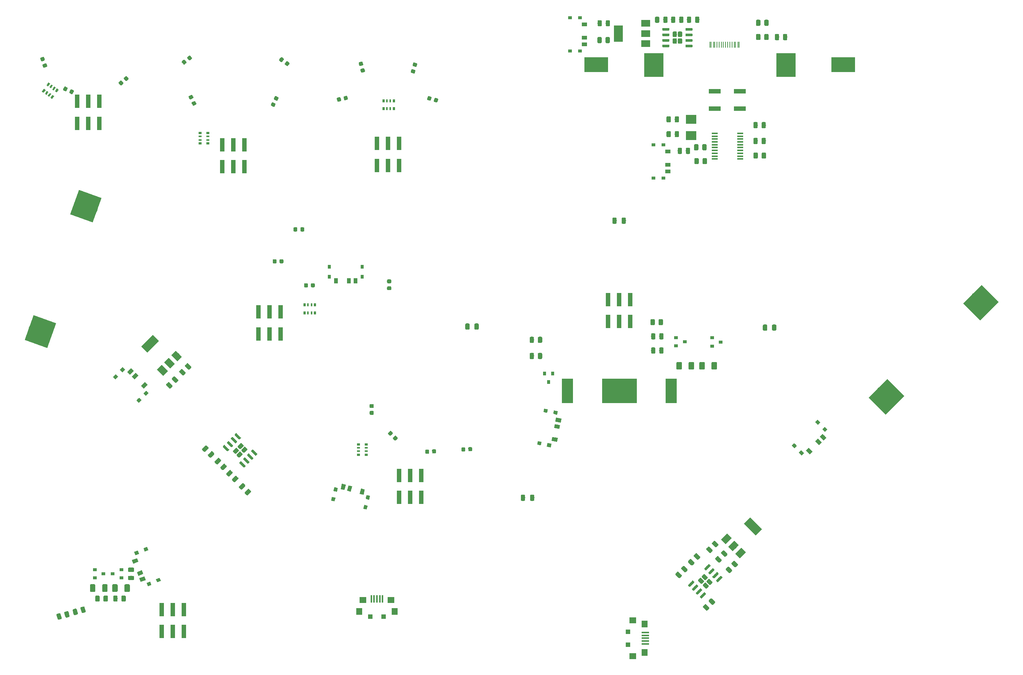
<source format=gbr>
G04 This is an RS-274x file exported by *
G04 gerbv version 2.7.0 *
G04 More information is available about gerbv at *
G04 http://gerbv.geda-project.org/ *
G04 --End of header info--*
%MOIN*%
%FSLAX36Y36*%
%IPPOS*%
G04 --Define apertures--*
%ADD10C,0.2165*%
%ADD11C,0.0039*%
%ADD12C,0.0384*%
%ADD13R,0.0433X0.0394*%
%ADD14R,0.0531X0.0591*%
%ADD15R,0.0157X0.0709*%
%ADD16R,0.0591X0.0551*%
%ADD17C,0.0315*%
%ADD18C,0.0354*%
%ADD19C,0.0382*%
%ADD20C,0.0236*%
%ADD21C,0.0787*%
%ADD22C,0.0591*%
%ADD23C,0.0344*%
%ADD24R,0.0394X0.1240*%
%ADD25R,0.0315X0.0197*%
%ADD26R,0.0315X0.0157*%
%ADD27R,0.0197X0.0315*%
%ADD28R,0.0157X0.0315*%
%ADD29R,0.0315X0.0354*%
%ADD30R,0.0354X0.0492*%
%ADD31C,0.0197*%
%ADD32C,0.0157*%
%ADD33R,0.0098X0.0551*%
%ADD34R,0.2165X0.1378*%
%ADD35R,0.1772X0.2165*%
%ADD36R,0.1102X0.0394*%
%ADD37R,0.0354X0.0315*%
%ADD38R,0.0492X0.0354*%
%ADD39R,0.0571X0.0177*%
%ADD40R,0.0787X0.1496*%
%ADD41R,0.0787X0.0591*%
%ADD42R,0.0945X0.0787*%
%ADD43R,0.0394X0.0433*%
%ADD44R,0.0591X0.0531*%
%ADD45R,0.0709X0.0157*%
%ADD46R,0.0551X0.0591*%
%ADD47C,0.0492*%
%ADD48R,0.3150X0.2189*%
%ADD49R,0.1024X0.2189*%
%ADD50C,0.2165*%
%ADD51C,0.0039*%
%ADD52C,0.0384*%
%ADD53R,0.0394X0.0433*%
%ADD54R,0.0591X0.0531*%
%ADD55R,0.0709X0.0157*%
%ADD56R,0.0551X0.0591*%
%ADD57C,0.0315*%
%ADD58C,0.0354*%
%ADD59C,0.0382*%
%ADD60C,0.0236*%
%ADD61C,0.0787*%
%ADD62C,0.0591*%
G04 --Start main section--*
G54D10*
G01X4023622Y-3107087D03*
G54D11*
G36*
G01X4084964Y-3255104D02*
G01X3881488Y-3181044D01*
G01X3962280Y-2959070D01*
G01X4165756Y-3033129D01*
G01X4084964Y-3255104D01*
G01X4084964Y-3255104D01*
G37*
G54D10*
G01X4435662Y-1975016D03*
G54D11*
G36*
G01X4497004Y-2123033D02*
G01X4293528Y-2048974D01*
G01X4374320Y-1826999D01*
G01X4577796Y-1901058D01*
G01X4497004Y-2123033D01*
G01X4497004Y-2123033D01*
G37*
G36*
G01X5790321Y-4407970D02*
G01X5791252Y-4408109D01*
G01X5792166Y-4408337D01*
G01X5793053Y-4408655D01*
G01X5793904Y-4409057D01*
G01X5794712Y-4409541D01*
G01X5795468Y-4410103D01*
G01X5796166Y-4410735D01*
G01X5809737Y-4424306D01*
G01X5810370Y-4425004D01*
G01X5810931Y-4425761D01*
G01X5811415Y-4426568D01*
G01X5811818Y-4427420D01*
G01X5812135Y-4428306D01*
G01X5812364Y-4429220D01*
G01X5812502Y-4430151D01*
G01X5812548Y-4431092D01*
G01X5812502Y-4432033D01*
G01X5812364Y-4432964D01*
G01X5812135Y-4433878D01*
G01X5811818Y-4434765D01*
G01X5811415Y-4435616D01*
G01X5810931Y-4436424D01*
G01X5810370Y-4437180D01*
G01X5809737Y-4437878D01*
G01X5784335Y-4463281D01*
G01X5783637Y-4463913D01*
G01X5782880Y-4464474D01*
G01X5782073Y-4464958D01*
G01X5781221Y-4465361D01*
G01X5780335Y-4465678D01*
G01X5779421Y-4465907D01*
G01X5778489Y-4466045D01*
G01X5777549Y-4466092D01*
G01X5776608Y-4466045D01*
G01X5775677Y-4465907D01*
G01X5774763Y-4465678D01*
G01X5773876Y-4465361D01*
G01X5773025Y-4464958D01*
G01X5772217Y-4464474D01*
G01X5771461Y-4463913D01*
G01X5770763Y-4463281D01*
G01X5757192Y-4449709D01*
G01X5756559Y-4449012D01*
G01X5755998Y-4448255D01*
G01X5755514Y-4447447D01*
G01X5755111Y-4446596D01*
G01X5754794Y-4445709D01*
G01X5754565Y-4444796D01*
G01X5754427Y-4443864D01*
G01X5754381Y-4442924D01*
G01X5754427Y-4441983D01*
G01X5754565Y-4441051D01*
G01X5754794Y-4440138D01*
G01X5755111Y-4439251D01*
G01X5755514Y-4438400D01*
G01X5755998Y-4437592D01*
G01X5756559Y-4436836D01*
G01X5757192Y-4436138D01*
G01X5782595Y-4410735D01*
G01X5783292Y-4410103D01*
G01X5784049Y-4409541D01*
G01X5784857Y-4409057D01*
G01X5785708Y-4408655D01*
G01X5786595Y-4408337D01*
G01X5787508Y-4408109D01*
G01X5788440Y-4407970D01*
G01X5789380Y-4407924D01*
G01X5790321Y-4407970D01*
G01X5790321Y-4407970D01*
G37*
G54D12*
G01X5783465Y-4437008D03*
G54D11*
G36*
G01X5738123Y-4355773D02*
G01X5739055Y-4355911D01*
G01X5739968Y-4356140D01*
G01X5740855Y-4356457D01*
G01X5741706Y-4356859D01*
G01X5742514Y-4357344D01*
G01X5743270Y-4357905D01*
G01X5743968Y-4358537D01*
G01X5757540Y-4372109D01*
G01X5758172Y-4372806D01*
G01X5758733Y-4373563D01*
G01X5759217Y-4374371D01*
G01X5759620Y-4375222D01*
G01X5759937Y-4376109D01*
G01X5760166Y-4377022D01*
G01X5760304Y-4377954D01*
G01X5760350Y-4378894D01*
G01X5760304Y-4379835D01*
G01X5760166Y-4380766D01*
G01X5759937Y-4381680D01*
G01X5759620Y-4382567D01*
G01X5759217Y-4383418D01*
G01X5758733Y-4384226D01*
G01X5758172Y-4384982D01*
G01X5757540Y-4385680D01*
G01X5732137Y-4411083D01*
G01X5731439Y-4411715D01*
G01X5730682Y-4412276D01*
G01X5729875Y-4412761D01*
G01X5729023Y-4413163D01*
G01X5728137Y-4413480D01*
G01X5727223Y-4413709D01*
G01X5726292Y-4413847D01*
G01X5725351Y-4413894D01*
G01X5724410Y-4413847D01*
G01X5723479Y-4413709D01*
G01X5722565Y-4413480D01*
G01X5721679Y-4413163D01*
G01X5720827Y-4412761D01*
G01X5720019Y-4412276D01*
G01X5719263Y-4411715D01*
G01X5718565Y-4411083D01*
G01X5704994Y-4397511D01*
G01X5704361Y-4396814D01*
G01X5703800Y-4396057D01*
G01X5703316Y-4395249D01*
G01X5702914Y-4394398D01*
G01X5702596Y-4393511D01*
G01X5702367Y-4392598D01*
G01X5702229Y-4391666D01*
G01X5702183Y-4390726D01*
G01X5702229Y-4389785D01*
G01X5702367Y-4388854D01*
G01X5702596Y-4387940D01*
G01X5702914Y-4387053D01*
G01X5703316Y-4386202D01*
G01X5703800Y-4385394D01*
G01X5704361Y-4384638D01*
G01X5704994Y-4383940D01*
G01X5730397Y-4358537D01*
G01X5731095Y-4357905D01*
G01X5731851Y-4357344D01*
G01X5732659Y-4356859D01*
G01X5733510Y-4356457D01*
G01X5734397Y-4356140D01*
G01X5735310Y-4355911D01*
G01X5736242Y-4355773D01*
G01X5737182Y-4355726D01*
G01X5738123Y-4355773D01*
G01X5738123Y-4355773D01*
G37*
G54D12*
G01X5731267Y-4384810D03*
G54D11*
G36*
G01X5182984Y-3562531D02*
G01X5183916Y-3562669D01*
G01X5184830Y-3562898D01*
G01X5185716Y-3563215D01*
G01X5186568Y-3563617D01*
G01X5187375Y-3564102D01*
G01X5188132Y-3564663D01*
G01X5188830Y-3565295D01*
G01X5214233Y-3590698D01*
G01X5214865Y-3591396D01*
G01X5215426Y-3592152D01*
G01X5215910Y-3592960D01*
G01X5216313Y-3593811D01*
G01X5216630Y-3594698D01*
G01X5216859Y-3595612D01*
G01X5216997Y-3596543D01*
G01X5217043Y-3597484D01*
G01X5216997Y-3598424D01*
G01X5216859Y-3599356D01*
G01X5216630Y-3600269D01*
G01X5216313Y-3601156D01*
G01X5215910Y-3602007D01*
G01X5215426Y-3602815D01*
G01X5214865Y-3603572D01*
G01X5214233Y-3604269D01*
G01X5200661Y-3617841D01*
G01X5199963Y-3618473D01*
G01X5199207Y-3619034D01*
G01X5198399Y-3619518D01*
G01X5197548Y-3619921D01*
G01X5196661Y-3620238D01*
G01X5195748Y-3620467D01*
G01X5194816Y-3620605D01*
G01X5193875Y-3620652D01*
G01X5192935Y-3620605D01*
G01X5192003Y-3620467D01*
G01X5191090Y-3620238D01*
G01X5190203Y-3619921D01*
G01X5189352Y-3619518D01*
G01X5188544Y-3619034D01*
G01X5187787Y-3618473D01*
G01X5187090Y-3617841D01*
G01X5161687Y-3592438D01*
G01X5161054Y-3591740D01*
G01X5160493Y-3590984D01*
G01X5160009Y-3590176D01*
G01X5159606Y-3589325D01*
G01X5159289Y-3588438D01*
G01X5159060Y-3587524D01*
G01X5158922Y-3586593D01*
G01X5158876Y-3585652D01*
G01X5158922Y-3584712D01*
G01X5159060Y-3583780D01*
G01X5159289Y-3582866D01*
G01X5159606Y-3581980D01*
G01X5160009Y-3581128D01*
G01X5160493Y-3580321D01*
G01X5161054Y-3579564D01*
G01X5161687Y-3578866D01*
G01X5175258Y-3565295D01*
G01X5175956Y-3564663D01*
G01X5176712Y-3564102D01*
G01X5177520Y-3563617D01*
G01X5178371Y-3563215D01*
G01X5179258Y-3562898D01*
G01X5180172Y-3562669D01*
G01X5181103Y-3562531D01*
G01X5182044Y-3562484D01*
G01X5182984Y-3562531D01*
G01X5182984Y-3562531D01*
G37*
G54D12*
G01X5187960Y-3591568D03*
G54D11*
G36*
G01X5235182Y-3510333D02*
G01X5236114Y-3510471D01*
G01X5237027Y-3510700D01*
G01X5237914Y-3511017D01*
G01X5238765Y-3511420D01*
G01X5239573Y-3511904D01*
G01X5240330Y-3512465D01*
G01X5241027Y-3513097D01*
G01X5266430Y-3538500D01*
G01X5267063Y-3539198D01*
G01X5267624Y-3539954D01*
G01X5268108Y-3540762D01*
G01X5268511Y-3541613D01*
G01X5268828Y-3542500D01*
G01X5269057Y-3543414D01*
G01X5269195Y-3544345D01*
G01X5269241Y-3545286D01*
G01X5269195Y-3546226D01*
G01X5269057Y-3547158D01*
G01X5268828Y-3548072D01*
G01X5268511Y-3548958D01*
G01X5268108Y-3549810D01*
G01X5267624Y-3550617D01*
G01X5267063Y-3551374D01*
G01X5266430Y-3552072D01*
G01X5252859Y-3565643D01*
G01X5252161Y-3566275D01*
G01X5251405Y-3566836D01*
G01X5250597Y-3567321D01*
G01X5249746Y-3567723D01*
G01X5248859Y-3568041D01*
G01X5247945Y-3568269D01*
G01X5247014Y-3568408D01*
G01X5246073Y-3568454D01*
G01X5245133Y-3568408D01*
G01X5244201Y-3568269D01*
G01X5243288Y-3568041D01*
G01X5242401Y-3567723D01*
G01X5241549Y-3567321D01*
G01X5240742Y-3566836D01*
G01X5239985Y-3566275D01*
G01X5239288Y-3565643D01*
G01X5213885Y-3540240D01*
G01X5213252Y-3539542D01*
G01X5212691Y-3538786D01*
G01X5212207Y-3537978D01*
G01X5211804Y-3537127D01*
G01X5211487Y-3536240D01*
G01X5211258Y-3535326D01*
G01X5211120Y-3534395D01*
G01X5211074Y-3533454D01*
G01X5211120Y-3532514D01*
G01X5211258Y-3531582D01*
G01X5211487Y-3530669D01*
G01X5211804Y-3529782D01*
G01X5212207Y-3528931D01*
G01X5212691Y-3528123D01*
G01X5213252Y-3527366D01*
G01X5213885Y-3526669D01*
G01X5227456Y-3513097D01*
G01X5228154Y-3512465D01*
G01X5228910Y-3511904D01*
G01X5229718Y-3511420D01*
G01X5230569Y-3511017D01*
G01X5231456Y-3510700D01*
G01X5232370Y-3510471D01*
G01X5233301Y-3510333D01*
G01X5234242Y-3510286D01*
G01X5235182Y-3510333D01*
G01X5235182Y-3510333D01*
G37*
G54D12*
G01X5240157Y-3539370D03*
G54D11*
G36*
G01X5520128Y-4133840D02*
G01X5521059Y-4133978D01*
G01X5521973Y-4134207D01*
G01X5522859Y-4134524D01*
G01X5523711Y-4134927D01*
G01X5524518Y-4135411D01*
G01X5525275Y-4135972D01*
G01X5525973Y-4136605D01*
G01X5539544Y-4150176D01*
G01X5540176Y-4150874D01*
G01X5540738Y-4151630D01*
G01X5541222Y-4152438D01*
G01X5541624Y-4153289D01*
G01X5541942Y-4154176D01*
G01X5542170Y-4155090D01*
G01X5542309Y-4156021D01*
G01X5542355Y-4156962D01*
G01X5542309Y-4157902D01*
G01X5542170Y-4158834D01*
G01X5541942Y-4159747D01*
G01X5541624Y-4160634D01*
G01X5541222Y-4161485D01*
G01X5540738Y-4162293D01*
G01X5540176Y-4163050D01*
G01X5539544Y-4163747D01*
G01X5514141Y-4189150D01*
G01X5513443Y-4189783D01*
G01X5512687Y-4190344D01*
G01X5511879Y-4190828D01*
G01X5511028Y-4191231D01*
G01X5510141Y-4191548D01*
G01X5509228Y-4191777D01*
G01X5508296Y-4191915D01*
G01X5507355Y-4191961D01*
G01X5506415Y-4191915D01*
G01X5505483Y-4191777D01*
G01X5504570Y-4191548D01*
G01X5503683Y-4191231D01*
G01X5502832Y-4190828D01*
G01X5502024Y-4190344D01*
G01X5501267Y-4189783D01*
G01X5500570Y-4189150D01*
G01X5486998Y-4175579D01*
G01X5486366Y-4174881D01*
G01X5485805Y-4174125D01*
G01X5485321Y-4173317D01*
G01X5484918Y-4172466D01*
G01X5484601Y-4171579D01*
G01X5484372Y-4170665D01*
G01X5484234Y-4169734D01*
G01X5484187Y-4168793D01*
G01X5484234Y-4167853D01*
G01X5484372Y-4166921D01*
G01X5484601Y-4166007D01*
G01X5484918Y-4165121D01*
G01X5485321Y-4164269D01*
G01X5485805Y-4163462D01*
G01X5486366Y-4162705D01*
G01X5486998Y-4162007D01*
G01X5512401Y-4136605D01*
G01X5513099Y-4135972D01*
G01X5513855Y-4135411D01*
G01X5514663Y-4134927D01*
G01X5515514Y-4134524D01*
G01X5516401Y-4134207D01*
G01X5517315Y-4133978D01*
G01X5518246Y-4133840D01*
G01X5519187Y-4133794D01*
G01X5520128Y-4133840D01*
G01X5520128Y-4133840D01*
G37*
G54D12*
G01X5513271Y-4162877D03*
G54D11*
G36*
G01X5572325Y-4186038D02*
G01X5573257Y-4186176D01*
G01X5574170Y-4186405D01*
G01X5575057Y-4186722D01*
G01X5575909Y-4187125D01*
G01X5576716Y-4187609D01*
G01X5577473Y-4188170D01*
G01X5578170Y-4188802D01*
G01X5591742Y-4202374D01*
G01X5592374Y-4203072D01*
G01X5592935Y-4203828D01*
G01X5593420Y-4204636D01*
G01X5593822Y-4205487D01*
G01X5594139Y-4206374D01*
G01X5594368Y-4207287D01*
G01X5594506Y-4208219D01*
G01X5594553Y-4209160D01*
G01X5594506Y-4210100D01*
G01X5594368Y-4211032D01*
G01X5594139Y-4211945D01*
G01X5593822Y-4212832D01*
G01X5593420Y-4213683D01*
G01X5592935Y-4214491D01*
G01X5592374Y-4215247D01*
G01X5591742Y-4215945D01*
G01X5566339Y-4241348D01*
G01X5565641Y-4241981D01*
G01X5564885Y-4242542D01*
G01X5564077Y-4243026D01*
G01X5563226Y-4243429D01*
G01X5562339Y-4243746D01*
G01X5561425Y-4243975D01*
G01X5560494Y-4244113D01*
G01X5559553Y-4244159D01*
G01X5558613Y-4244113D01*
G01X5557681Y-4243975D01*
G01X5556768Y-4243746D01*
G01X5555881Y-4243429D01*
G01X5555030Y-4243026D01*
G01X5554222Y-4242542D01*
G01X5553465Y-4241981D01*
G01X5552768Y-4241348D01*
G01X5539196Y-4227777D01*
G01X5538564Y-4227079D01*
G01X5538003Y-4226323D01*
G01X5537519Y-4225515D01*
G01X5537116Y-4224663D01*
G01X5536799Y-4223777D01*
G01X5536570Y-4222863D01*
G01X5536432Y-4221932D01*
G01X5536385Y-4220991D01*
G01X5536432Y-4220050D01*
G01X5536570Y-4219119D01*
G01X5536799Y-4218205D01*
G01X5537116Y-4217319D01*
G01X5537519Y-4216467D01*
G01X5538003Y-4215660D01*
G01X5538564Y-4214903D01*
G01X5539196Y-4214205D01*
G01X5564599Y-4188802D01*
G01X5565297Y-4188170D01*
G01X5566053Y-4187609D01*
G01X5566861Y-4187125D01*
G01X5567712Y-4186722D01*
G01X5568599Y-4186405D01*
G01X5569513Y-4186176D01*
G01X5570444Y-4186038D01*
G01X5571385Y-4185992D01*
G01X5572325Y-4186038D01*
G01X5572325Y-4186038D01*
G37*
G54D12*
G01X5565469Y-4215075D03*
G54D11*
G36*
G01X5353293Y-3392222D02*
G01X5354224Y-3392361D01*
G01X5355138Y-3392589D01*
G01X5356024Y-3392907D01*
G01X5356876Y-3393309D01*
G01X5357683Y-3393793D01*
G01X5358440Y-3394354D01*
G01X5359138Y-3394987D01*
G01X5384541Y-3420390D01*
G01X5385173Y-3421088D01*
G01X5385734Y-3421844D01*
G01X5386218Y-3422652D01*
G01X5386621Y-3423503D01*
G01X5386938Y-3424390D01*
G01X5387167Y-3425303D01*
G01X5387305Y-3426235D01*
G01X5387351Y-3427176D01*
G01X5387305Y-3428116D01*
G01X5387167Y-3429048D01*
G01X5386938Y-3429961D01*
G01X5386621Y-3430848D01*
G01X5386218Y-3431699D01*
G01X5385734Y-3432507D01*
G01X5385173Y-3433264D01*
G01X5384541Y-3433961D01*
G01X5370969Y-3447533D01*
G01X5370271Y-3448165D01*
G01X5369515Y-3448726D01*
G01X5368707Y-3449210D01*
G01X5367856Y-3449613D01*
G01X5366969Y-3449930D01*
G01X5366056Y-3450159D01*
G01X5365124Y-3450297D01*
G01X5364183Y-3450344D01*
G01X5363243Y-3450297D01*
G01X5362311Y-3450159D01*
G01X5361398Y-3449930D01*
G01X5360511Y-3449613D01*
G01X5359660Y-3449210D01*
G01X5358852Y-3448726D01*
G01X5358096Y-3448165D01*
G01X5357398Y-3447533D01*
G01X5331995Y-3422130D01*
G01X5331362Y-3421432D01*
G01X5330801Y-3420676D01*
G01X5330317Y-3419868D01*
G01X5329915Y-3419016D01*
G01X5329597Y-3418130D01*
G01X5329368Y-3417216D01*
G01X5329230Y-3416285D01*
G01X5329184Y-3415344D01*
G01X5329230Y-3414403D01*
G01X5329368Y-3413472D01*
G01X5329597Y-3412558D01*
G01X5329915Y-3411672D01*
G01X5330317Y-3410820D01*
G01X5330801Y-3410013D01*
G01X5331362Y-3409256D01*
G01X5331995Y-3408558D01*
G01X5345566Y-3394987D01*
G01X5346264Y-3394354D01*
G01X5347020Y-3393793D01*
G01X5347828Y-3393309D01*
G01X5348680Y-3392907D01*
G01X5349566Y-3392589D01*
G01X5350480Y-3392361D01*
G01X5351411Y-3392222D01*
G01X5352352Y-3392176D01*
G01X5353293Y-3392222D01*
G01X5353293Y-3392222D01*
G37*
G54D12*
G01X5358268Y-3421260D03*
G54D11*
G36*
G01X5301095Y-3444420D02*
G01X5302026Y-3444558D01*
G01X5302940Y-3444787D01*
G01X5303826Y-3445105D01*
G01X5304678Y-3445507D01*
G01X5305486Y-3445991D01*
G01X5306242Y-3446552D01*
G01X5306940Y-3447185D01*
G01X5332343Y-3472588D01*
G01X5332975Y-3473286D01*
G01X5333536Y-3474042D01*
G01X5334020Y-3474850D01*
G01X5334423Y-3475701D01*
G01X5334740Y-3476588D01*
G01X5334969Y-3477501D01*
G01X5335107Y-3478433D01*
G01X5335154Y-3479373D01*
G01X5335107Y-3480314D01*
G01X5334969Y-3481246D01*
G01X5334740Y-3482159D01*
G01X5334423Y-3483046D01*
G01X5334020Y-3483897D01*
G01X5333536Y-3484705D01*
G01X5332975Y-3485461D01*
G01X5332343Y-3486159D01*
G01X5318771Y-3499731D01*
G01X5318074Y-3500363D01*
G01X5317317Y-3500924D01*
G01X5316509Y-3501408D01*
G01X5315658Y-3501811D01*
G01X5314771Y-3502128D01*
G01X5313858Y-3502357D01*
G01X5312926Y-3502495D01*
G01X5311986Y-3502541D01*
G01X5311045Y-3502495D01*
G01X5310113Y-3502357D01*
G01X5309200Y-3502128D01*
G01X5308313Y-3501811D01*
G01X5307462Y-3501408D01*
G01X5306654Y-3500924D01*
G01X5305898Y-3500363D01*
G01X5305200Y-3499731D01*
G01X5279797Y-3474328D01*
G01X5279164Y-3473630D01*
G01X5278603Y-3472873D01*
G01X5278119Y-3472066D01*
G01X5277717Y-3471214D01*
G01X5277399Y-3470328D01*
G01X5277171Y-3469414D01*
G01X5277032Y-3468483D01*
G01X5276986Y-3467542D01*
G01X5277032Y-3466601D01*
G01X5277171Y-3465670D01*
G01X5277399Y-3464756D01*
G01X5277717Y-3463870D01*
G01X5278119Y-3463018D01*
G01X5278603Y-3462210D01*
G01X5279164Y-3461454D01*
G01X5279797Y-3460756D01*
G01X5293368Y-3447185D01*
G01X5294066Y-3446552D01*
G01X5294823Y-3445991D01*
G01X5295630Y-3445507D01*
G01X5296482Y-3445105D01*
G01X5297368Y-3444787D01*
G01X5298282Y-3444558D01*
G01X5299213Y-3444420D01*
G01X5300154Y-3444374D01*
G01X5301095Y-3444420D01*
G01X5301095Y-3444420D01*
G37*
G54D12*
G01X5306070Y-3473458D03*
G54D13*
G01X7003937Y-5679134D03*
G01X7122047Y-5679134D03*
G54D14*
G01X6902559Y-5632677D03*
G01X7223425Y-5632677D03*
G54D15*
G01X7011811Y-5519685D03*
G01X7114173Y-5519685D03*
G01X7037402Y-5519685D03*
G01X7088583Y-5519685D03*
G01X7062992Y-5519685D03*
G54D16*
G01X6935039Y-5527559D03*
G01X7190945Y-5527559D03*
G54D11*
G36*
G01X5852296Y-4473883D02*
G01X5853228Y-4474021D01*
G01X5854141Y-4474250D01*
G01X5855028Y-4474567D01*
G01X5855879Y-4474970D01*
G01X5856687Y-4475454D01*
G01X5857444Y-4476015D01*
G01X5858141Y-4476647D01*
G01X5871713Y-4490219D01*
G01X5872345Y-4490917D01*
G01X5872906Y-4491673D01*
G01X5873390Y-4492481D01*
G01X5873793Y-4493332D01*
G01X5874110Y-4494219D01*
G01X5874339Y-4495132D01*
G01X5874477Y-4496064D01*
G01X5874524Y-4497004D01*
G01X5874477Y-4497945D01*
G01X5874339Y-4498877D01*
G01X5874110Y-4499790D01*
G01X5873793Y-4500677D01*
G01X5873390Y-4501528D01*
G01X5872906Y-4502336D01*
G01X5872345Y-4503092D01*
G01X5871713Y-4503790D01*
G01X5846310Y-4529193D01*
G01X5845612Y-4529826D01*
G01X5844856Y-4530387D01*
G01X5844048Y-4530871D01*
G01X5843197Y-4531273D01*
G01X5842310Y-4531591D01*
G01X5841396Y-4531819D01*
G01X5840465Y-4531958D01*
G01X5839524Y-4532004D01*
G01X5838584Y-4531958D01*
G01X5837652Y-4531819D01*
G01X5836738Y-4531591D01*
G01X5835852Y-4531273D01*
G01X5835000Y-4530871D01*
G01X5834193Y-4530387D01*
G01X5833436Y-4529826D01*
G01X5832738Y-4529193D01*
G01X5819167Y-4515622D01*
G01X5818535Y-4514924D01*
G01X5817974Y-4514167D01*
G01X5817489Y-4513360D01*
G01X5817087Y-4512508D01*
G01X5816769Y-4511622D01*
G01X5816541Y-4510708D01*
G01X5816402Y-4509777D01*
G01X5816356Y-4508836D01*
G01X5816402Y-4507895D01*
G01X5816541Y-4506964D01*
G01X5816769Y-4506050D01*
G01X5817087Y-4505164D01*
G01X5817489Y-4504312D01*
G01X5817974Y-4503504D01*
G01X5818535Y-4502748D01*
G01X5819167Y-4502050D01*
G01X5844570Y-4476647D01*
G01X5845268Y-4476015D01*
G01X5846024Y-4475454D01*
G01X5846832Y-4474970D01*
G01X5847683Y-4474567D01*
G01X5848570Y-4474250D01*
G01X5849484Y-4474021D01*
G01X5850415Y-4473883D01*
G01X5851356Y-4473837D01*
G01X5852296Y-4473883D01*
G01X5852296Y-4473883D01*
G37*
G54D12*
G01X5845440Y-4502920D03*
G54D11*
G36*
G01X5904494Y-4526081D02*
G01X5905426Y-4526219D01*
G01X5906339Y-4526448D01*
G01X5907226Y-4526765D01*
G01X5908077Y-4527168D01*
G01X5908885Y-4527652D01*
G01X5909641Y-4528213D01*
G01X5910339Y-4528845D01*
G01X5923911Y-4542417D01*
G01X5924543Y-4543114D01*
G01X5925104Y-4543871D01*
G01X5925588Y-4544679D01*
G01X5925991Y-4545530D01*
G01X5926308Y-4546417D01*
G01X5926537Y-4547330D01*
G01X5926675Y-4548262D01*
G01X5926721Y-4549202D01*
G01X5926675Y-4550143D01*
G01X5926537Y-4551075D01*
G01X5926308Y-4551988D01*
G01X5925991Y-4552875D01*
G01X5925588Y-4553726D01*
G01X5925104Y-4554534D01*
G01X5924543Y-4555290D01*
G01X5923911Y-4555988D01*
G01X5898508Y-4581391D01*
G01X5897810Y-4582023D01*
G01X5897054Y-4582584D01*
G01X5896246Y-4583069D01*
G01X5895394Y-4583471D01*
G01X5894508Y-4583789D01*
G01X5893594Y-4584017D01*
G01X5892663Y-4584156D01*
G01X5891722Y-4584202D01*
G01X5890781Y-4584156D01*
G01X5889850Y-4584017D01*
G01X5888936Y-4583789D01*
G01X5888050Y-4583471D01*
G01X5887198Y-4583069D01*
G01X5886391Y-4582584D01*
G01X5885634Y-4582023D01*
G01X5884936Y-4581391D01*
G01X5871365Y-4567820D01*
G01X5870732Y-4567122D01*
G01X5870171Y-4566365D01*
G01X5869687Y-4565558D01*
G01X5869285Y-4564706D01*
G01X5868967Y-4563820D01*
G01X5868739Y-4562906D01*
G01X5868600Y-4561974D01*
G01X5868554Y-4561034D01*
G01X5868600Y-4560093D01*
G01X5868739Y-4559162D01*
G01X5868967Y-4558248D01*
G01X5869285Y-4557361D01*
G01X5869687Y-4556510D01*
G01X5870171Y-4555702D01*
G01X5870732Y-4554946D01*
G01X5871365Y-4554248D01*
G01X5896768Y-4528845D01*
G01X5897466Y-4528213D01*
G01X5898222Y-4527652D01*
G01X5899030Y-4527168D01*
G01X5899881Y-4526765D01*
G01X5900768Y-4526448D01*
G01X5901681Y-4526219D01*
G01X5902613Y-4526081D01*
G01X5903554Y-4526034D01*
G01X5904494Y-4526081D01*
G01X5904494Y-4526081D01*
G37*
G54D12*
G01X5897638Y-4555118D03*
G54D11*
G36*
G01X5685039Y-4298751D02*
G01X5685970Y-4298889D01*
G01X5686884Y-4299118D01*
G01X5687770Y-4299435D01*
G01X5688622Y-4299838D01*
G01X5689429Y-4300322D01*
G01X5690186Y-4300883D01*
G01X5690884Y-4301516D01*
G01X5704455Y-4315087D01*
G01X5705087Y-4315785D01*
G01X5705649Y-4316541D01*
G01X5706133Y-4317349D01*
G01X5706535Y-4318200D01*
G01X5706853Y-4319087D01*
G01X5707081Y-4320001D01*
G01X5707220Y-4320932D01*
G01X5707266Y-4321873D01*
G01X5707220Y-4322813D01*
G01X5707081Y-4323745D01*
G01X5706853Y-4324658D01*
G01X5706535Y-4325545D01*
G01X5706133Y-4326396D01*
G01X5705649Y-4327204D01*
G01X5705087Y-4327961D01*
G01X5704455Y-4328658D01*
G01X5679052Y-4354061D01*
G01X5678354Y-4354694D01*
G01X5677598Y-4355255D01*
G01X5676790Y-4355739D01*
G01X5675939Y-4356142D01*
G01X5675052Y-4356459D01*
G01X5674139Y-4356688D01*
G01X5673207Y-4356826D01*
G01X5672266Y-4356872D01*
G01X5671326Y-4356826D01*
G01X5670394Y-4356688D01*
G01X5669481Y-4356459D01*
G01X5668594Y-4356142D01*
G01X5667743Y-4355739D01*
G01X5666935Y-4355255D01*
G01X5666178Y-4354694D01*
G01X5665481Y-4354061D01*
G01X5651909Y-4340490D01*
G01X5651277Y-4339792D01*
G01X5650716Y-4339036D01*
G01X5650232Y-4338228D01*
G01X5649829Y-4337377D01*
G01X5649512Y-4336490D01*
G01X5649283Y-4335576D01*
G01X5649145Y-4334645D01*
G01X5649098Y-4333704D01*
G01X5649145Y-4332764D01*
G01X5649283Y-4331832D01*
G01X5649512Y-4330918D01*
G01X5649829Y-4330032D01*
G01X5650232Y-4329180D01*
G01X5650716Y-4328373D01*
G01X5651277Y-4327616D01*
G01X5651909Y-4326918D01*
G01X5677312Y-4301516D01*
G01X5678010Y-4300883D01*
G01X5678766Y-4300322D01*
G01X5679574Y-4299838D01*
G01X5680425Y-4299435D01*
G01X5681312Y-4299118D01*
G01X5682226Y-4298889D01*
G01X5683157Y-4298751D01*
G01X5684098Y-4298705D01*
G01X5685039Y-4298751D01*
G01X5685039Y-4298751D01*
G37*
G54D12*
G01X5678182Y-4327788D03*
G54D11*
G36*
G01X5632841Y-4246553D02*
G01X5633772Y-4246691D01*
G01X5634686Y-4246920D01*
G01X5635572Y-4247237D01*
G01X5636424Y-4247640D01*
G01X5637231Y-4248124D01*
G01X5637988Y-4248685D01*
G01X5638686Y-4249318D01*
G01X5652257Y-4262889D01*
G01X5652890Y-4263587D01*
G01X5653451Y-4264343D01*
G01X5653935Y-4265151D01*
G01X5654337Y-4266002D01*
G01X5654655Y-4266889D01*
G01X5654884Y-4267803D01*
G01X5655022Y-4268734D01*
G01X5655068Y-4269675D01*
G01X5655022Y-4270615D01*
G01X5654884Y-4271547D01*
G01X5654655Y-4272461D01*
G01X5654337Y-4273347D01*
G01X5653935Y-4274199D01*
G01X5653451Y-4275006D01*
G01X5652890Y-4275763D01*
G01X5652257Y-4276461D01*
G01X5626854Y-4301863D01*
G01X5626156Y-4302496D01*
G01X5625400Y-4303057D01*
G01X5624592Y-4303541D01*
G01X5623741Y-4303944D01*
G01X5622854Y-4304261D01*
G01X5621941Y-4304490D01*
G01X5621009Y-4304628D01*
G01X5620069Y-4304674D01*
G01X5619128Y-4304628D01*
G01X5618196Y-4304490D01*
G01X5617283Y-4304261D01*
G01X5616396Y-4303944D01*
G01X5615545Y-4303541D01*
G01X5614737Y-4303057D01*
G01X5613981Y-4302496D01*
G01X5613283Y-4301863D01*
G01X5599711Y-4288292D01*
G01X5599079Y-4287594D01*
G01X5598518Y-4286838D01*
G01X5598034Y-4286030D01*
G01X5597631Y-4285179D01*
G01X5597314Y-4284292D01*
G01X5597085Y-4283378D01*
G01X5596947Y-4282447D01*
G01X5596901Y-4281506D01*
G01X5596947Y-4280566D01*
G01X5597085Y-4279634D01*
G01X5597314Y-4278721D01*
G01X5597631Y-4277834D01*
G01X5598034Y-4276983D01*
G01X5598518Y-4276175D01*
G01X5599079Y-4275418D01*
G01X5599711Y-4274721D01*
G01X5625114Y-4249318D01*
G01X5625812Y-4248685D01*
G01X5626569Y-4248124D01*
G01X5627376Y-4247640D01*
G01X5628228Y-4247237D01*
G01X5629114Y-4246920D01*
G01X5630028Y-4246691D01*
G01X5630959Y-4246553D01*
G01X5631900Y-4246507D01*
G01X5632841Y-4246553D01*
G01X5632841Y-4246553D01*
G37*
G54D12*
G01X5625984Y-4275591D03*
G54D17*
G01X4702329Y-3514390D03*
G54D11*
G36*
G01X4678666Y-3515782D02*
G01X4703721Y-3490727D01*
G01X4725992Y-3512998D01*
G01X4700937Y-3538053D01*
G01X4678666Y-3515782D01*
G01X4678666Y-3515782D01*
G37*
G54D17*
G01X4913904Y-3725965D03*
G54D11*
G36*
G01X4890241Y-3727357D02*
G01X4915296Y-3702302D01*
G01X4937567Y-3724573D01*
G01X4912513Y-3749628D01*
G01X4890241Y-3727357D01*
G01X4890241Y-3727357D01*
G37*
G54D17*
G01X4978212Y-3662214D03*
G54D11*
G36*
G01X4954549Y-3663606D02*
G01X4979604Y-3638551D01*
G01X5001875Y-3660822D01*
G01X4976820Y-3685877D01*
G01X4954549Y-3663606D01*
G01X4954549Y-3663606D01*
G37*
G54D17*
G01X4766359Y-3450361D03*
G54D11*
G36*
G01X4742696Y-3451753D02*
G01X4767750Y-3426698D01*
G01X4790022Y-3448969D01*
G01X4764967Y-3474024D01*
G01X4742696Y-3451753D01*
G01X4742696Y-3451753D01*
G37*
G54D18*
G01X4836652Y-3466368D03*
G54D11*
G36*
G01X4806725Y-3471240D02*
G01X4841523Y-3436441D01*
G01X4866578Y-3461496D01*
G01X4831780Y-3496295D01*
G01X4806725Y-3471240D01*
G01X4806725Y-3471240D01*
G37*
G54D18*
G01X4878410Y-3508126D03*
G54D11*
G36*
G01X4848483Y-3512998D02*
G01X4883282Y-3478200D01*
G01X4908337Y-3503254D01*
G01X4873538Y-3538053D01*
G01X4848483Y-3512998D01*
G01X4848483Y-3512998D01*
G37*
G54D18*
G01X4961926Y-3591643D03*
G54D11*
G36*
G01X4932000Y-3596515D02*
G01X4966798Y-3561716D01*
G01X4991853Y-3586771D01*
G01X4957055Y-3621570D01*
G01X4932000Y-3596515D01*
G01X4932000Y-3596515D01*
G37*
G36*
G01X5870860Y-4146292D02*
G01X5871787Y-4146430D01*
G01X5872696Y-4146658D01*
G01X5873578Y-4146973D01*
G01X5874425Y-4147374D01*
G01X5875229Y-4147855D01*
G01X5875981Y-4148414D01*
G01X5876676Y-4149043D01*
G01X5890177Y-4162545D01*
G01X5890807Y-4163239D01*
G01X5891365Y-4163991D01*
G01X5891846Y-4164795D01*
G01X5892247Y-4165642D01*
G01X5892563Y-4166524D01*
G01X5892790Y-4167433D01*
G01X5892928Y-4168360D01*
G01X5892974Y-4169296D01*
G01X5892928Y-4170231D01*
G01X5892790Y-4171158D01*
G01X5892563Y-4172067D01*
G01X5892247Y-4172949D01*
G01X5891846Y-4173796D01*
G01X5891365Y-4174600D01*
G01X5890807Y-4175352D01*
G01X5890177Y-4176046D01*
G01X5868881Y-4197343D01*
G01X5868186Y-4197972D01*
G01X5867434Y-4198531D01*
G01X5866630Y-4199012D01*
G01X5865783Y-4199413D01*
G01X5864901Y-4199728D01*
G01X5863992Y-4199956D01*
G01X5863066Y-4200094D01*
G01X5862130Y-4200140D01*
G01X5861194Y-4200094D01*
G01X5860267Y-4199956D01*
G01X5859358Y-4199728D01*
G01X5858476Y-4199413D01*
G01X5857629Y-4199012D01*
G01X5856826Y-4198531D01*
G01X5856073Y-4197972D01*
G01X5855379Y-4197343D01*
G01X5841877Y-4183841D01*
G01X5841248Y-4183147D01*
G01X5840690Y-4182395D01*
G01X5840208Y-4181591D01*
G01X5839807Y-4180744D01*
G01X5839492Y-4179862D01*
G01X5839264Y-4178953D01*
G01X5839127Y-4178026D01*
G01X5839081Y-4177090D01*
G01X5839127Y-4176155D01*
G01X5839264Y-4175228D01*
G01X5839492Y-4174319D01*
G01X5839807Y-4173437D01*
G01X5840208Y-4172590D01*
G01X5840690Y-4171786D01*
G01X5841248Y-4171034D01*
G01X5841877Y-4170340D01*
G01X5863174Y-4149043D01*
G01X5863868Y-4148414D01*
G01X5864621Y-4147855D01*
G01X5865424Y-4147374D01*
G01X5866271Y-4146973D01*
G01X5867153Y-4146658D01*
G01X5868062Y-4146430D01*
G01X5868989Y-4146292D01*
G01X5869925Y-4146246D01*
G01X5870860Y-4146292D01*
G01X5870860Y-4146292D01*
G37*
G54D19*
G01X5866027Y-4173193D03*
G54D11*
G36*
G01X5827710Y-4189443D02*
G01X5828637Y-4189580D01*
G01X5829546Y-4189808D01*
G01X5830428Y-4190123D01*
G01X5831275Y-4190524D01*
G01X5832079Y-4191006D01*
G01X5832831Y-4191564D01*
G01X5833525Y-4192193D01*
G01X5847027Y-4205695D01*
G01X5847656Y-4206389D01*
G01X5848215Y-4207142D01*
G01X5848696Y-4207945D01*
G01X5849097Y-4208792D01*
G01X5849412Y-4209674D01*
G01X5849640Y-4210583D01*
G01X5849778Y-4211510D01*
G01X5849824Y-4212446D01*
G01X5849778Y-4213382D01*
G01X5849640Y-4214308D01*
G01X5849412Y-4215217D01*
G01X5849097Y-4216099D01*
G01X5848696Y-4216946D01*
G01X5848215Y-4217750D01*
G01X5847656Y-4218502D01*
G01X5847027Y-4219197D01*
G01X5825730Y-4240493D01*
G01X5825036Y-4241123D01*
G01X5824284Y-4241681D01*
G01X5823480Y-4242162D01*
G01X5822633Y-4242563D01*
G01X5821751Y-4242879D01*
G01X5820842Y-4243106D01*
G01X5819915Y-4243244D01*
G01X5818980Y-4243290D01*
G01X5818044Y-4243244D01*
G01X5817117Y-4243106D01*
G01X5816208Y-4242879D01*
G01X5815326Y-4242563D01*
G01X5814479Y-4242162D01*
G01X5813675Y-4241681D01*
G01X5812923Y-4241123D01*
G01X5812229Y-4240493D01*
G01X5798727Y-4226992D01*
G01X5798098Y-4226297D01*
G01X5797539Y-4225545D01*
G01X5797058Y-4224741D01*
G01X5796657Y-4223894D01*
G01X5796342Y-4223012D01*
G01X5796114Y-4222103D01*
G01X5795976Y-4221176D01*
G01X5795930Y-4220241D01*
G01X5795976Y-4219305D01*
G01X5796114Y-4218378D01*
G01X5796342Y-4217469D01*
G01X5796657Y-4216587D01*
G01X5797058Y-4215740D01*
G01X5797539Y-4214936D01*
G01X5798098Y-4214184D01*
G01X5798727Y-4213490D01*
G01X5820024Y-4192193D01*
G01X5820718Y-4191564D01*
G01X5821470Y-4191006D01*
G01X5822274Y-4190524D01*
G01X5823121Y-4190123D01*
G01X5824003Y-4189808D01*
G01X5824912Y-4189580D01*
G01X5825839Y-4189443D01*
G01X5826774Y-4189397D01*
G01X5827710Y-4189443D01*
G01X5827710Y-4189443D01*
G37*
G54D19*
G01X5822877Y-4216343D03*
G54D11*
G36*
G01X5837454Y-4112886D02*
G01X5838381Y-4113023D01*
G01X5839289Y-4113251D01*
G01X5840172Y-4113567D01*
G01X5841019Y-4113967D01*
G01X5841822Y-4114449D01*
G01X5842575Y-4115007D01*
G01X5843269Y-4115636D01*
G01X5856771Y-4129138D01*
G01X5857400Y-4129832D01*
G01X5857958Y-4130585D01*
G01X5858440Y-4131388D01*
G01X5858840Y-4132235D01*
G01X5859156Y-4133118D01*
G01X5859384Y-4134026D01*
G01X5859521Y-4134953D01*
G01X5859567Y-4135889D01*
G01X5859521Y-4136825D01*
G01X5859384Y-4137751D01*
G01X5859156Y-4138660D01*
G01X5858840Y-4139543D01*
G01X5858440Y-4140389D01*
G01X5857958Y-4141193D01*
G01X5857400Y-4141946D01*
G01X5856771Y-4142640D01*
G01X5835474Y-4163937D01*
G01X5834780Y-4164566D01*
G01X5834027Y-4165124D01*
G01X5833224Y-4165606D01*
G01X5832377Y-4166006D01*
G01X5831495Y-4166322D01*
G01X5830586Y-4166549D01*
G01X5829659Y-4166687D01*
G01X5828723Y-4166733D01*
G01X5827787Y-4166687D01*
G01X5826861Y-4166549D01*
G01X5825952Y-4166322D01*
G01X5825070Y-4166006D01*
G01X5824223Y-4165606D01*
G01X5823419Y-4165124D01*
G01X5822666Y-4164566D01*
G01X5821972Y-4163937D01*
G01X5808470Y-4150435D01*
G01X5807841Y-4149741D01*
G01X5807283Y-4148988D01*
G01X5806801Y-4148184D01*
G01X5806401Y-4147337D01*
G01X5806085Y-4146455D01*
G01X5805858Y-4145546D01*
G01X5805720Y-4144620D01*
G01X5805674Y-4143684D01*
G01X5805720Y-4142748D01*
G01X5805858Y-4141821D01*
G01X5806085Y-4140912D01*
G01X5806401Y-4140030D01*
G01X5806801Y-4139183D01*
G01X5807283Y-4138380D01*
G01X5807841Y-4137627D01*
G01X5808470Y-4136933D01*
G01X5829767Y-4115636D01*
G01X5830461Y-4115007D01*
G01X5831214Y-4114449D01*
G01X5832018Y-4113967D01*
G01X5832864Y-4113567D01*
G01X5833747Y-4113251D01*
G01X5834656Y-4113023D01*
G01X5835582Y-4112886D01*
G01X5836518Y-4112840D01*
G01X5837454Y-4112886D01*
G01X5837454Y-4112886D01*
G37*
G54D19*
G01X5832621Y-4139786D03*
G54D11*
G36*
G01X5794304Y-4156036D02*
G01X5795230Y-4156174D01*
G01X5796139Y-4156401D01*
G01X5797021Y-4156717D01*
G01X5797868Y-4157117D01*
G01X5798672Y-4157599D01*
G01X5799425Y-4158157D01*
G01X5800119Y-4158786D01*
G01X5813621Y-4172288D01*
G01X5814250Y-4172982D01*
G01X5814808Y-4173735D01*
G01X5815290Y-4174539D01*
G01X5815690Y-4175386D01*
G01X5816006Y-4176268D01*
G01X5816233Y-4177177D01*
G01X5816371Y-4178103D01*
G01X5816417Y-4179039D01*
G01X5816371Y-4179975D01*
G01X5816233Y-4180902D01*
G01X5816006Y-4181811D01*
G01X5815690Y-4182693D01*
G01X5815290Y-4183540D01*
G01X5814808Y-4184343D01*
G01X5814250Y-4185096D01*
G01X5813621Y-4185790D01*
G01X5792324Y-4207087D01*
G01X5791630Y-4207716D01*
G01X5790877Y-4208274D01*
G01X5790074Y-4208756D01*
G01X5789227Y-4209156D01*
G01X5788344Y-4209472D01*
G01X5787436Y-4209700D01*
G01X5786509Y-4209837D01*
G01X5785573Y-4209883D01*
G01X5784637Y-4209837D01*
G01X5783710Y-4209700D01*
G01X5782802Y-4209472D01*
G01X5781919Y-4209156D01*
G01X5781072Y-4208756D01*
G01X5780269Y-4208274D01*
G01X5779516Y-4207716D01*
G01X5778822Y-4207087D01*
G01X5765320Y-4193585D01*
G01X5764691Y-4192891D01*
G01X5764133Y-4192138D01*
G01X5763651Y-4191335D01*
G01X5763251Y-4190488D01*
G01X5762935Y-4189605D01*
G01X5762707Y-4188697D01*
G01X5762570Y-4187770D01*
G01X5762524Y-4186834D01*
G01X5762570Y-4185898D01*
G01X5762707Y-4184971D01*
G01X5762935Y-4184063D01*
G01X5763251Y-4183180D01*
G01X5763651Y-4182334D01*
G01X5764133Y-4181530D01*
G01X5764691Y-4180777D01*
G01X5765320Y-4180083D01*
G01X5786617Y-4158786D01*
G01X5787311Y-4158157D01*
G01X5788064Y-4157599D01*
G01X5788867Y-4157117D01*
G01X5789714Y-4156717D01*
G01X5790596Y-4156401D01*
G01X5791505Y-4156174D01*
G01X5792432Y-4156036D01*
G01X5793368Y-4155990D01*
G01X5794304Y-4156036D01*
G01X5794304Y-4156036D01*
G37*
G54D19*
G01X5789470Y-4182937D03*
G54D11*
G36*
G01X5941214Y-4170657D02*
G01X5941787Y-4170742D01*
G01X5942350Y-4170882D01*
G01X5942895Y-4171078D01*
G01X5943419Y-4171326D01*
G01X5943916Y-4171623D01*
G01X5944382Y-4171969D01*
G01X5944811Y-4172358D01*
G01X5981002Y-4208548D01*
G01X5981391Y-4208978D01*
G01X5981736Y-4209443D01*
G01X5982034Y-4209940D01*
G01X5982282Y-4210464D01*
G01X5982477Y-4211010D01*
G01X5982618Y-4211572D01*
G01X5982703Y-4212145D01*
G01X5982731Y-4212724D01*
G01X5982703Y-4213303D01*
G01X5982618Y-4213876D01*
G01X5982477Y-4214438D01*
G01X5982282Y-4214984D01*
G01X5982034Y-4215508D01*
G01X5981736Y-4216005D01*
G01X5981391Y-4216471D01*
G01X5981002Y-4216900D01*
G01X5972650Y-4225252D01*
G01X5972221Y-4225641D01*
G01X5971755Y-4225986D01*
G01X5971258Y-4226284D01*
G01X5970734Y-4226532D01*
G01X5970188Y-4226727D01*
G01X5969626Y-4226868D01*
G01X5969053Y-4226953D01*
G01X5968474Y-4226981D01*
G01X5967895Y-4226953D01*
G01X5967322Y-4226868D01*
G01X5966760Y-4226727D01*
G01X5966214Y-4226532D01*
G01X5965690Y-4226284D01*
G01X5965193Y-4225986D01*
G01X5964728Y-4225641D01*
G01X5964298Y-4225252D01*
G01X5928108Y-4189061D01*
G01X5927719Y-4188632D01*
G01X5927373Y-4188166D01*
G01X5927076Y-4187669D01*
G01X5926828Y-4187145D01*
G01X5926632Y-4186600D01*
G01X5926492Y-4186037D01*
G01X5926407Y-4185464D01*
G01X5926378Y-4184885D01*
G01X5926407Y-4184306D01*
G01X5926492Y-4183733D01*
G01X5926632Y-4183171D01*
G01X5926828Y-4182625D01*
G01X5927076Y-4182101D01*
G01X5927373Y-4181604D01*
G01X5927719Y-4181139D01*
G01X5928108Y-4180710D01*
G01X5936460Y-4172358D01*
G01X5936889Y-4171969D01*
G01X5937354Y-4171623D01*
G01X5937851Y-4171326D01*
G01X5938375Y-4171078D01*
G01X5938921Y-4170882D01*
G01X5939483Y-4170742D01*
G01X5940056Y-4170657D01*
G01X5940635Y-4170628D01*
G01X5941214Y-4170657D01*
G01X5941214Y-4170657D01*
G37*
G54D20*
G01X5954555Y-4198805D03*
G54D11*
G36*
G01X5905859Y-4206012D02*
G01X5906432Y-4206097D01*
G01X5906994Y-4206238D01*
G01X5907540Y-4206433D01*
G01X5908064Y-4206681D01*
G01X5908561Y-4206979D01*
G01X5909026Y-4207324D01*
G01X5909456Y-4207713D01*
G01X5945646Y-4243904D01*
G01X5946036Y-4244333D01*
G01X5946381Y-4244799D01*
G01X5946679Y-4245296D01*
G01X5946926Y-4245820D01*
G01X5947122Y-4246365D01*
G01X5947263Y-4246927D01*
G01X5947348Y-4247501D01*
G01X5947376Y-4248079D01*
G01X5947348Y-4248658D01*
G01X5947263Y-4249232D01*
G01X5947122Y-4249794D01*
G01X5946926Y-4250339D01*
G01X5946679Y-4250863D01*
G01X5946381Y-4251360D01*
G01X5946036Y-4251826D01*
G01X5945646Y-4252255D01*
G01X5937295Y-4260607D01*
G01X5936865Y-4260996D01*
G01X5936400Y-4261341D01*
G01X5935903Y-4261639D01*
G01X5935379Y-4261887D01*
G01X5934833Y-4262082D01*
G01X5934271Y-4262223D01*
G01X5933698Y-4262308D01*
G01X5933119Y-4262337D01*
G01X5932540Y-4262308D01*
G01X5931967Y-4262223D01*
G01X5931405Y-4262082D01*
G01X5930859Y-4261887D01*
G01X5930335Y-4261639D01*
G01X5929838Y-4261341D01*
G01X5929372Y-4260996D01*
G01X5928943Y-4260607D01*
G01X5892753Y-4224416D01*
G01X5892363Y-4223987D01*
G01X5892018Y-4223522D01*
G01X5891720Y-4223025D01*
G01X5891472Y-4222501D01*
G01X5891277Y-4221955D01*
G01X5891136Y-4221393D01*
G01X5891051Y-4220820D01*
G01X5891023Y-4220241D01*
G01X5891051Y-4219662D01*
G01X5891136Y-4219089D01*
G01X5891277Y-4218526D01*
G01X5891472Y-4217981D01*
G01X5891720Y-4217457D01*
G01X5892018Y-4216960D01*
G01X5892363Y-4216494D01*
G01X5892753Y-4216065D01*
G01X5901104Y-4207713D01*
G01X5901534Y-4207324D01*
G01X5901999Y-4206979D01*
G01X5902496Y-4206681D01*
G01X5903020Y-4206433D01*
G01X5903566Y-4206238D01*
G01X5904128Y-4206097D01*
G01X5904701Y-4206012D01*
G01X5905280Y-4205984D01*
G01X5905859Y-4206012D01*
G01X5905859Y-4206012D01*
G37*
G54D20*
G01X5919199Y-4234160D03*
G54D11*
G36*
G01X5870504Y-4241367D02*
G01X5871077Y-4241452D01*
G01X5871639Y-4241593D01*
G01X5872185Y-4241788D01*
G01X5872709Y-4242036D01*
G01X5873206Y-4242334D01*
G01X5873671Y-4242679D01*
G01X5874101Y-4243069D01*
G01X5910291Y-4279259D01*
G01X5910680Y-4279688D01*
G01X5911025Y-4280154D01*
G01X5911323Y-4280651D01*
G01X5911571Y-4281175D01*
G01X5911766Y-4281721D01*
G01X5911907Y-4282283D01*
G01X5911992Y-4282856D01*
G01X5912021Y-4283435D01*
G01X5911992Y-4284014D01*
G01X5911907Y-4284587D01*
G01X5911766Y-4285149D01*
G01X5911571Y-4285695D01*
G01X5911323Y-4286219D01*
G01X5911025Y-4286716D01*
G01X5910680Y-4287181D01*
G01X5910291Y-4287611D01*
G01X5901939Y-4295962D01*
G01X5901510Y-4296352D01*
G01X5901044Y-4296697D01*
G01X5900547Y-4296995D01*
G01X5900023Y-4297242D01*
G01X5899478Y-4297438D01*
G01X5898916Y-4297579D01*
G01X5898342Y-4297664D01*
G01X5897764Y-4297692D01*
G01X5897185Y-4297664D01*
G01X5896611Y-4297579D01*
G01X5896049Y-4297438D01*
G01X5895504Y-4297242D01*
G01X5894980Y-4296995D01*
G01X5894483Y-4296697D01*
G01X5894017Y-4296352D01*
G01X5893588Y-4295962D01*
G01X5857397Y-4259772D01*
G01X5857008Y-4259342D01*
G01X5856663Y-4258877D01*
G01X5856365Y-4258380D01*
G01X5856117Y-4257856D01*
G01X5855922Y-4257310D01*
G01X5855781Y-4256748D01*
G01X5855696Y-4256175D01*
G01X5855668Y-4255596D01*
G01X5855696Y-4255017D01*
G01X5855781Y-4254444D01*
G01X5855922Y-4253882D01*
G01X5856117Y-4253336D01*
G01X5856365Y-4252812D01*
G01X5856663Y-4252315D01*
G01X5857008Y-4251850D01*
G01X5857397Y-4251420D01*
G01X5865749Y-4243069D01*
G01X5866178Y-4242679D01*
G01X5866644Y-4242334D01*
G01X5867141Y-4242036D01*
G01X5867665Y-4241788D01*
G01X5868210Y-4241593D01*
G01X5868773Y-4241452D01*
G01X5869346Y-4241367D01*
G01X5869925Y-4241339D01*
G01X5870504Y-4241367D01*
G01X5870504Y-4241367D01*
G37*
G54D20*
G01X5883844Y-4269515D03*
G54D11*
G36*
G01X5835148Y-4276723D02*
G01X5835721Y-4276808D01*
G01X5836284Y-4276948D01*
G01X5836829Y-4277144D01*
G01X5837353Y-4277391D01*
G01X5837850Y-4277689D01*
G01X5838316Y-4278035D01*
G01X5838745Y-4278424D01*
G01X5874936Y-4314614D01*
G01X5875325Y-4315044D01*
G01X5875670Y-4315509D01*
G01X5875968Y-4316006D01*
G01X5876216Y-4316530D01*
G01X5876411Y-4317076D01*
G01X5876552Y-4317638D01*
G01X5876637Y-4318211D01*
G01X5876665Y-4318790D01*
G01X5876637Y-4319369D01*
G01X5876552Y-4319942D01*
G01X5876411Y-4320504D01*
G01X5876216Y-4321050D01*
G01X5875968Y-4321574D01*
G01X5875670Y-4322071D01*
G01X5875325Y-4322537D01*
G01X5874936Y-4322966D01*
G01X5866584Y-4331318D01*
G01X5866155Y-4331707D01*
G01X5865689Y-4332052D01*
G01X5865192Y-4332350D01*
G01X5864668Y-4332598D01*
G01X5864122Y-4332793D01*
G01X5863560Y-4332934D01*
G01X5862987Y-4333019D01*
G01X5862408Y-4333047D01*
G01X5861829Y-4333019D01*
G01X5861256Y-4332934D01*
G01X5860694Y-4332793D01*
G01X5860148Y-4332598D01*
G01X5859624Y-4332350D01*
G01X5859127Y-4332052D01*
G01X5858662Y-4331707D01*
G01X5858232Y-4331318D01*
G01X5822042Y-4295127D01*
G01X5821653Y-4294698D01*
G01X5821307Y-4294232D01*
G01X5821010Y-4293735D01*
G01X5820762Y-4293211D01*
G01X5820566Y-4292666D01*
G01X5820426Y-4292103D01*
G01X5820341Y-4291530D01*
G01X5820312Y-4290951D01*
G01X5820341Y-4290372D01*
G01X5820426Y-4289799D01*
G01X5820566Y-4289237D01*
G01X5820762Y-4288691D01*
G01X5821010Y-4288167D01*
G01X5821307Y-4287670D01*
G01X5821653Y-4287205D01*
G01X5822042Y-4286776D01*
G01X5830394Y-4278424D01*
G01X5830823Y-4278035D01*
G01X5831288Y-4277689D01*
G01X5831786Y-4277391D01*
G01X5832309Y-4277144D01*
G01X5832855Y-4276948D01*
G01X5833417Y-4276808D01*
G01X5833991Y-4276723D01*
G01X5834569Y-4276694D01*
G01X5835148Y-4276723D01*
G01X5835148Y-4276723D01*
G37*
G54D20*
G01X5848489Y-4304871D03*
G54D11*
G36*
G01X5687602Y-4129177D02*
G01X5688176Y-4129262D01*
G01X5688738Y-4129403D01*
G01X5689283Y-4129598D01*
G01X5689807Y-4129846D01*
G01X5690304Y-4130144D01*
G01X5690770Y-4130489D01*
G01X5691199Y-4130878D01*
G01X5727390Y-4167068D01*
G01X5727779Y-4167498D01*
G01X5728124Y-4167963D01*
G01X5728422Y-4168460D01*
G01X5728670Y-4168984D01*
G01X5728865Y-4169530D01*
G01X5729006Y-4170092D01*
G01X5729091Y-4170665D01*
G01X5729119Y-4171244D01*
G01X5729091Y-4171823D01*
G01X5729006Y-4172396D01*
G01X5728865Y-4172959D01*
G01X5728670Y-4173504D01*
G01X5728422Y-4174028D01*
G01X5728124Y-4174525D01*
G01X5727779Y-4174991D01*
G01X5727390Y-4175420D01*
G01X5719038Y-4183772D01*
G01X5718609Y-4184161D01*
G01X5718143Y-4184506D01*
G01X5717646Y-4184804D01*
G01X5717122Y-4185052D01*
G01X5716577Y-4185247D01*
G01X5716014Y-4185388D01*
G01X5715441Y-4185473D01*
G01X5714862Y-4185501D01*
G01X5714283Y-4185473D01*
G01X5713710Y-4185388D01*
G01X5713148Y-4185247D01*
G01X5712602Y-4185052D01*
G01X5712078Y-4184804D01*
G01X5711581Y-4184506D01*
G01X5711116Y-4184161D01*
G01X5710686Y-4183772D01*
G01X5674496Y-4147581D01*
G01X5674107Y-4147152D01*
G01X5673762Y-4146686D01*
G01X5673464Y-4146189D01*
G01X5673216Y-4145665D01*
G01X5673021Y-4145120D01*
G01X5672880Y-4144558D01*
G01X5672795Y-4143984D01*
G01X5672766Y-4143405D01*
G01X5672795Y-4142827D01*
G01X5672880Y-4142253D01*
G01X5673021Y-4141691D01*
G01X5673216Y-4141145D01*
G01X5673464Y-4140622D01*
G01X5673762Y-4140124D01*
G01X5674107Y-4139659D01*
G01X5674496Y-4139230D01*
G01X5682848Y-4130878D01*
G01X5683277Y-4130489D01*
G01X5683743Y-4130144D01*
G01X5684240Y-4129846D01*
G01X5684764Y-4129598D01*
G01X5685309Y-4129403D01*
G01X5685871Y-4129262D01*
G01X5686445Y-4129177D01*
G01X5687023Y-4129148D01*
G01X5687602Y-4129177D01*
G01X5687602Y-4129177D01*
G37*
G54D20*
G01X5700943Y-4157325D03*
G54D11*
G36*
G01X5722958Y-4093821D02*
G01X5723531Y-4093906D01*
G01X5724093Y-4094047D01*
G01X5724639Y-4094242D01*
G01X5725163Y-4094490D01*
G01X5725660Y-4094788D01*
G01X5726125Y-4095133D01*
G01X5726555Y-4095523D01*
G01X5762745Y-4131713D01*
G01X5763134Y-4132143D01*
G01X5763479Y-4132608D01*
G01X5763777Y-4133105D01*
G01X5764025Y-4133629D01*
G01X5764220Y-4134175D01*
G01X5764361Y-4134737D01*
G01X5764446Y-4135310D01*
G01X5764475Y-4135889D01*
G01X5764446Y-4136468D01*
G01X5764361Y-4137041D01*
G01X5764220Y-4137603D01*
G01X5764025Y-4138149D01*
G01X5763777Y-4138673D01*
G01X5763479Y-4139170D01*
G01X5763134Y-4139635D01*
G01X5762745Y-4140065D01*
G01X5754393Y-4148416D01*
G01X5753964Y-4148806D01*
G01X5753499Y-4149151D01*
G01X5753001Y-4149449D01*
G01X5752478Y-4149697D01*
G01X5751932Y-4149892D01*
G01X5751370Y-4150033D01*
G01X5750796Y-4150118D01*
G01X5750218Y-4150146D01*
G01X5749639Y-4150118D01*
G01X5749065Y-4150033D01*
G01X5748503Y-4149892D01*
G01X5747958Y-4149697D01*
G01X5747434Y-4149449D01*
G01X5746937Y-4149151D01*
G01X5746471Y-4148806D01*
G01X5746042Y-4148416D01*
G01X5709851Y-4112226D01*
G01X5709462Y-4111797D01*
G01X5709117Y-4111331D01*
G01X5708819Y-4110834D01*
G01X5708571Y-4110310D01*
G01X5708376Y-4109764D01*
G01X5708235Y-4109202D01*
G01X5708150Y-4108629D01*
G01X5708122Y-4108050D01*
G01X5708150Y-4107471D01*
G01X5708235Y-4106898D01*
G01X5708376Y-4106336D01*
G01X5708571Y-4105790D01*
G01X5708819Y-4105266D01*
G01X5709117Y-4104769D01*
G01X5709462Y-4104304D01*
G01X5709851Y-4103874D01*
G01X5718203Y-4095523D01*
G01X5718632Y-4095133D01*
G01X5719098Y-4094788D01*
G01X5719595Y-4094490D01*
G01X5720119Y-4094242D01*
G01X5720664Y-4094047D01*
G01X5721227Y-4093906D01*
G01X5721800Y-4093821D01*
G01X5722379Y-4093793D01*
G01X5722958Y-4093821D01*
G01X5722958Y-4093821D01*
G37*
G54D20*
G01X5736298Y-4121970D03*
G54D11*
G36*
G01X5758313Y-4058466D02*
G01X5758886Y-4058551D01*
G01X5759448Y-4058692D01*
G01X5759994Y-4058887D01*
G01X5760518Y-4059135D01*
G01X5761015Y-4059433D01*
G01X5761481Y-4059778D01*
G01X5761910Y-4060167D01*
G01X5798100Y-4096358D01*
G01X5798490Y-4096787D01*
G01X5798835Y-4097253D01*
G01X5799133Y-4097750D01*
G01X5799381Y-4098274D01*
G01X5799576Y-4098819D01*
G01X5799717Y-4099381D01*
G01X5799802Y-4099955D01*
G01X5799830Y-4100534D01*
G01X5799802Y-4101112D01*
G01X5799717Y-4101686D01*
G01X5799576Y-4102248D01*
G01X5799381Y-4102794D01*
G01X5799133Y-4103317D01*
G01X5798835Y-4103815D01*
G01X5798490Y-4104280D01*
G01X5798100Y-4104709D01*
G01X5789749Y-4113061D01*
G01X5789319Y-4113450D01*
G01X5788854Y-4113795D01*
G01X5788357Y-4114093D01*
G01X5787833Y-4114341D01*
G01X5787287Y-4114536D01*
G01X5786725Y-4114677D01*
G01X5786152Y-4114762D01*
G01X5785573Y-4114791D01*
G01X5784994Y-4114762D01*
G01X5784421Y-4114677D01*
G01X5783859Y-4114536D01*
G01X5783313Y-4114341D01*
G01X5782789Y-4114093D01*
G01X5782292Y-4113795D01*
G01X5781827Y-4113450D01*
G01X5781397Y-4113061D01*
G01X5745207Y-4076871D01*
G01X5744817Y-4076441D01*
G01X5744472Y-4075976D01*
G01X5744174Y-4075479D01*
G01X5743926Y-4074955D01*
G01X5743731Y-4074409D01*
G01X5743590Y-4073847D01*
G01X5743505Y-4073274D01*
G01X5743477Y-4072695D01*
G01X5743505Y-4072116D01*
G01X5743590Y-4071543D01*
G01X5743731Y-4070980D01*
G01X5743926Y-4070435D01*
G01X5744174Y-4069911D01*
G01X5744472Y-4069414D01*
G01X5744817Y-4068948D01*
G01X5745207Y-4068519D01*
G01X5753558Y-4060167D01*
G01X5753988Y-4059778D01*
G01X5754453Y-4059433D01*
G01X5754950Y-4059135D01*
G01X5755474Y-4058887D01*
G01X5756020Y-4058692D01*
G01X5756582Y-4058551D01*
G01X5757155Y-4058466D01*
G01X5757734Y-4058438D01*
G01X5758313Y-4058466D01*
G01X5758313Y-4058466D01*
G37*
G54D20*
G01X5771654Y-4086614D03*
G54D11*
G36*
G01X5793668Y-4023111D02*
G01X5794242Y-4023196D01*
G01X5794804Y-4023337D01*
G01X5795349Y-4023532D01*
G01X5795873Y-4023780D01*
G01X5796370Y-4024078D01*
G01X5796836Y-4024423D01*
G01X5797265Y-4024812D01*
G01X5833456Y-4061002D01*
G01X5833845Y-4061432D01*
G01X5834190Y-4061897D01*
G01X5834488Y-4062394D01*
G01X5834736Y-4062918D01*
G01X5834931Y-4063464D01*
G01X5835072Y-4064026D01*
G01X5835157Y-4064599D01*
G01X5835185Y-4065178D01*
G01X5835157Y-4065757D01*
G01X5835072Y-4066330D01*
G01X5834931Y-4066893D01*
G01X5834736Y-4067438D01*
G01X5834488Y-4067962D01*
G01X5834190Y-4068459D01*
G01X5833845Y-4068925D01*
G01X5833456Y-4069354D01*
G01X5825104Y-4077706D01*
G01X5824675Y-4078095D01*
G01X5824209Y-4078440D01*
G01X5823712Y-4078738D01*
G01X5823188Y-4078986D01*
G01X5822643Y-4079181D01*
G01X5822080Y-4079322D01*
G01X5821507Y-4079407D01*
G01X5820928Y-4079435D01*
G01X5820349Y-4079407D01*
G01X5819776Y-4079322D01*
G01X5819214Y-4079181D01*
G01X5818668Y-4078986D01*
G01X5818144Y-4078738D01*
G01X5817647Y-4078440D01*
G01X5817182Y-4078095D01*
G01X5816752Y-4077706D01*
G01X5780562Y-4041515D01*
G01X5780173Y-4041086D01*
G01X5779828Y-4040620D01*
G01X5779530Y-4040123D01*
G01X5779282Y-4039599D01*
G01X5779087Y-4039054D01*
G01X5778946Y-4038492D01*
G01X5778861Y-4037918D01*
G01X5778832Y-4037339D01*
G01X5778861Y-4036761D01*
G01X5778946Y-4036187D01*
G01X5779087Y-4035625D01*
G01X5779282Y-4035079D01*
G01X5779530Y-4034556D01*
G01X5779828Y-4034059D01*
G01X5780173Y-4033593D01*
G01X5780562Y-4033164D01*
G01X5788914Y-4024812D01*
G01X5789343Y-4024423D01*
G01X5789809Y-4024078D01*
G01X5790306Y-4023780D01*
G01X5790829Y-4023532D01*
G01X5791375Y-4023337D01*
G01X5791937Y-4023196D01*
G01X5792511Y-4023111D01*
G01X5793089Y-4023082D01*
G01X5793668Y-4023111D01*
G01X5793668Y-4023111D01*
G37*
G54D20*
G01X5807009Y-4051259D03*
G54D21*
G01X5014670Y-3215457D03*
G54D11*
G36*
G01X5095403Y-3190402D02*
G01X4989615Y-3296190D01*
G01X4933937Y-3240512D01*
G01X5039725Y-3134725D01*
G01X5095403Y-3190402D01*
G01X5095403Y-3190402D01*
G37*
G54D22*
G01X5190055Y-3390842D03*
G54D11*
G36*
G01X5238773Y-3397802D02*
G01X5197014Y-3439560D01*
G01X5141337Y-3383882D01*
G01X5183095Y-3342124D01*
G01X5238773Y-3397802D01*
G01X5238773Y-3397802D01*
G37*
G54D22*
G01X5126025Y-3454871D03*
G54D11*
G36*
G01X5174743Y-3461831D02*
G01X5132985Y-3503589D01*
G01X5077307Y-3447912D01*
G01X5119066Y-3406153D01*
G01X5174743Y-3461831D01*
G01X5174743Y-3461831D01*
G37*
G54D22*
G01X5254084Y-3326813D03*
G54D11*
G36*
G01X5302802Y-3333772D02*
G01X5261044Y-3375531D01*
G01X5205366Y-3319853D01*
G01X5247124Y-3278095D01*
G01X5302802Y-3333772D01*
G01X5302802Y-3333772D01*
G37*
G01X1574803Y0000000D02*
G36*
G01X7026681Y-3761164D02*
G01X7027517Y-3761288D01*
G01X7028337Y-3761493D01*
G01X7029132Y-3761778D01*
G01X7029896Y-3762139D01*
G01X7030621Y-3762573D01*
G01X7031300Y-3763077D01*
G01X7031926Y-3763644D01*
G01X7032494Y-3764271D01*
G01X7032997Y-3764950D01*
G01X7033432Y-3765674D01*
G01X7033793Y-3766439D01*
G01X7034078Y-3767234D01*
G01X7034283Y-3768054D01*
G01X7034407Y-3768890D01*
G01X7034449Y-3769734D01*
G01X7034449Y-3786959D01*
G01X7034407Y-3787803D01*
G01X7034283Y-3788639D01*
G01X7034078Y-3789459D01*
G01X7033793Y-3790254D01*
G01X7033432Y-3791018D01*
G01X7032997Y-3791743D01*
G01X7032494Y-3792422D01*
G01X7031926Y-3793048D01*
G01X7031300Y-3793616D01*
G01X7030621Y-3794119D01*
G01X7029896Y-3794554D01*
G01X7029132Y-3794915D01*
G01X7028337Y-3795200D01*
G01X7027517Y-3795405D01*
G01X7026681Y-3795529D01*
G01X7025837Y-3795571D01*
G01X7005659Y-3795571D01*
G01X7004815Y-3795529D01*
G01X7003979Y-3795405D01*
G01X7003159Y-3795200D01*
G01X7002364Y-3794915D01*
G01X7001600Y-3794554D01*
G01X7000875Y-3794119D01*
G01X7000196Y-3793616D01*
G01X6999570Y-3793048D01*
G01X6999002Y-3792422D01*
G01X6998499Y-3791743D01*
G01X6998064Y-3791018D01*
G01X6997703Y-3790254D01*
G01X6997418Y-3789459D01*
G01X6997213Y-3788639D01*
G01X6997089Y-3787803D01*
G01X6997047Y-3786959D01*
G01X6997047Y-3769734D01*
G01X6997089Y-3768890D01*
G01X6997213Y-3768054D01*
G01X6997418Y-3767234D01*
G01X6997703Y-3766439D01*
G01X6998064Y-3765674D01*
G01X6998499Y-3764950D01*
G01X6999002Y-3764271D01*
G01X6999570Y-3763644D01*
G01X7000196Y-3763077D01*
G01X7000875Y-3762573D01*
G01X7001600Y-3762139D01*
G01X7002364Y-3761778D01*
G01X7003159Y-3761493D01*
G01X7003979Y-3761288D01*
G01X7004815Y-3761164D01*
G01X7005659Y-3761122D01*
G01X7025837Y-3761122D01*
G01X7026681Y-3761164D01*
G01X7026681Y-3761164D01*
G37*
G54D23*
G01X7015748Y-3778346D03*
G54D11*
G36*
G01X7026681Y-3823171D02*
G01X7027517Y-3823295D01*
G01X7028337Y-3823501D01*
G01X7029132Y-3823785D01*
G01X7029896Y-3824147D01*
G01X7030621Y-3824581D01*
G01X7031300Y-3825085D01*
G01X7031926Y-3825652D01*
G01X7032494Y-3826279D01*
G01X7032997Y-3826957D01*
G01X7033432Y-3827682D01*
G01X7033793Y-3828446D01*
G01X7034078Y-3829242D01*
G01X7034283Y-3830062D01*
G01X7034407Y-3830898D01*
G01X7034449Y-3831742D01*
G01X7034449Y-3848967D01*
G01X7034407Y-3849811D01*
G01X7034283Y-3850647D01*
G01X7034078Y-3851467D01*
G01X7033793Y-3852262D01*
G01X7033432Y-3853026D01*
G01X7032997Y-3853751D01*
G01X7032494Y-3854430D01*
G01X7031926Y-3855056D01*
G01X7031300Y-3855624D01*
G01X7030621Y-3856127D01*
G01X7029896Y-3856562D01*
G01X7029132Y-3856923D01*
G01X7028337Y-3857208D01*
G01X7027517Y-3857413D01*
G01X7026681Y-3857537D01*
G01X7025837Y-3857579D01*
G01X7005659Y-3857579D01*
G01X7004815Y-3857537D01*
G01X7003979Y-3857413D01*
G01X7003159Y-3857208D01*
G01X7002364Y-3856923D01*
G01X7001600Y-3856562D01*
G01X7000875Y-3856127D01*
G01X7000196Y-3855624D01*
G01X6999570Y-3855056D01*
G01X6999002Y-3854430D01*
G01X6998499Y-3853751D01*
G01X6998064Y-3853026D01*
G01X6997703Y-3852262D01*
G01X6997418Y-3851467D01*
G01X6997213Y-3850647D01*
G01X6997089Y-3849811D01*
G01X6997047Y-3848967D01*
G01X6997047Y-3831742D01*
G01X6997089Y-3830898D01*
G01X6997213Y-3830062D01*
G01X6997418Y-3829242D01*
G01X6997703Y-3828446D01*
G01X6998064Y-3827682D01*
G01X6998499Y-3826957D01*
G01X6999002Y-3826279D01*
G01X6999570Y-3825652D01*
G01X7000196Y-3825085D01*
G01X7000875Y-3824581D01*
G01X7001600Y-3824147D01*
G01X7002364Y-3823785D01*
G01X7003159Y-3823501D01*
G01X7003979Y-3823295D01*
G01X7004815Y-3823171D01*
G01X7005659Y-3823130D01*
G01X7025837Y-3823130D01*
G01X7026681Y-3823171D01*
G01X7026681Y-3823171D01*
G37*
G54D23*
G01X7015748Y-3840354D03*
G54D11*
G36*
G01X7186782Y-4002470D02*
G01X7187618Y-4002594D01*
G01X7188438Y-4002799D01*
G01X7189234Y-4003084D01*
G01X7189998Y-4003445D01*
G01X7190723Y-4003880D01*
G01X7191401Y-4004383D01*
G01X7192028Y-4004951D01*
G01X7204207Y-4017130D01*
G01X7204775Y-4017756D01*
G01X7205278Y-4018435D01*
G01X7205713Y-4019160D01*
G01X7206074Y-4019924D01*
G01X7206359Y-4020720D01*
G01X7206564Y-4021540D01*
G01X7206688Y-4022376D01*
G01X7206730Y-4023220D01*
G01X7206688Y-4024064D01*
G01X7206564Y-4024900D01*
G01X7206359Y-4025720D01*
G01X7206074Y-4026516D01*
G01X7205713Y-4027280D01*
G01X7205278Y-4028005D01*
G01X7204775Y-4028684D01*
G01X7204207Y-4029310D01*
G01X7189940Y-4043577D01*
G01X7189314Y-4044145D01*
G01X7188635Y-4044648D01*
G01X7187910Y-4045083D01*
G01X7187146Y-4045444D01*
G01X7186350Y-4045729D01*
G01X7185530Y-4045934D01*
G01X7184694Y-4046058D01*
G01X7183850Y-4046100D01*
G01X7183006Y-4046058D01*
G01X7182170Y-4045934D01*
G01X7181350Y-4045729D01*
G01X7180554Y-4045444D01*
G01X7179790Y-4045083D01*
G01X7179065Y-4044648D01*
G01X7178386Y-4044145D01*
G01X7177760Y-4043577D01*
G01X7165581Y-4031398D01*
G01X7165013Y-4030772D01*
G01X7164510Y-4030093D01*
G01X7164075Y-4029368D01*
G01X7163714Y-4028604D01*
G01X7163429Y-4027808D01*
G01X7163224Y-4026988D01*
G01X7163100Y-4026152D01*
G01X7163058Y-4025308D01*
G01X7163100Y-4024464D01*
G01X7163224Y-4023628D01*
G01X7163429Y-4022808D01*
G01X7163714Y-4022012D01*
G01X7164075Y-4021248D01*
G01X7164510Y-4020523D01*
G01X7165013Y-4019844D01*
G01X7165581Y-4019218D01*
G01X7179848Y-4004951D01*
G01X7180474Y-4004383D01*
G01X7181153Y-4003880D01*
G01X7181878Y-4003445D01*
G01X7182642Y-4003084D01*
G01X7183438Y-4002799D01*
G01X7184258Y-4002594D01*
G01X7185094Y-4002470D01*
G01X7185938Y-4002428D01*
G01X7186782Y-4002470D01*
G01X7186782Y-4002470D01*
G37*
G54D23*
G01X7184894Y-4024264D03*
G54D11*
G36*
G01X7230628Y-4046316D02*
G01X7231464Y-4046440D01*
G01X7232284Y-4046645D01*
G01X7233080Y-4046930D01*
G01X7233844Y-4047291D01*
G01X7234569Y-4047726D01*
G01X7235248Y-4048229D01*
G01X7235874Y-4048797D01*
G01X7248053Y-4060976D01*
G01X7248621Y-4061603D01*
G01X7249124Y-4062282D01*
G01X7249559Y-4063006D01*
G01X7249920Y-4063771D01*
G01X7250205Y-4064566D01*
G01X7250410Y-4065386D01*
G01X7250534Y-4066222D01*
G01X7250576Y-4067066D01*
G01X7250534Y-4067910D01*
G01X7250410Y-4068746D01*
G01X7250205Y-4069566D01*
G01X7249920Y-4070362D01*
G01X7249559Y-4071126D01*
G01X7249124Y-4071851D01*
G01X7248621Y-4072530D01*
G01X7248053Y-4073156D01*
G01X7233786Y-4087423D01*
G01X7233160Y-4087991D01*
G01X7232481Y-4088494D01*
G01X7231756Y-4088929D01*
G01X7230992Y-4089290D01*
G01X7230196Y-4089575D01*
G01X7229376Y-4089780D01*
G01X7228540Y-4089904D01*
G01X7227696Y-4089946D01*
G01X7226852Y-4089904D01*
G01X7226016Y-4089780D01*
G01X7225196Y-4089575D01*
G01X7224400Y-4089290D01*
G01X7223636Y-4088929D01*
G01X7222911Y-4088494D01*
G01X7222233Y-4087991D01*
G01X7221606Y-4087423D01*
G01X7209427Y-4075244D01*
G01X7208859Y-4074618D01*
G01X7208356Y-4073939D01*
G01X7207921Y-4073214D01*
G01X7207560Y-4072450D01*
G01X7207275Y-4071654D01*
G01X7207070Y-4070834D01*
G01X7206946Y-4069998D01*
G01X7206904Y-4069154D01*
G01X7206946Y-4068310D01*
G01X7207070Y-4067474D01*
G01X7207275Y-4066654D01*
G01X7207560Y-4065858D01*
G01X7207921Y-4065094D01*
G01X7208356Y-4064370D01*
G01X7208859Y-4063691D01*
G01X7209427Y-4063064D01*
G01X7223694Y-4048797D01*
G01X7224321Y-4048229D01*
G01X7224999Y-4047726D01*
G01X7225724Y-4047291D01*
G01X7226488Y-4046930D01*
G01X7227284Y-4046645D01*
G01X7228104Y-4046440D01*
G01X7228940Y-4046316D01*
G01X7229784Y-4046275D01*
G01X7230628Y-4046316D01*
G01X7230628Y-4046316D01*
G37*
G54D23*
G01X7228740Y-4068110D03*
G54D11*
G36*
G01X7588006Y-4168305D02*
G01X7588835Y-4168467D01*
G01X7589645Y-4168710D01*
G01X7590427Y-4169031D01*
G01X7591173Y-4169427D01*
G01X7591878Y-4169894D01*
G01X7592533Y-4170428D01*
G01X7593132Y-4171024D01*
G01X7593671Y-4171675D01*
G01X7594142Y-4172377D01*
G01X7594543Y-4173121D01*
G01X7594869Y-4173900D01*
G01X7595117Y-4174708D01*
G01X7595285Y-4175537D01*
G01X7595370Y-4176378D01*
G01X7596426Y-4196527D01*
G01X7596429Y-4197372D01*
G01X7596349Y-4198214D01*
G01X7596187Y-4199043D01*
G01X7595944Y-4199853D01*
G01X7595623Y-4200634D01*
G01X7595227Y-4201381D01*
G01X7594760Y-4202085D01*
G01X7594226Y-4202740D01*
G01X7593631Y-4203340D01*
G01X7592979Y-4203878D01*
G01X7592278Y-4204350D01*
G01X7591534Y-4204751D01*
G01X7590754Y-4205077D01*
G01X7589946Y-4205325D01*
G01X7589118Y-4205493D01*
G01X7588277Y-4205578D01*
G01X7571076Y-4206480D01*
G01X7570231Y-4206482D01*
G01X7569389Y-4206402D01*
G01X7568560Y-4206240D01*
G01X7567750Y-4205997D01*
G01X7566969Y-4205677D01*
G01X7566222Y-4205281D01*
G01X7565518Y-4204813D01*
G01X7564863Y-4204279D01*
G01X7564263Y-4203684D01*
G01X7563725Y-4203032D01*
G01X7563253Y-4202331D01*
G01X7562852Y-4201587D01*
G01X7562526Y-4200807D01*
G01X7562278Y-4199999D01*
G01X7562110Y-4199171D01*
G01X7562025Y-4198330D01*
G01X7560969Y-4178180D01*
G01X7560966Y-4177335D01*
G01X7561046Y-4176494D01*
G01X7561208Y-4175664D01*
G01X7561451Y-4174855D01*
G01X7561772Y-4174073D01*
G01X7562168Y-4173326D01*
G01X7562635Y-4172622D01*
G01X7563169Y-4171967D01*
G01X7563765Y-4171367D01*
G01X7564416Y-4170829D01*
G01X7565118Y-4170357D01*
G01X7565862Y-4169956D01*
G01X7566641Y-4169630D01*
G01X7567449Y-4169383D01*
G01X7568278Y-4169215D01*
G01X7569119Y-4169129D01*
G01X7586319Y-4168228D01*
G01X7587164Y-4168225D01*
G01X7588006Y-4168305D01*
G01X7588006Y-4168305D01*
G37*
G54D23*
G01X7578698Y-4187354D03*
G54D11*
G36*
G01X7526083Y-4171550D02*
G01X7526912Y-4171713D01*
G01X7527722Y-4171955D01*
G01X7528504Y-4172276D01*
G01X7529251Y-4172672D01*
G01X7529955Y-4173139D01*
G01X7530610Y-4173673D01*
G01X7531209Y-4174269D01*
G01X7531748Y-4174921D01*
G01X7532220Y-4175622D01*
G01X7532620Y-4176366D01*
G01X7532946Y-4177146D01*
G01X7533194Y-4177954D01*
G01X7533362Y-4178782D01*
G01X7533448Y-4179623D01*
G01X7534504Y-4199772D01*
G01X7534506Y-4200617D01*
G01X7534426Y-4201459D01*
G01X7534264Y-4202288D01*
G01X7534021Y-4203098D01*
G01X7533701Y-4203880D01*
G01X7533305Y-4204626D01*
G01X7532837Y-4205331D01*
G01X7532303Y-4205986D01*
G01X7531708Y-4206585D01*
G01X7531056Y-4207124D01*
G01X7530355Y-4207595D01*
G01X7529611Y-4207996D01*
G01X7528831Y-4208322D01*
G01X7528023Y-4208570D01*
G01X7527195Y-4208738D01*
G01X7526354Y-4208823D01*
G01X7509153Y-4209725D01*
G01X7508308Y-4209728D01*
G01X7507467Y-4209648D01*
G01X7506637Y-4209485D01*
G01X7505828Y-4209243D01*
G01X7505046Y-4208922D01*
G01X7504299Y-4208526D01*
G01X7503595Y-4208059D01*
G01X7502940Y-4207525D01*
G01X7502340Y-4206929D01*
G01X7501802Y-4206277D01*
G01X7501330Y-4205576D01*
G01X7500929Y-4204832D01*
G01X7500603Y-4204052D01*
G01X7500355Y-4203244D01*
G01X7500188Y-4202416D01*
G01X7500102Y-4201575D01*
G01X7499046Y-4181426D01*
G01X7499043Y-4180581D01*
G01X7499123Y-4179739D01*
G01X7499285Y-4178910D01*
G01X7499528Y-4178100D01*
G01X7499849Y-4177318D01*
G01X7500245Y-4176572D01*
G01X7500712Y-4175867D01*
G01X7501246Y-4175212D01*
G01X7501842Y-4174613D01*
G01X7502494Y-4174074D01*
G01X7503195Y-4173603D01*
G01X7503939Y-4173202D01*
G01X7504719Y-4172876D01*
G01X7505526Y-4172628D01*
G01X7506355Y-4172460D01*
G01X7507196Y-4172375D01*
G01X7524396Y-4171473D01*
G01X7525242Y-4171470D01*
G01X7526083Y-4171550D01*
G01X7526083Y-4171550D01*
G37*
G54D23*
G01X7516775Y-4190599D03*
G54D11*
G36*
G01X7851830Y-4151002D02*
G01X7852670Y-4151096D01*
G01X7853496Y-4151273D01*
G01X7854302Y-4151530D01*
G01X7855078Y-4151864D01*
G01X7855817Y-4152273D01*
G01X7856513Y-4152753D01*
G01X7857159Y-4153298D01*
G01X7857748Y-4153904D01*
G01X7858275Y-4154565D01*
G01X7858735Y-4155274D01*
G01X7859122Y-4156025D01*
G01X7859435Y-4156811D01*
G01X7859669Y-4157623D01*
G01X7859822Y-4158454D01*
G01X7859893Y-4159296D01*
G01X7860597Y-4179461D01*
G01X7860585Y-4180306D01*
G01X7860490Y-4181146D01*
G01X7860313Y-4181972D01*
G01X7860057Y-4182778D01*
G01X7859722Y-4183554D01*
G01X7859313Y-4184293D01*
G01X7858834Y-4184989D01*
G01X7858288Y-4185635D01*
G01X7857682Y-4186224D01*
G01X7857021Y-4186751D01*
G01X7856312Y-4187211D01*
G01X7855561Y-4187598D01*
G01X7854776Y-4187911D01*
G01X7853964Y-4188144D01*
G01X7853133Y-4188298D01*
G01X7852290Y-4188369D01*
G01X7835076Y-4188970D01*
G01X7834231Y-4188958D01*
G01X7833391Y-4188863D01*
G01X7832565Y-4188686D01*
G01X7831760Y-4188429D01*
G01X7830984Y-4188095D01*
G01X7830244Y-4187686D01*
G01X7829548Y-4187207D01*
G01X7828902Y-4186661D01*
G01X7828313Y-4186055D01*
G01X7827786Y-4185394D01*
G01X7827327Y-4184685D01*
G01X7826939Y-4183934D01*
G01X7826627Y-4183149D01*
G01X7826393Y-4182337D01*
G01X7826240Y-4181505D01*
G01X7826169Y-4180663D01*
G01X7825465Y-4160498D01*
G01X7825477Y-4159653D01*
G01X7825571Y-4158813D01*
G01X7825748Y-4157987D01*
G01X7826005Y-4157182D01*
G01X7826339Y-4156406D01*
G01X7826748Y-4155666D01*
G01X7827228Y-4154970D01*
G01X7827773Y-4154324D01*
G01X7828379Y-4153735D01*
G01X7829040Y-4153208D01*
G01X7829749Y-4152749D01*
G01X7830500Y-4152361D01*
G01X7831286Y-4152049D01*
G01X7832098Y-4151815D01*
G01X7832929Y-4151662D01*
G01X7833771Y-4151591D01*
G01X7850985Y-4150990D01*
G01X7851830Y-4151002D01*
G01X7851830Y-4151002D01*
G37*
G54D23*
G01X7843031Y-4169980D03*
G54D11*
G36*
G01X7913800Y-4148838D02*
G01X7914640Y-4148932D01*
G01X7915467Y-4149109D01*
G01X7916272Y-4149366D01*
G01X7917048Y-4149700D01*
G01X7917788Y-4150109D01*
G01X7918484Y-4150589D01*
G01X7919129Y-4151134D01*
G01X7919718Y-4151740D01*
G01X7920245Y-4152401D01*
G01X7920705Y-4153110D01*
G01X7921092Y-4153861D01*
G01X7921405Y-4154647D01*
G01X7921639Y-4155459D01*
G01X7921792Y-4156290D01*
G01X7921863Y-4157132D01*
G01X7922567Y-4177297D01*
G01X7922555Y-4178142D01*
G01X7922460Y-4178982D01*
G01X7922283Y-4179808D01*
G01X7922027Y-4180614D01*
G01X7921692Y-4181390D01*
G01X7921283Y-4182129D01*
G01X7920804Y-4182825D01*
G01X7920258Y-4183471D01*
G01X7919652Y-4184060D01*
G01X7918992Y-4184587D01*
G01X7918282Y-4185046D01*
G01X7917531Y-4185434D01*
G01X7916746Y-4185747D01*
G01X7915934Y-4185980D01*
G01X7915103Y-4186134D01*
G01X7914260Y-4186204D01*
G01X7897046Y-4186806D01*
G01X7896201Y-4186794D01*
G01X7895362Y-4186699D01*
G01X7894535Y-4186522D01*
G01X7893730Y-4186265D01*
G01X7892954Y-4185931D01*
G01X7892214Y-4185522D01*
G01X7891518Y-4185043D01*
G01X7890872Y-4184497D01*
G01X7890283Y-4183891D01*
G01X7889756Y-4183230D01*
G01X7889297Y-4182521D01*
G01X7888909Y-4181770D01*
G01X7888597Y-4180985D01*
G01X7888363Y-4180173D01*
G01X7888210Y-4179341D01*
G01X7888139Y-4178499D01*
G01X7887435Y-4158334D01*
G01X7887447Y-4157489D01*
G01X7887542Y-4156649D01*
G01X7887718Y-4155823D01*
G01X7887975Y-4155018D01*
G01X7888309Y-4154242D01*
G01X7888718Y-4153502D01*
G01X7889198Y-4152806D01*
G01X7889743Y-4152160D01*
G01X7890349Y-4151571D01*
G01X7891010Y-4151044D01*
G01X7891719Y-4150585D01*
G01X7892470Y-4150197D01*
G01X7893256Y-4149885D01*
G01X7894068Y-4149651D01*
G01X7894899Y-4149498D01*
G01X7895741Y-4149427D01*
G01X7912955Y-4148826D01*
G01X7913800Y-4148838D01*
G01X7913800Y-4148838D01*
G37*
G54D23*
G01X7905001Y-4167816D03*
G54D24*
G01X7264173Y-4404331D03*
G01X7264173Y-4603150D03*
G01X7364173Y-4404331D03*
G01X7364173Y-4603150D03*
G01X7464173Y-4404331D03*
G01X7464173Y-4603150D03*
G54D25*
G01X6966535Y-4123622D03*
G54D26*
G01X6966535Y-4186614D03*
G01X6966535Y-4155118D03*
G54D25*
G01X6966535Y-4218110D03*
G54D26*
G01X6895669Y-4155118D03*
G54D25*
G01X6895669Y-4123622D03*
G54D26*
G01X6895669Y-4186614D03*
G54D25*
G01X6895669Y-4218110D03*
G54D17*
G01X6668574Y-4618197D03*
G54D11*
G36*
G01X6649008Y-4631578D02*
G01X6657580Y-4597197D01*
G01X6688141Y-4604817D01*
G01X6679569Y-4639197D01*
G01X6649008Y-4631578D01*
G01X6649008Y-4631578D01*
G37*
G54D17*
G01X6958899Y-4690583D03*
G54D11*
G36*
G01X6939333Y-4703964D02*
G01X6947905Y-4669583D01*
G01X6978465Y-4677203D01*
G01X6969893Y-4711583D01*
G01X6939333Y-4703964D01*
G01X6939333Y-4703964D01*
G37*
G54D17*
G01X6981187Y-4602817D03*
G54D11*
G36*
G01X6961621Y-4616198D02*
G01X6970193Y-4581817D01*
G01X7000754Y-4589437D01*
G01X6992182Y-4623817D01*
G01X6961621Y-4616198D01*
G01X6961621Y-4616198D01*
G37*
G54D17*
G01X6690481Y-4530336D03*
G54D11*
G36*
G01X6670914Y-4543716D02*
G01X6679486Y-4509336D01*
G01X6710047Y-4516955D01*
G01X6701475Y-4551336D01*
G01X6670914Y-4543716D01*
G01X6670914Y-4543716D01*
G37*
G54D18*
G01X6758978Y-4507853D03*
G54D11*
G36*
G01X6735835Y-4527443D02*
G01X6747741Y-4479692D01*
G01X6782121Y-4488264D01*
G01X6770216Y-4536015D01*
G01X6735835Y-4527443D01*
G01X6735835Y-4527443D01*
G37*
G54D18*
G01X6816279Y-4522140D03*
G54D11*
G36*
G01X6793136Y-4541729D02*
G01X6805041Y-4493978D01*
G01X6839422Y-4502551D01*
G01X6827516Y-4550301D01*
G01X6793136Y-4541729D01*
G01X6793136Y-4541729D01*
G37*
G54D18*
G01X6930881Y-4550713D03*
G54D11*
G36*
G01X6907738Y-4570303D02*
G01X6919643Y-4522552D01*
G01X6954024Y-4531124D01*
G01X6942118Y-4578875D01*
G01X6907738Y-4570303D01*
G01X6907738Y-4570303D01*
G37*
G01X0393701Y1181102D02*
G36*
G01X6148236Y-2453782D02*
G01X6149072Y-2453906D01*
G01X6149892Y-2454111D01*
G01X6150687Y-2454396D01*
G01X6151451Y-2454757D01*
G01X6152176Y-2455192D01*
G01X6152855Y-2455695D01*
G01X6153481Y-2456263D01*
G01X6154049Y-2456889D01*
G01X6154553Y-2457568D01*
G01X6154987Y-2458293D01*
G01X6155348Y-2459057D01*
G01X6155633Y-2459852D01*
G01X6155838Y-2460672D01*
G01X6155962Y-2461508D01*
G01X6156004Y-2462352D01*
G01X6156004Y-2482530D01*
G01X6155962Y-2483374D01*
G01X6155838Y-2484210D01*
G01X6155633Y-2485030D01*
G01X6155348Y-2485825D01*
G01X6154987Y-2486589D01*
G01X6154553Y-2487314D01*
G01X6154049Y-2487993D01*
G01X6153481Y-2488619D01*
G01X6152855Y-2489187D01*
G01X6152176Y-2489690D01*
G01X6151451Y-2490125D01*
G01X6150687Y-2490486D01*
G01X6149892Y-2490771D01*
G01X6149072Y-2490976D01*
G01X6148236Y-2491100D01*
G01X6147392Y-2491142D01*
G01X6130167Y-2491142D01*
G01X6129323Y-2491100D01*
G01X6128487Y-2490976D01*
G01X6127667Y-2490771D01*
G01X6126872Y-2490486D01*
G01X6126108Y-2490125D01*
G01X6125383Y-2489690D01*
G01X6124704Y-2489187D01*
G01X6124078Y-2488619D01*
G01X6123510Y-2487993D01*
G01X6123007Y-2487314D01*
G01X6122572Y-2486589D01*
G01X6122211Y-2485825D01*
G01X6121926Y-2485030D01*
G01X6121721Y-2484210D01*
G01X6121597Y-2483374D01*
G01X6121555Y-2482530D01*
G01X6121555Y-2462352D01*
G01X6121597Y-2461508D01*
G01X6121721Y-2460672D01*
G01X6121926Y-2459852D01*
G01X6122211Y-2459057D01*
G01X6122572Y-2458293D01*
G01X6123007Y-2457568D01*
G01X6123510Y-2456889D01*
G01X6124078Y-2456263D01*
G01X6124704Y-2455695D01*
G01X6125383Y-2455192D01*
G01X6126108Y-2454757D01*
G01X6126872Y-2454396D01*
G01X6127667Y-2454111D01*
G01X6128487Y-2453906D01*
G01X6129323Y-2453782D01*
G01X6130167Y-2453740D01*
G01X6147392Y-2453740D01*
G01X6148236Y-2453782D01*
G01X6148236Y-2453782D01*
G37*
G54D23*
G01X6138780Y-2472441D03*
G54D11*
G36*
G01X6210244Y-2453782D02*
G01X6211080Y-2453906D01*
G01X6211900Y-2454111D01*
G01X6212695Y-2454396D01*
G01X6213459Y-2454757D01*
G01X6214184Y-2455192D01*
G01X6214863Y-2455695D01*
G01X6215489Y-2456263D01*
G01X6216057Y-2456889D01*
G01X6216560Y-2457568D01*
G01X6216995Y-2458293D01*
G01X6217356Y-2459057D01*
G01X6217641Y-2459852D01*
G01X6217846Y-2460672D01*
G01X6217970Y-2461508D01*
G01X6218012Y-2462352D01*
G01X6218012Y-2482530D01*
G01X6217970Y-2483374D01*
G01X6217846Y-2484210D01*
G01X6217641Y-2485030D01*
G01X6217356Y-2485825D01*
G01X6216995Y-2486589D01*
G01X6216560Y-2487314D01*
G01X6216057Y-2487993D01*
G01X6215489Y-2488619D01*
G01X6214863Y-2489187D01*
G01X6214184Y-2489690D01*
G01X6213459Y-2490125D01*
G01X6212695Y-2490486D01*
G01X6211900Y-2490771D01*
G01X6211080Y-2490976D01*
G01X6210244Y-2491100D01*
G01X6209400Y-2491142D01*
G01X6192175Y-2491142D01*
G01X6191331Y-2491100D01*
G01X6190495Y-2490976D01*
G01X6189675Y-2490771D01*
G01X6188879Y-2490486D01*
G01X6188115Y-2490125D01*
G01X6187391Y-2489690D01*
G01X6186712Y-2489187D01*
G01X6186085Y-2488619D01*
G01X6185518Y-2487993D01*
G01X6185014Y-2487314D01*
G01X6184580Y-2486589D01*
G01X6184219Y-2485825D01*
G01X6183934Y-2485030D01*
G01X6183728Y-2484210D01*
G01X6183604Y-2483374D01*
G01X6183563Y-2482530D01*
G01X6183563Y-2462352D01*
G01X6183604Y-2461508D01*
G01X6183728Y-2460672D01*
G01X6183934Y-2459852D01*
G01X6184219Y-2459057D01*
G01X6184580Y-2458293D01*
G01X6185014Y-2457568D01*
G01X6185518Y-2456889D01*
G01X6186085Y-2456263D01*
G01X6186712Y-2455695D01*
G01X6187391Y-2455192D01*
G01X6188115Y-2454757D01*
G01X6188879Y-2454396D01*
G01X6189675Y-2454111D01*
G01X6190495Y-2453906D01*
G01X6191331Y-2453782D01*
G01X6192175Y-2453740D01*
G01X6209400Y-2453740D01*
G01X6210244Y-2453782D01*
G01X6210244Y-2453782D01*
G37*
G54D23*
G01X6200787Y-2472441D03*
G54D11*
G36*
G01X6493708Y-2670317D02*
G01X6494544Y-2670441D01*
G01X6495364Y-2670646D01*
G01X6496160Y-2670931D01*
G01X6496924Y-2671293D01*
G01X6497649Y-2671727D01*
G01X6498328Y-2672230D01*
G01X6498954Y-2672798D01*
G01X6499521Y-2673424D01*
G01X6500025Y-2674103D01*
G01X6500459Y-2674828D01*
G01X6500821Y-2675592D01*
G01X6501106Y-2676388D01*
G01X6501311Y-2677208D01*
G01X6501435Y-2678044D01*
G01X6501476Y-2678888D01*
G01X6501476Y-2699065D01*
G01X6501435Y-2699909D01*
G01X6501311Y-2700745D01*
G01X6501106Y-2701565D01*
G01X6500821Y-2702361D01*
G01X6500459Y-2703125D01*
G01X6500025Y-2703850D01*
G01X6499521Y-2704529D01*
G01X6498954Y-2705155D01*
G01X6498328Y-2705722D01*
G01X6497649Y-2706226D01*
G01X6496924Y-2706660D01*
G01X6496160Y-2707022D01*
G01X6495364Y-2707306D01*
G01X6494544Y-2707512D01*
G01X6493708Y-2707636D01*
G01X6492864Y-2707677D01*
G01X6475640Y-2707677D01*
G01X6474796Y-2707636D01*
G01X6473960Y-2707512D01*
G01X6473140Y-2707306D01*
G01X6472344Y-2707022D01*
G01X6471580Y-2706660D01*
G01X6470855Y-2706226D01*
G01X6470176Y-2705722D01*
G01X6469550Y-2705155D01*
G01X6468982Y-2704529D01*
G01X6468479Y-2703850D01*
G01X6468044Y-2703125D01*
G01X6467683Y-2702361D01*
G01X6467398Y-2701565D01*
G01X6467193Y-2700745D01*
G01X6467069Y-2699909D01*
G01X6467028Y-2699065D01*
G01X6467028Y-2678888D01*
G01X6467069Y-2678044D01*
G01X6467193Y-2677208D01*
G01X6467398Y-2676388D01*
G01X6467683Y-2675592D01*
G01X6468044Y-2674828D01*
G01X6468479Y-2674103D01*
G01X6468982Y-2673424D01*
G01X6469550Y-2672798D01*
G01X6470176Y-2672230D01*
G01X6470855Y-2671727D01*
G01X6471580Y-2671293D01*
G01X6472344Y-2670931D01*
G01X6473140Y-2670646D01*
G01X6473960Y-2670441D01*
G01X6474796Y-2670317D01*
G01X6475640Y-2670276D01*
G01X6492864Y-2670276D01*
G01X6493708Y-2670317D01*
G01X6493708Y-2670317D01*
G37*
G54D23*
G01X6484252Y-2688976D03*
G54D11*
G36*
G01X6431700Y-2670317D02*
G01X6432536Y-2670441D01*
G01X6433356Y-2670646D01*
G01X6434152Y-2670931D01*
G01X6434916Y-2671293D01*
G01X6435641Y-2671727D01*
G01X6436320Y-2672230D01*
G01X6436946Y-2672798D01*
G01X6437514Y-2673424D01*
G01X6438017Y-2674103D01*
G01X6438452Y-2674828D01*
G01X6438813Y-2675592D01*
G01X6439098Y-2676388D01*
G01X6439303Y-2677208D01*
G01X6439427Y-2678044D01*
G01X6439469Y-2678888D01*
G01X6439469Y-2699065D01*
G01X6439427Y-2699909D01*
G01X6439303Y-2700745D01*
G01X6439098Y-2701565D01*
G01X6438813Y-2702361D01*
G01X6438452Y-2703125D01*
G01X6438017Y-2703850D01*
G01X6437514Y-2704529D01*
G01X6436946Y-2705155D01*
G01X6436320Y-2705722D01*
G01X6435641Y-2706226D01*
G01X6434916Y-2706660D01*
G01X6434152Y-2707022D01*
G01X6433356Y-2707306D01*
G01X6432536Y-2707512D01*
G01X6431700Y-2707636D01*
G01X6430856Y-2707677D01*
G01X6413632Y-2707677D01*
G01X6412788Y-2707636D01*
G01X6411952Y-2707512D01*
G01X6411132Y-2707306D01*
G01X6410336Y-2707022D01*
G01X6409572Y-2706660D01*
G01X6408847Y-2706226D01*
G01X6408168Y-2705722D01*
G01X6407542Y-2705155D01*
G01X6406975Y-2704529D01*
G01X6406471Y-2703850D01*
G01X6406037Y-2703125D01*
G01X6405675Y-2702361D01*
G01X6405391Y-2701565D01*
G01X6405185Y-2700745D01*
G01X6405061Y-2699909D01*
G01X6405020Y-2699065D01*
G01X6405020Y-2678888D01*
G01X6405061Y-2678044D01*
G01X6405185Y-2677208D01*
G01X6405391Y-2676388D01*
G01X6405675Y-2675592D01*
G01X6406037Y-2674828D01*
G01X6406471Y-2674103D01*
G01X6406975Y-2673424D01*
G01X6407542Y-2672798D01*
G01X6408168Y-2672230D01*
G01X6408847Y-2671727D01*
G01X6409572Y-2671293D01*
G01X6410336Y-2670931D01*
G01X6411132Y-2670646D01*
G01X6411952Y-2670441D01*
G01X6412788Y-2670317D01*
G01X6413632Y-2670276D01*
G01X6430856Y-2670276D01*
G01X6431700Y-2670317D01*
G01X6431700Y-2670317D01*
G37*
G54D23*
G01X6422244Y-2688976D03*
G54D11*
G36*
G01X7184161Y-2698368D02*
G01X7184997Y-2698492D01*
G01X7185817Y-2698698D01*
G01X7186613Y-2698982D01*
G01X7187377Y-2699344D01*
G01X7188102Y-2699778D01*
G01X7188780Y-2700282D01*
G01X7189407Y-2700849D01*
G01X7189974Y-2701475D01*
G01X7190478Y-2702154D01*
G01X7190912Y-2702879D01*
G01X7191274Y-2703643D01*
G01X7191558Y-2704439D01*
G01X7191764Y-2705259D01*
G01X7191888Y-2706095D01*
G01X7191929Y-2706939D01*
G01X7191929Y-2724163D01*
G01X7191888Y-2725008D01*
G01X7191764Y-2725844D01*
G01X7191558Y-2726663D01*
G01X7191274Y-2727459D01*
G01X7190912Y-2728223D01*
G01X7190478Y-2728948D01*
G01X7189974Y-2729627D01*
G01X7189407Y-2730253D01*
G01X7188780Y-2730821D01*
G01X7188102Y-2731324D01*
G01X7187377Y-2731759D01*
G01X7186613Y-2732120D01*
G01X7185817Y-2732405D01*
G01X7184997Y-2732610D01*
G01X7184161Y-2732734D01*
G01X7183317Y-2732776D01*
G01X7163140Y-2732776D01*
G01X7162296Y-2732734D01*
G01X7161460Y-2732610D01*
G01X7160640Y-2732405D01*
G01X7159844Y-2732120D01*
G01X7159080Y-2731759D01*
G01X7158355Y-2731324D01*
G01X7157676Y-2730821D01*
G01X7157050Y-2730253D01*
G01X7156482Y-2729627D01*
G01X7155979Y-2728948D01*
G01X7155544Y-2728223D01*
G01X7155183Y-2727459D01*
G01X7154898Y-2726663D01*
G01X7154693Y-2725844D01*
G01X7154569Y-2725008D01*
G01X7154528Y-2724163D01*
G01X7154528Y-2706939D01*
G01X7154569Y-2706095D01*
G01X7154693Y-2705259D01*
G01X7154898Y-2704439D01*
G01X7155183Y-2703643D01*
G01X7155544Y-2702879D01*
G01X7155979Y-2702154D01*
G01X7156482Y-2701475D01*
G01X7157050Y-2700849D01*
G01X7157676Y-2700282D01*
G01X7158355Y-2699778D01*
G01X7159080Y-2699344D01*
G01X7159844Y-2698982D01*
G01X7160640Y-2698698D01*
G01X7161460Y-2698492D01*
G01X7162296Y-2698368D01*
G01X7163140Y-2698327D01*
G01X7183317Y-2698327D01*
G01X7184161Y-2698368D01*
G01X7184161Y-2698368D01*
G37*
G54D23*
G01X7173228Y-2715551D03*
G54D11*
G36*
G01X7184161Y-2636360D02*
G01X7184997Y-2636484D01*
G01X7185817Y-2636690D01*
G01X7186613Y-2636974D01*
G01X7187377Y-2637336D01*
G01X7188102Y-2637770D01*
G01X7188780Y-2638274D01*
G01X7189407Y-2638841D01*
G01X7189974Y-2639468D01*
G01X7190478Y-2640146D01*
G01X7190912Y-2640871D01*
G01X7191274Y-2641635D01*
G01X7191558Y-2642431D01*
G01X7191764Y-2643251D01*
G01X7191888Y-2644087D01*
G01X7191929Y-2644931D01*
G01X7191929Y-2662156D01*
G01X7191888Y-2663000D01*
G01X7191764Y-2663836D01*
G01X7191558Y-2664656D01*
G01X7191274Y-2665451D01*
G01X7190912Y-2666215D01*
G01X7190478Y-2666940D01*
G01X7189974Y-2667619D01*
G01X7189407Y-2668245D01*
G01X7188780Y-2668813D01*
G01X7188102Y-2669316D01*
G01X7187377Y-2669751D01*
G01X7186613Y-2670112D01*
G01X7185817Y-2670397D01*
G01X7184997Y-2670602D01*
G01X7184161Y-2670726D01*
G01X7183317Y-2670768D01*
G01X7163140Y-2670768D01*
G01X7162296Y-2670726D01*
G01X7161460Y-2670602D01*
G01X7160640Y-2670397D01*
G01X7159844Y-2670112D01*
G01X7159080Y-2669751D01*
G01X7158355Y-2669316D01*
G01X7157676Y-2668813D01*
G01X7157050Y-2668245D01*
G01X7156482Y-2667619D01*
G01X7155979Y-2666940D01*
G01X7155544Y-2666215D01*
G01X7155183Y-2665451D01*
G01X7154898Y-2664656D01*
G01X7154693Y-2663836D01*
G01X7154569Y-2663000D01*
G01X7154528Y-2662156D01*
G01X7154528Y-2644931D01*
G01X7154569Y-2644087D01*
G01X7154693Y-2643251D01*
G01X7154898Y-2642431D01*
G01X7155183Y-2641635D01*
G01X7155544Y-2640871D01*
G01X7155979Y-2640146D01*
G01X7156482Y-2639468D01*
G01X7157050Y-2638841D01*
G01X7157676Y-2638274D01*
G01X7158355Y-2637770D01*
G01X7159080Y-2637336D01*
G01X7159844Y-2636974D01*
G01X7160640Y-2636690D01*
G01X7161460Y-2636484D01*
G01X7162296Y-2636360D01*
G01X7163140Y-2636319D01*
G01X7183317Y-2636319D01*
G01X7184161Y-2636360D01*
G01X7184161Y-2636360D01*
G37*
G54D23*
G01X7173228Y-2653543D03*
G54D11*
G36*
G01X6336228Y-2166380D02*
G01X6337064Y-2166504D01*
G01X6337884Y-2166709D01*
G01X6338680Y-2166994D01*
G01X6339444Y-2167356D01*
G01X6340169Y-2167790D01*
G01X6340847Y-2168293D01*
G01X6341474Y-2168861D01*
G01X6342041Y-2169487D01*
G01X6342545Y-2170166D01*
G01X6342979Y-2170891D01*
G01X6343341Y-2171655D01*
G01X6343625Y-2172451D01*
G01X6343831Y-2173271D01*
G01X6343955Y-2174107D01*
G01X6343996Y-2174951D01*
G01X6343996Y-2195128D01*
G01X6343955Y-2195972D01*
G01X6343831Y-2196808D01*
G01X6343625Y-2197628D01*
G01X6343341Y-2198424D01*
G01X6342979Y-2199188D01*
G01X6342545Y-2199913D01*
G01X6342041Y-2200591D01*
G01X6341474Y-2201218D01*
G01X6340847Y-2201785D01*
G01X6340169Y-2202289D01*
G01X6339444Y-2202723D01*
G01X6338680Y-2203085D01*
G01X6337884Y-2203369D01*
G01X6337064Y-2203575D01*
G01X6336228Y-2203699D01*
G01X6335384Y-2203740D01*
G01X6318159Y-2203740D01*
G01X6317315Y-2203699D01*
G01X6316479Y-2203575D01*
G01X6315659Y-2203369D01*
G01X6314864Y-2203085D01*
G01X6314100Y-2202723D01*
G01X6313375Y-2202289D01*
G01X6312696Y-2201785D01*
G01X6312070Y-2201218D01*
G01X6311502Y-2200591D01*
G01X6310999Y-2199913D01*
G01X6310564Y-2199188D01*
G01X6310203Y-2198424D01*
G01X6309918Y-2197628D01*
G01X6309713Y-2196808D01*
G01X6309589Y-2195972D01*
G01X6309547Y-2195128D01*
G01X6309547Y-2174951D01*
G01X6309589Y-2174107D01*
G01X6309713Y-2173271D01*
G01X6309918Y-2172451D01*
G01X6310203Y-2171655D01*
G01X6310564Y-2170891D01*
G01X6310999Y-2170166D01*
G01X6311502Y-2169487D01*
G01X6312070Y-2168861D01*
G01X6312696Y-2168293D01*
G01X6313375Y-2167790D01*
G01X6314100Y-2167356D01*
G01X6314864Y-2166994D01*
G01X6315659Y-2166709D01*
G01X6316479Y-2166504D01*
G01X6317315Y-2166380D01*
G01X6318159Y-2166339D01*
G01X6335384Y-2166339D01*
G01X6336228Y-2166380D01*
G01X6336228Y-2166380D01*
G37*
G54D23*
G01X6326772Y-2185039D03*
G54D11*
G36*
G01X6398236Y-2166380D02*
G01X6399072Y-2166504D01*
G01X6399892Y-2166709D01*
G01X6400687Y-2166994D01*
G01X6401451Y-2167356D01*
G01X6402176Y-2167790D01*
G01X6402855Y-2168293D01*
G01X6403481Y-2168861D01*
G01X6404049Y-2169487D01*
G01X6404553Y-2170166D01*
G01X6404987Y-2170891D01*
G01X6405348Y-2171655D01*
G01X6405633Y-2172451D01*
G01X6405838Y-2173271D01*
G01X6405962Y-2174107D01*
G01X6406004Y-2174951D01*
G01X6406004Y-2195128D01*
G01X6405962Y-2195972D01*
G01X6405838Y-2196808D01*
G01X6405633Y-2197628D01*
G01X6405348Y-2198424D01*
G01X6404987Y-2199188D01*
G01X6404553Y-2199913D01*
G01X6404049Y-2200591D01*
G01X6403481Y-2201218D01*
G01X6402855Y-2201785D01*
G01X6402176Y-2202289D01*
G01X6401451Y-2202723D01*
G01X6400687Y-2203085D01*
G01X6399892Y-2203369D01*
G01X6399072Y-2203575D01*
G01X6398236Y-2203699D01*
G01X6397392Y-2203740D01*
G01X6380167Y-2203740D01*
G01X6379323Y-2203699D01*
G01X6378487Y-2203575D01*
G01X6377667Y-2203369D01*
G01X6376872Y-2203085D01*
G01X6376108Y-2202723D01*
G01X6375383Y-2202289D01*
G01X6374704Y-2201785D01*
G01X6374078Y-2201218D01*
G01X6373510Y-2200591D01*
G01X6373007Y-2199913D01*
G01X6372572Y-2199188D01*
G01X6372211Y-2198424D01*
G01X6371926Y-2197628D01*
G01X6371721Y-2196808D01*
G01X6371597Y-2195972D01*
G01X6371555Y-2195128D01*
G01X6371555Y-2174951D01*
G01X6371597Y-2174107D01*
G01X6371721Y-2173271D01*
G01X6371926Y-2172451D01*
G01X6372211Y-2171655D01*
G01X6372572Y-2170891D01*
G01X6373007Y-2170166D01*
G01X6373510Y-2169487D01*
G01X6374078Y-2168861D01*
G01X6374704Y-2168293D01*
G01X6375383Y-2167790D01*
G01X6376108Y-2167356D01*
G01X6376872Y-2166994D01*
G01X6377667Y-2166709D01*
G01X6378487Y-2166504D01*
G01X6379323Y-2166380D01*
G01X6380167Y-2166339D01*
G01X6397392Y-2166339D01*
G01X6398236Y-2166380D01*
G01X6398236Y-2166380D01*
G37*
G54D23*
G01X6388780Y-2185039D03*
G54D24*
G01X5994488Y-2928150D03*
G01X5994488Y-3126969D03*
G01X6094488Y-2928150D03*
G01X6094488Y-3126969D03*
G01X6194488Y-2928150D03*
G01X6194488Y-3126969D03*
G54D27*
G01X6409449Y-2866142D03*
G54D28*
G01X6472441Y-2866142D03*
G01X6440945Y-2866142D03*
G54D27*
G01X6503937Y-2866142D03*
G54D28*
G01X6440945Y-2937008D03*
G54D27*
G01X6409449Y-2937008D03*
G54D28*
G01X6472441Y-2937008D03*
G54D27*
G01X6503937Y-2937008D03*
G54D29*
G01X6931102Y-2520669D03*
G01X6631890Y-2520669D03*
G01X6631496Y-2611220D03*
G01X6931102Y-2611220D03*
G54D30*
G01X6870079Y-2649606D03*
G01X6811024Y-2649606D03*
G01X6692913Y-2649606D03*
G01X0000000Y2952756D02*
G54D11*
G36*
G01X4799939Y-802472D02*
G01X4800776Y-802587D01*
G01X4801598Y-802783D01*
G01X4802397Y-803059D01*
G01X4803165Y-803412D01*
G01X4803894Y-803839D01*
G01X4804579Y-804335D01*
G01X4805211Y-804895D01*
G01X4805785Y-805515D01*
G01X4818755Y-820972D01*
G01X4819266Y-821645D01*
G01X4819708Y-822365D01*
G01X4820078Y-823125D01*
G01X4820371Y-823918D01*
G01X4820586Y-824736D01*
G01X4820719Y-825570D01*
G01X4820769Y-826414D01*
G01X4820737Y-827258D01*
G01X4820622Y-828096D01*
G01X4820426Y-828918D01*
G01X4820150Y-829717D01*
G01X4819797Y-830484D01*
G01X4819370Y-831214D01*
G01X4818874Y-831898D01*
G01X4818314Y-832531D01*
G01X4817694Y-833105D01*
G01X4804499Y-844177D01*
G01X4803826Y-844688D01*
G01X4803105Y-845130D01*
G01X4802345Y-845500D01*
G01X4801553Y-845793D01*
G01X4800735Y-846007D01*
G01X4799901Y-846141D01*
G01X4799057Y-846191D01*
G01X4798212Y-846159D01*
G01X4797375Y-846044D01*
G01X4796553Y-845848D01*
G01X4795754Y-845572D01*
G01X4794986Y-845219D01*
G01X4794257Y-844792D01*
G01X4793572Y-844296D01*
G01X4792940Y-843735D01*
G01X4792366Y-843115D01*
G01X4779396Y-827659D01*
G01X4778885Y-826985D01*
G01X4778443Y-826265D01*
G01X4778073Y-825505D01*
G01X4777780Y-824713D01*
G01X4777566Y-823895D01*
G01X4777432Y-823060D01*
G01X4777382Y-822217D01*
G01X4777414Y-821372D01*
G01X4777529Y-820535D01*
G01X4777725Y-819713D01*
G01X4778001Y-818914D01*
G01X4778354Y-818146D01*
G01X4778781Y-817417D01*
G01X4779277Y-816732D01*
G01X4779838Y-816100D01*
G01X4780458Y-815526D01*
G01X4793652Y-804454D01*
G01X4794326Y-803943D01*
G01X4795046Y-803501D01*
G01X4795806Y-803131D01*
G01X4796598Y-802838D01*
G01X4797416Y-802623D01*
G01X4798251Y-802490D01*
G01X4799094Y-802440D01*
G01X4799939Y-802472D01*
G01X4799939Y-802472D01*
G37*
G54D23*
G01X4799076Y-824315D03*
G54D11*
G36*
G01X4752438Y-842330D02*
G01X4753275Y-842445D01*
G01X4754097Y-842641D01*
G01X4754896Y-842917D01*
G01X4755664Y-843270D01*
G01X4756394Y-843697D01*
G01X4757078Y-844193D01*
G01X4757710Y-844753D01*
G01X4758285Y-845373D01*
G01X4771254Y-860830D01*
G01X4771765Y-861503D01*
G01X4772208Y-862223D01*
G01X4772577Y-862983D01*
G01X4772871Y-863776D01*
G01X4773085Y-864594D01*
G01X4773218Y-865428D01*
G01X4773269Y-866272D01*
G01X4773236Y-867116D01*
G01X4773122Y-867954D01*
G01X4772925Y-868776D01*
G01X4772649Y-869574D01*
G01X4772296Y-870342D01*
G01X4771870Y-871072D01*
G01X4771374Y-871756D01*
G01X4770813Y-872389D01*
G01X4770193Y-872963D01*
G01X4756998Y-884035D01*
G01X4756325Y-884546D01*
G01X4755605Y-884988D01*
G01X4754845Y-885358D01*
G01X4754052Y-885651D01*
G01X4753234Y-885865D01*
G01X4752400Y-885998D01*
G01X4751556Y-886049D01*
G01X4750712Y-886017D01*
G01X4749874Y-885902D01*
G01X4749052Y-885706D01*
G01X4748254Y-885429D01*
G01X4747486Y-885076D01*
G01X4746756Y-884650D01*
G01X4746072Y-884154D01*
G01X4745439Y-883593D01*
G01X4744865Y-882973D01*
G01X4731895Y-867517D01*
G01X4731384Y-866843D01*
G01X4730942Y-866123D01*
G01X4730572Y-865363D01*
G01X4730279Y-864570D01*
G01X4730065Y-863753D01*
G01X4729932Y-862918D01*
G01X4729881Y-862075D01*
G01X4729913Y-861230D01*
G01X4730028Y-860393D01*
G01X4730224Y-859571D01*
G01X4730501Y-858772D01*
G01X4730854Y-858004D01*
G01X4731280Y-857274D01*
G01X4731776Y-856590D01*
G01X4732337Y-855958D01*
G01X4732957Y-855383D01*
G01X4746151Y-844312D01*
G01X4746825Y-843801D01*
G01X4747545Y-843359D01*
G01X4748305Y-842989D01*
G01X4749098Y-842695D01*
G01X4749915Y-842481D01*
G01X4750750Y-842348D01*
G01X4751593Y-842297D01*
G01X4752438Y-842330D01*
G01X4752438Y-842330D01*
G37*
G54D23*
G01X4751575Y-864173D03*
G54D31*
G01X4095403Y-876948D03*
G54D11*
G36*
G01X4096373Y-858402D02*
G01X4112498Y-869693D01*
G01X4094433Y-895493D01*
G01X4078308Y-884202D01*
G01X4096373Y-858402D01*
G01X4096373Y-858402D01*
G37*
G54D32*
G01X4147003Y-913079D03*
G54D11*
G36*
G01X4149586Y-895662D02*
G01X4162486Y-904695D01*
G01X4144420Y-930495D01*
G01X4131520Y-921462D01*
G01X4149586Y-895662D01*
G01X4149586Y-895662D01*
G37*
G54D32*
G01X4121203Y-895013D03*
G54D11*
G36*
G01X4123786Y-877597D02*
G01X4136686Y-886629D01*
G01X4118620Y-912429D01*
G01X4105720Y-903397D01*
G01X4123786Y-877597D01*
G01X4123786Y-877597D01*
G37*
G54D31*
G01X4172803Y-931144D03*
G54D11*
G36*
G01X4173773Y-912598D02*
G01X4189898Y-923889D01*
G01X4171833Y-949689D01*
G01X4155708Y-938399D01*
G01X4173773Y-912598D01*
G01X4173773Y-912598D01*
G37*
G54D32*
G01X4080556Y-953063D03*
G54D11*
G36*
G01X4083139Y-935647D02*
G01X4096039Y-944680D01*
G01X4077973Y-970480D01*
G01X4065073Y-961447D01*
G01X4083139Y-935647D01*
G01X4083139Y-935647D01*
G37*
G54D31*
G01X4054756Y-934998D03*
G54D11*
G36*
G01X4055726Y-916452D02*
G01X4071851Y-927743D01*
G01X4053786Y-953543D01*
G01X4037661Y-942252D01*
G01X4055726Y-916452D01*
G01X4055726Y-916452D01*
G37*
G54D32*
G01X4106356Y-971129D03*
G54D11*
G36*
G01X4108939Y-953712D02*
G01X4121839Y-962745D01*
G01X4103773Y-988545D01*
G01X4090873Y-979512D01*
G01X4108939Y-953712D01*
G01X4108939Y-953712D01*
G37*
G54D31*
G01X4132156Y-989194D03*
G54D11*
G36*
G01X4133126Y-970649D02*
G01X4149251Y-981939D01*
G01X4131186Y-1007740D01*
G01X4115061Y-996449D01*
G01X4133126Y-970649D01*
G01X4133126Y-970649D01*
G37*
G54D24*
G01X4556693Y-1228346D03*
G01X4556693Y-1029528D03*
G01X4456693Y-1228346D03*
G01X4456693Y-1029528D03*
G01X4356693Y-1228346D03*
G01X4356693Y-1029528D03*
G54D11*
G36*
G01X4303480Y-922220D02*
G01X4304310Y-922380D01*
G01X4305120Y-922621D01*
G01X4305902Y-922940D01*
G01X4321513Y-930219D01*
G01X4322261Y-930614D01*
G01X4322966Y-931080D01*
G01X4323622Y-931612D01*
G01X4324223Y-932206D01*
G01X4324763Y-932857D01*
G01X4325236Y-933557D01*
G01X4325639Y-934300D01*
G01X4325966Y-935079D01*
G01X4326216Y-935887D01*
G01X4326385Y-936715D01*
G01X4326473Y-937555D01*
G01X4326477Y-938400D01*
G01X4326399Y-939242D01*
G01X4326239Y-940072D01*
G01X4325998Y-940882D01*
G01X4325679Y-941664D01*
G01X4317151Y-959951D01*
G01X4316757Y-960699D01*
G01X4316291Y-961404D01*
G01X4315759Y-962060D01*
G01X4315164Y-962661D01*
G01X4314514Y-963201D01*
G01X4313814Y-963674D01*
G01X4313071Y-964077D01*
G01X4312292Y-964404D01*
G01X4311484Y-964654D01*
G01X4310656Y-964824D01*
G01X4309816Y-964911D01*
G01X4308971Y-964916D01*
G01X4308129Y-964837D01*
G01X4307299Y-964677D01*
G01X4306489Y-964436D01*
G01X4305707Y-964117D01*
G01X4290096Y-956838D01*
G01X4289348Y-956443D01*
G01X4288643Y-955977D01*
G01X4287987Y-955445D01*
G01X4287386Y-954851D01*
G01X4286846Y-954200D01*
G01X4286373Y-953500D01*
G01X4285970Y-952757D01*
G01X4285643Y-951978D01*
G01X4285393Y-951170D01*
G01X4285224Y-950342D01*
G01X4285136Y-949502D01*
G01X4285132Y-948657D01*
G01X4285210Y-947815D01*
G01X4285370Y-946985D01*
G01X4285611Y-946175D01*
G01X4285930Y-945393D01*
G01X4294457Y-927106D01*
G01X4294852Y-926358D01*
G01X4295318Y-925653D01*
G01X4295850Y-924997D01*
G01X4296444Y-924396D01*
G01X4297095Y-923856D01*
G01X4297795Y-923383D01*
G01X4298538Y-922980D01*
G01X4299317Y-922653D01*
G01X4300125Y-922403D01*
G01X4300953Y-922234D01*
G01X4301793Y-922146D01*
G01X4302638Y-922141D01*
G01X4303480Y-922220D01*
G01X4303480Y-922220D01*
G37*
G54D23*
G01X4305804Y-943529D03*
G54D11*
G36*
G01X4247282Y-896014D02*
G01X4248112Y-896174D01*
G01X4248922Y-896415D01*
G01X4249704Y-896734D01*
G01X4265315Y-904014D01*
G01X4266062Y-904408D01*
G01X4266768Y-904874D01*
G01X4267424Y-905406D01*
G01X4268025Y-906001D01*
G01X4268565Y-906651D01*
G01X4269038Y-907351D01*
G01X4269440Y-908095D01*
G01X4269768Y-908874D01*
G01X4270018Y-909681D01*
G01X4270187Y-910509D01*
G01X4270275Y-911350D01*
G01X4270279Y-912195D01*
G01X4270201Y-913036D01*
G01X4270041Y-913866D01*
G01X4269800Y-914676D01*
G01X4269481Y-915459D01*
G01X4260953Y-933746D01*
G01X4260559Y-934493D01*
G01X4260093Y-935198D01*
G01X4259561Y-935855D01*
G01X4258966Y-936455D01*
G01X4258316Y-936995D01*
G01X4257616Y-937469D01*
G01X4256873Y-937871D01*
G01X4256094Y-938199D01*
G01X4255286Y-938448D01*
G01X4254458Y-938618D01*
G01X4253617Y-938705D01*
G01X4252772Y-938710D01*
G01X4251931Y-938632D01*
G01X4251101Y-938471D01*
G01X4250291Y-938230D01*
G01X4249508Y-937911D01*
G01X4233898Y-930632D01*
G01X4233150Y-930238D01*
G01X4232445Y-929772D01*
G01X4231789Y-929239D01*
G01X4231188Y-928645D01*
G01X4230648Y-927994D01*
G01X4230175Y-927294D01*
G01X4229772Y-926551D01*
G01X4229445Y-925772D01*
G01X4229195Y-924965D01*
G01X4229025Y-924137D01*
G01X4228938Y-923296D01*
G01X4228933Y-922451D01*
G01X4229012Y-921609D01*
G01X4229172Y-920780D01*
G01X4229413Y-919969D01*
G01X4229732Y-919187D01*
G01X4238259Y-900900D01*
G01X4238654Y-900153D01*
G01X4239119Y-899447D01*
G01X4239652Y-898791D01*
G01X4240246Y-898190D01*
G01X4240897Y-897651D01*
G01X4241597Y-897177D01*
G01X4242340Y-896775D01*
G01X4243119Y-896447D01*
G01X4243926Y-896197D01*
G01X4244754Y-896028D01*
G01X4245595Y-895940D01*
G01X4246440Y-895936D01*
G01X4247282Y-896014D01*
G01X4247282Y-896014D01*
G37*
G54D23*
G01X4249606Y-917323D03*
G54D11*
G36*
G01X4072319Y-686624D02*
G01X4073149Y-686784D01*
G01X4073959Y-687025D01*
G01X4074741Y-687344D01*
G01X4075489Y-687739D01*
G01X4076194Y-688204D01*
G01X4076850Y-688737D01*
G01X4077451Y-689331D01*
G01X4077991Y-689982D01*
G01X4078464Y-690682D01*
G01X4078867Y-691425D01*
G01X4079194Y-692204D01*
G01X4085085Y-708390D01*
G01X4085335Y-709197D01*
G01X4085505Y-710025D01*
G01X4085592Y-710866D01*
G01X4085597Y-711711D01*
G01X4085518Y-712552D01*
G01X4085358Y-713382D01*
G01X4085117Y-714192D01*
G01X4084798Y-714975D01*
G01X4084404Y-715722D01*
G01X4083938Y-716428D01*
G01X4083405Y-717084D01*
G01X4082811Y-717685D01*
G01X4082161Y-718225D01*
G01X4081460Y-718698D01*
G01X4080717Y-719100D01*
G01X4079938Y-719428D01*
G01X4060978Y-726329D01*
G01X4060170Y-726579D01*
G01X4059342Y-726748D01*
G01X4058502Y-726836D01*
G01X4057657Y-726840D01*
G01X4056815Y-726762D01*
G01X4055985Y-726602D01*
G01X4055175Y-726361D01*
G01X4054393Y-726042D01*
G01X4053645Y-725647D01*
G01X4052940Y-725181D01*
G01X4052284Y-724649D01*
G01X4051683Y-724055D01*
G01X4051143Y-723404D01*
G01X4050670Y-722704D01*
G01X4050267Y-721961D01*
G01X4049939Y-721182D01*
G01X4044048Y-704996D01*
G01X4043799Y-704189D01*
G01X4043629Y-703361D01*
G01X4043542Y-702520D01*
G01X4043537Y-701675D01*
G01X4043615Y-700833D01*
G01X4043776Y-700004D01*
G01X4044017Y-699194D01*
G01X4044336Y-698411D01*
G01X4044730Y-697663D01*
G01X4045196Y-696958D01*
G01X4045729Y-696302D01*
G01X4046323Y-695701D01*
G01X4046973Y-695161D01*
G01X4047673Y-694688D01*
G01X4048417Y-694285D01*
G01X4049196Y-693958D01*
G01X4068156Y-687057D01*
G01X4068963Y-686807D01*
G01X4069791Y-686638D01*
G01X4070632Y-686550D01*
G01X4071477Y-686546D01*
G01X4072319Y-686624D01*
G01X4072319Y-686624D01*
G37*
G54D23*
G01X4064567Y-706693D03*
G54D11*
G36*
G01X4051111Y-628356D02*
G01X4051941Y-628516D01*
G01X4052751Y-628757D01*
G01X4053533Y-629076D01*
G01X4054281Y-629470D01*
G01X4054986Y-629936D01*
G01X4055642Y-630469D01*
G01X4056243Y-631063D01*
G01X4056783Y-631713D01*
G01X4057256Y-632413D01*
G01X4057659Y-633157D01*
G01X4057986Y-633936D01*
G01X4063878Y-650121D01*
G01X4064127Y-650929D01*
G01X4064297Y-651757D01*
G01X4064384Y-652597D01*
G01X4064389Y-653443D01*
G01X4064310Y-654284D01*
G01X4064150Y-655114D01*
G01X4063909Y-655924D01*
G01X4063590Y-656707D01*
G01X4063196Y-657454D01*
G01X4062730Y-658159D01*
G01X4062197Y-658816D01*
G01X4061603Y-659416D01*
G01X4060953Y-659956D01*
G01X4060252Y-660430D01*
G01X4059509Y-660832D01*
G01X4058730Y-661160D01*
G01X4039770Y-668061D01*
G01X4038962Y-668310D01*
G01X4038134Y-668480D01*
G01X4037294Y-668567D01*
G01X4036449Y-668572D01*
G01X4035607Y-668494D01*
G01X4034777Y-668333D01*
G01X4033967Y-668092D01*
G01X4033185Y-667773D01*
G01X4032437Y-667379D01*
G01X4031732Y-666913D01*
G01X4031076Y-666381D01*
G01X4030475Y-665786D01*
G01X4029935Y-665136D01*
G01X4029462Y-664436D01*
G01X4029059Y-663692D01*
G01X4028732Y-662913D01*
G01X4022840Y-646728D01*
G01X4022591Y-645920D01*
G01X4022421Y-645092D01*
G01X4022334Y-644252D01*
G01X4022329Y-643407D01*
G01X4022408Y-642565D01*
G01X4022568Y-641735D01*
G01X4022809Y-640925D01*
G01X4023128Y-640143D01*
G01X4023522Y-639395D01*
G01X4023988Y-638690D01*
G01X4024521Y-638034D01*
G01X4025115Y-637433D01*
G01X4025765Y-636893D01*
G01X4026465Y-636420D01*
G01X4027209Y-636017D01*
G01X4027988Y-635689D01*
G01X4046948Y-628788D01*
G01X4047755Y-628539D01*
G01X4048583Y-628369D01*
G01X4049424Y-628282D01*
G01X4050269Y-628277D01*
G01X4051111Y-628356D01*
G01X4051111Y-628356D01*
G37*
G54D23*
G01X4043359Y-648425D03*
G01X0000000Y3149606D02*
G54D11*
G36*
G01X5390500Y-971122D02*
G01X5391331Y-971277D01*
G01X5392143Y-971513D01*
G01X5392927Y-971827D01*
G01X5393677Y-972216D01*
G01X5394386Y-972677D01*
G01X5395045Y-973206D01*
G01X5395650Y-973796D01*
G01X5396194Y-974443D01*
G01X5396672Y-975140D01*
G01X5397079Y-975880D01*
G01X5404630Y-991362D01*
G01X5404963Y-992139D01*
G01X5405218Y-992944D01*
G01X5405393Y-993771D01*
G01X5405486Y-994611D01*
G01X5405496Y-995456D01*
G01X5405423Y-996298D01*
G01X5405268Y-997129D01*
G01X5405032Y-997941D01*
G01X5404718Y-998725D01*
G01X5404329Y-999476D01*
G01X5403868Y-1000184D01*
G01X5403340Y-1000844D01*
G01X5402749Y-1001448D01*
G01X5402102Y-1001992D01*
G01X5401405Y-1002470D01*
G01X5400665Y-1002878D01*
G01X5382530Y-1011723D01*
G01X5381753Y-1012055D01*
G01X5380947Y-1012310D01*
G01X5380120Y-1012485D01*
G01X5379280Y-1012578D01*
G01X5378435Y-1012588D01*
G01X5377593Y-1012516D01*
G01X5376762Y-1012361D01*
G01X5375951Y-1012125D01*
G01X5375166Y-1011811D01*
G01X5374416Y-1011422D01*
G01X5373707Y-1010961D01*
G01X5373048Y-1010432D01*
G01X5372443Y-1009842D01*
G01X5371899Y-1009195D01*
G01X5371421Y-1008498D01*
G01X5371014Y-1007757D01*
G01X5363463Y-992276D01*
G01X5363130Y-991499D01*
G01X5362875Y-990694D01*
G01X5362700Y-989867D01*
G01X5362608Y-989027D01*
G01X5362597Y-988181D01*
G01X5362670Y-987339D01*
G01X5362825Y-986509D01*
G01X5363061Y-985697D01*
G01X5363375Y-984912D01*
G01X5363764Y-984162D01*
G01X5364225Y-983454D01*
G01X5364754Y-982794D01*
G01X5365344Y-982189D01*
G01X5365991Y-981646D01*
G01X5366688Y-981168D01*
G01X5367428Y-980760D01*
G01X5385563Y-971915D01*
G01X5386340Y-971582D01*
G01X5387146Y-971327D01*
G01X5387973Y-971153D01*
G01X5388813Y-971060D01*
G01X5389658Y-971049D01*
G01X5390500Y-971122D01*
G01X5390500Y-971122D01*
G37*
G54D23*
G01X5384047Y-991819D03*
G54D11*
G36*
G01X5417683Y-1026854D02*
G01X5418513Y-1027009D01*
G01X5419325Y-1027245D01*
G01X5420110Y-1027559D01*
G01X5420860Y-1027949D01*
G01X5421568Y-1028410D01*
G01X5422228Y-1028938D01*
G01X5422833Y-1029528D01*
G01X5423377Y-1030175D01*
G01X5423854Y-1030872D01*
G01X5424262Y-1031613D01*
G01X5431813Y-1047094D01*
G01X5432145Y-1047871D01*
G01X5432400Y-1048677D01*
G01X5432575Y-1049503D01*
G01X5432668Y-1050343D01*
G01X5432678Y-1051189D01*
G01X5432605Y-1052031D01*
G01X5432451Y-1052861D01*
G01X5432215Y-1053673D01*
G01X5431901Y-1054458D01*
G01X5431511Y-1055208D01*
G01X5431050Y-1055916D01*
G01X5430522Y-1056576D01*
G01X5429932Y-1057181D01*
G01X5429285Y-1057725D01*
G01X5428588Y-1058203D01*
G01X5427847Y-1058610D01*
G01X5409712Y-1067455D01*
G01X5408935Y-1067788D01*
G01X5408129Y-1068043D01*
G01X5407303Y-1068218D01*
G01X5406463Y-1068310D01*
G01X5405617Y-1068321D01*
G01X5404775Y-1068248D01*
G01X5403945Y-1068093D01*
G01X5403133Y-1067857D01*
G01X5402348Y-1067543D01*
G01X5401598Y-1067154D01*
G01X5400890Y-1066693D01*
G01X5400230Y-1066164D01*
G01X5399625Y-1065574D01*
G01X5399081Y-1064927D01*
G01X5398604Y-1064230D01*
G01X5398196Y-1063490D01*
G01X5390646Y-1048008D01*
G01X5390313Y-1047232D01*
G01X5390058Y-1046426D01*
G01X5389883Y-1045599D01*
G01X5389790Y-1044759D01*
G01X5389780Y-1043914D01*
G01X5389853Y-1043072D01*
G01X5390007Y-1042241D01*
G01X5390243Y-1041429D01*
G01X5390557Y-1040645D01*
G01X5390947Y-1039895D01*
G01X5391408Y-1039186D01*
G01X5391936Y-1038526D01*
G01X5392526Y-1037922D01*
G01X5393173Y-1037378D01*
G01X5393870Y-1036900D01*
G01X5394611Y-1036493D01*
G01X5412746Y-1027647D01*
G01X5413523Y-1027315D01*
G01X5414329Y-1027060D01*
G01X5415155Y-1026885D01*
G01X5415995Y-1026792D01*
G01X5416841Y-1026782D01*
G01X5417683Y-1026854D01*
G01X5417683Y-1026854D01*
G37*
G54D23*
G01X5411229Y-1047551D03*
G54D11*
G36*
G01X5323779Y-654524D02*
G01X5324611Y-654668D01*
G01X5325426Y-654893D01*
G01X5326215Y-655197D01*
G01X5326970Y-655577D01*
G01X5327684Y-656028D01*
G01X5328351Y-656548D01*
G01X5328963Y-657130D01*
G01X5329515Y-657770D01*
G01X5341938Y-673670D01*
G01X5342425Y-674361D01*
G01X5342842Y-675096D01*
G01X5343185Y-675868D01*
G01X5343450Y-676671D01*
G01X5343636Y-677495D01*
G01X5343740Y-678334D01*
G01X5343761Y-679179D01*
G01X5343699Y-680022D01*
G01X5343555Y-680854D01*
G01X5343330Y-681669D01*
G01X5343027Y-682458D01*
G01X5342647Y-683213D01*
G01X5342195Y-683927D01*
G01X5341676Y-684594D01*
G01X5341093Y-685206D01*
G01X5340454Y-685759D01*
G01X5326880Y-696363D01*
G01X5326190Y-696850D01*
G01X5325455Y-697267D01*
G01X5324682Y-697610D01*
G01X5323880Y-697875D01*
G01X5323055Y-698061D01*
G01X5322216Y-698165D01*
G01X5321372Y-698186D01*
G01X5320529Y-698124D01*
G01X5319696Y-697980D01*
G01X5318881Y-697755D01*
G01X5318093Y-697452D01*
G01X5317337Y-697072D01*
G01X5316623Y-696620D01*
G01X5315957Y-696101D01*
G01X5315344Y-695518D01*
G01X5314792Y-694879D01*
G01X5302369Y-678979D01*
G01X5301882Y-678288D01*
G01X5301465Y-677553D01*
G01X5301123Y-676780D01*
G01X5300857Y-675978D01*
G01X5300671Y-675154D01*
G01X5300567Y-674315D01*
G01X5300546Y-673470D01*
G01X5300608Y-672627D01*
G01X5300752Y-671794D01*
G01X5300977Y-670980D01*
G01X5301281Y-670191D01*
G01X5301660Y-669436D01*
G01X5302112Y-668721D01*
G01X5302632Y-668055D01*
G01X5303214Y-667442D01*
G01X5303854Y-666890D01*
G01X5317427Y-656286D01*
G01X5318118Y-655799D01*
G01X5318853Y-655382D01*
G01X5319625Y-655039D01*
G01X5320427Y-654773D01*
G01X5321252Y-654588D01*
G01X5322091Y-654484D01*
G01X5322936Y-654462D01*
G01X5323779Y-654524D01*
G01X5323779Y-654524D01*
G37*
G54D23*
G01X5322154Y-676324D03*
G54D11*
G36*
G01X5372641Y-616348D02*
G01X5373474Y-616492D01*
G01X5374289Y-616717D01*
G01X5375078Y-617021D01*
G01X5375833Y-617401D01*
G01X5376547Y-617852D01*
G01X5377214Y-618372D01*
G01X5377826Y-618955D01*
G01X5378378Y-619594D01*
G01X5390801Y-635494D01*
G01X5391288Y-636185D01*
G01X5391705Y-636920D01*
G01X5392048Y-637692D01*
G01X5392313Y-638495D01*
G01X5392499Y-639319D01*
G01X5392603Y-640158D01*
G01X5392624Y-641003D01*
G01X5392562Y-641846D01*
G01X5392418Y-642679D01*
G01X5392193Y-643493D01*
G01X5391889Y-644282D01*
G01X5391510Y-645037D01*
G01X5391058Y-645751D01*
G01X5390538Y-646418D01*
G01X5389956Y-647030D01*
G01X5389316Y-647583D01*
G01X5375743Y-658187D01*
G01X5375053Y-658674D01*
G01X5374317Y-659091D01*
G01X5373545Y-659434D01*
G01X5372743Y-659700D01*
G01X5371918Y-659885D01*
G01X5371079Y-659989D01*
G01X5370234Y-660010D01*
G01X5369392Y-659949D01*
G01X5368559Y-659805D01*
G01X5367744Y-659580D01*
G01X5366955Y-659276D01*
G01X5366200Y-658896D01*
G01X5365486Y-658445D01*
G01X5364819Y-657925D01*
G01X5364207Y-657342D01*
G01X5363655Y-656703D01*
G01X5351232Y-640803D01*
G01X5350745Y-640112D01*
G01X5350328Y-639377D01*
G01X5349985Y-638605D01*
G01X5349720Y-637802D01*
G01X5349534Y-636978D01*
G01X5349430Y-636139D01*
G01X5349409Y-635294D01*
G01X5349471Y-634451D01*
G01X5349615Y-633618D01*
G01X5349840Y-632804D01*
G01X5350144Y-632015D01*
G01X5350523Y-631260D01*
G01X5350975Y-630546D01*
G01X5351494Y-629879D01*
G01X5352077Y-629267D01*
G01X5352717Y-628714D01*
G01X5366290Y-618110D01*
G01X5366980Y-617623D01*
G01X5367715Y-617206D01*
G01X5368488Y-616863D01*
G01X5369290Y-616597D01*
G01X5370115Y-616412D01*
G01X5370954Y-616308D01*
G01X5371798Y-616287D01*
G01X5372641Y-616348D01*
G01X5372641Y-616348D01*
G37*
G54D23*
G01X5371016Y-638149D03*
G54D11*
G36*
G01X6148400Y-982564D02*
G01X6149240Y-982656D01*
G01X6150067Y-982831D01*
G01X6150873Y-983086D01*
G01X6151650Y-983419D01*
G01X6169785Y-992264D01*
G01X6170525Y-992671D01*
G01X6171223Y-993149D01*
G01X6171869Y-993693D01*
G01X6172460Y-994298D01*
G01X6172988Y-994958D01*
G01X6173449Y-995666D01*
G01X6173839Y-996416D01*
G01X6174153Y-997201D01*
G01X6174388Y-998013D01*
G01X6174543Y-998843D01*
G01X6174616Y-999685D01*
G01X6174606Y-1000531D01*
G01X6174513Y-1001371D01*
G01X6174338Y-1002197D01*
G01X6174083Y-1003003D01*
G01X6173750Y-1003780D01*
G01X6166199Y-1019261D01*
G01X6165792Y-1020002D01*
G01X6165314Y-1020699D01*
G01X6164770Y-1021346D01*
G01X6164166Y-1021936D01*
G01X6163506Y-1022464D01*
G01X6162797Y-1022926D01*
G01X6162047Y-1023315D01*
G01X6161263Y-1023629D01*
G01X6160451Y-1023865D01*
G01X6159620Y-1024020D01*
G01X6158778Y-1024092D01*
G01X6157933Y-1024082D01*
G01X6157093Y-1023989D01*
G01X6156266Y-1023814D01*
G01X6155460Y-1023559D01*
G01X6154684Y-1023227D01*
G01X6136548Y-1014381D01*
G01X6135808Y-1013974D01*
G01X6135111Y-1013496D01*
G01X6134464Y-1012952D01*
G01X6133874Y-1012348D01*
G01X6133345Y-1011688D01*
G01X6132884Y-1010980D01*
G01X6132495Y-1010229D01*
G01X6132181Y-1009445D01*
G01X6131945Y-1008633D01*
G01X6131790Y-1007802D01*
G01X6131717Y-1006960D01*
G01X6131728Y-1006115D01*
G01X6131821Y-1005275D01*
G01X6131995Y-1004448D01*
G01X6132250Y-1003642D01*
G01X6132583Y-1002866D01*
G01X6140134Y-987384D01*
G01X6140541Y-986644D01*
G01X6141019Y-985947D01*
G01X6141563Y-985300D01*
G01X6142168Y-984710D01*
G01X6142828Y-984181D01*
G01X6143536Y-983720D01*
G01X6144286Y-983331D01*
G01X6145071Y-983017D01*
G01X6145882Y-982781D01*
G01X6146713Y-982626D01*
G01X6147555Y-982553D01*
G01X6148400Y-982564D01*
G01X6148400Y-982564D01*
G37*
G54D23*
G01X6153167Y-1003323D03*
G54D11*
G36*
G01X6121218Y-1038296D02*
G01X6122058Y-1038389D01*
G01X6122885Y-1038564D01*
G01X6123691Y-1038819D01*
G01X6124467Y-1039151D01*
G01X6142603Y-1047996D01*
G01X6143343Y-1048404D01*
G01X6144040Y-1048882D01*
G01X6144687Y-1049426D01*
G01X6145277Y-1050030D01*
G01X6145806Y-1050690D01*
G01X6146267Y-1051398D01*
G01X6146656Y-1052149D01*
G01X6146970Y-1052933D01*
G01X6147206Y-1053745D01*
G01X6147361Y-1054576D01*
G01X6147433Y-1055418D01*
G01X6147423Y-1056263D01*
G01X6147330Y-1057103D01*
G01X6147156Y-1057930D01*
G01X6146901Y-1058736D01*
G01X6146568Y-1059512D01*
G01X6139017Y-1074994D01*
G01X6138610Y-1075734D01*
G01X6138132Y-1076431D01*
G01X6137588Y-1077078D01*
G01X6136983Y-1077668D01*
G01X6136323Y-1078197D01*
G01X6135615Y-1078658D01*
G01X6134865Y-1079047D01*
G01X6134080Y-1079361D01*
G01X6133269Y-1079597D01*
G01X6132438Y-1079752D01*
G01X6131596Y-1079825D01*
G01X6130751Y-1079814D01*
G01X6129911Y-1079721D01*
G01X6129084Y-1079547D01*
G01X6128278Y-1079292D01*
G01X6127501Y-1078959D01*
G01X6109366Y-1070114D01*
G01X6108625Y-1069706D01*
G01X6107928Y-1069229D01*
G01X6107282Y-1068685D01*
G01X6106691Y-1068080D01*
G01X6106163Y-1067420D01*
G01X6105702Y-1066712D01*
G01X6105312Y-1065962D01*
G01X6104998Y-1065177D01*
G01X6104763Y-1064365D01*
G01X6104608Y-1063535D01*
G01X6104535Y-1062693D01*
G01X6104545Y-1061847D01*
G01X6104638Y-1061007D01*
G01X6104813Y-1060181D01*
G01X6105068Y-1059375D01*
G01X6105401Y-1058598D01*
G01X6112951Y-1043117D01*
G01X6113359Y-1042376D01*
G01X6113837Y-1041679D01*
G01X6114381Y-1041032D01*
G01X6114985Y-1040442D01*
G01X6115645Y-1039914D01*
G01X6116353Y-1039452D01*
G01X6117104Y-1039063D01*
G01X6117888Y-1038749D01*
G01X6118700Y-1038513D01*
G01X6119531Y-1038358D01*
G01X6120373Y-1038286D01*
G01X6121218Y-1038296D01*
G01X6121218Y-1038296D01*
G37*
G54D23*
G01X6125984Y-1059055D03*
G54D11*
G36*
G01X6251731Y-667222D02*
G01X6252564Y-667364D01*
G01X6253380Y-667588D01*
G01X6254169Y-667890D01*
G01X6254925Y-668268D01*
G01X6255640Y-668718D01*
G01X6269750Y-678597D01*
G01X6270417Y-679116D01*
G01X6271031Y-679697D01*
G01X6271585Y-680335D01*
G01X6272073Y-681025D01*
G01X6272492Y-681759D01*
G01X6272836Y-682531D01*
G01X6273104Y-683332D01*
G01X6273291Y-684157D01*
G01X6273397Y-684995D01*
G01X6273420Y-685840D01*
G01X6273360Y-686683D01*
G01X6273218Y-687516D01*
G01X6272995Y-688331D01*
G01X6272693Y-689121D01*
G01X6272315Y-689877D01*
G01X6271864Y-690592D01*
G01X6260291Y-707120D01*
G01X6259773Y-707788D01*
G01X6259192Y-708401D01*
G01X6258554Y-708955D01*
G01X6257864Y-709444D01*
G01X6257130Y-709862D01*
G01X6256358Y-710207D01*
G01X6255556Y-710474D01*
G01X6254732Y-710662D01*
G01X6253894Y-710767D01*
G01X6253049Y-710790D01*
G01X6252206Y-710731D01*
G01X6251373Y-710588D01*
G01X6250557Y-710365D01*
G01X6249768Y-710063D01*
G01X6249012Y-709685D01*
G01X6248297Y-709235D01*
G01X6234187Y-699355D01*
G01X6233520Y-698837D01*
G01X6232906Y-698256D01*
G01X6232352Y-697618D01*
G01X6231864Y-696928D01*
G01X6231445Y-696194D01*
G01X6231101Y-695422D01*
G01X6230833Y-694620D01*
G01X6230646Y-693796D01*
G01X6230540Y-692958D01*
G01X6230517Y-692113D01*
G01X6230577Y-691270D01*
G01X6230719Y-690437D01*
G01X6230942Y-689622D01*
G01X6231244Y-688832D01*
G01X6231622Y-688076D01*
G01X6232073Y-687361D01*
G01X6243646Y-670833D01*
G01X6244164Y-670165D01*
G01X6244745Y-669551D01*
G01X6245383Y-668998D01*
G01X6246073Y-668509D01*
G01X6246807Y-668090D01*
G01X6247579Y-667746D01*
G01X6248381Y-667479D01*
G01X6249205Y-667291D01*
G01X6250043Y-667185D01*
G01X6250888Y-667162D01*
G01X6251731Y-667222D01*
G01X6251731Y-667222D01*
G37*
G54D23*
G01X6251969Y-688976D03*
G54D11*
G36*
G01X6200937Y-631656D02*
G01X6201771Y-631798D01*
G01X6202586Y-632021D01*
G01X6203375Y-632323D01*
G01X6204131Y-632701D01*
G01X6204846Y-633152D01*
G01X6218956Y-643031D01*
G01X6219623Y-643549D01*
G01X6220237Y-644130D01*
G01X6220791Y-644769D01*
G01X6221279Y-645459D01*
G01X6221698Y-646193D01*
G01X6222043Y-646964D01*
G01X6222310Y-647766D01*
G01X6222497Y-648590D01*
G01X6222603Y-649429D01*
G01X6222626Y-650274D01*
G01X6222566Y-651117D01*
G01X6222424Y-651950D01*
G01X6222201Y-652765D01*
G01X6221899Y-653554D01*
G01X6221521Y-654310D01*
G01X6221071Y-655026D01*
G01X6209498Y-671554D01*
G01X6208979Y-672221D01*
G01X6208398Y-672835D01*
G01X6207760Y-673389D01*
G01X6207070Y-673877D01*
G01X6206336Y-674296D01*
G01X6205564Y-674641D01*
G01X6204762Y-674908D01*
G01X6203938Y-675095D01*
G01X6203100Y-675201D01*
G01X6202255Y-675224D01*
G01X6201412Y-675164D01*
G01X6200579Y-675022D01*
G01X6199764Y-674799D01*
G01X6198974Y-674497D01*
G01X6198218Y-674119D01*
G01X6197503Y-673669D01*
G01X6183394Y-663789D01*
G01X6182726Y-663271D01*
G01X6182112Y-662690D01*
G01X6181558Y-662051D01*
G01X6181070Y-661362D01*
G01X6180651Y-660628D01*
G01X6180307Y-659856D01*
G01X6180039Y-659054D01*
G01X6179852Y-658230D01*
G01X6179746Y-657391D01*
G01X6179723Y-656547D01*
G01X6179783Y-655704D01*
G01X6179925Y-654870D01*
G01X6180149Y-654055D01*
G01X6180451Y-653266D01*
G01X6180828Y-652510D01*
G01X6181279Y-651795D01*
G01X6192852Y-635267D01*
G01X6193370Y-634599D01*
G01X6193951Y-633985D01*
G01X6194589Y-633431D01*
G01X6195279Y-632943D01*
G01X6196013Y-632524D01*
G01X6196785Y-632180D01*
G01X6197587Y-631912D01*
G01X6198411Y-631725D01*
G01X6199249Y-631619D01*
G01X6200094Y-631596D01*
G01X6200937Y-631656D01*
G01X6200937Y-631656D01*
G37*
G54D23*
G01X6201175Y-653410D03*
G54D24*
G01X5667717Y-1420276D03*
G01X5667717Y-1619094D03*
G01X5767717Y-1420276D03*
G01X5767717Y-1619094D03*
G01X5867717Y-1420276D03*
G01X5867717Y-1619094D03*
G54D25*
G01X5535433Y-1314961D03*
G54D26*
G01X5535433Y-1377953D03*
G01X5535433Y-1346457D03*
G54D25*
G01X5535433Y-1409449D03*
G54D26*
G01X5464567Y-1346457D03*
G54D25*
G01X5464567Y-1314961D03*
G54D26*
G01X5464567Y-1377953D03*
G54D25*
G01X5464567Y-1409449D03*
G01X1181102Y2755906D02*
G54D11*
G36*
G01X6726908Y-992771D02*
G01X6727745Y-992884D01*
G01X6728568Y-993079D01*
G01X6729367Y-993353D01*
G01X6730136Y-993704D01*
G01X6730866Y-994129D01*
G01X6731552Y-994624D01*
G01X6732185Y-995183D01*
G01X6732761Y-995802D01*
G01X6733273Y-996474D01*
G01X6733717Y-997193D01*
G01X6734089Y-997953D01*
G01X6734384Y-998745D01*
G01X6734600Y-999562D01*
G01X6738795Y-1019298D01*
G01X6738930Y-1020132D01*
G01X6738982Y-1020976D01*
G01X6738952Y-1021820D01*
G01X6738839Y-1022658D01*
G01X6738644Y-1023480D01*
G01X6738370Y-1024280D01*
G01X6738019Y-1025049D01*
G01X6737594Y-1025779D01*
G01X6737099Y-1026464D01*
G01X6736540Y-1027098D01*
G01X6735921Y-1027674D01*
G01X6735249Y-1028186D01*
G01X6734530Y-1028630D01*
G01X6733770Y-1029001D01*
G01X6732979Y-1029296D01*
G01X6732161Y-1029513D01*
G01X6715313Y-1033094D01*
G01X6714479Y-1033229D01*
G01X6713636Y-1033281D01*
G01X6712791Y-1033251D01*
G01X6711953Y-1033138D01*
G01X6711131Y-1032943D01*
G01X6710332Y-1032669D01*
G01X6709563Y-1032317D01*
G01X6708832Y-1031892D01*
G01X6708147Y-1031398D01*
G01X6707513Y-1030839D01*
G01X6706938Y-1030220D01*
G01X6706425Y-1029548D01*
G01X6705981Y-1028828D01*
G01X6705610Y-1028069D01*
G01X6705315Y-1027277D01*
G01X6705099Y-1026460D01*
G01X6700904Y-1006724D01*
G01X6700769Y-1005890D01*
G01X6700716Y-1005046D01*
G01X6700747Y-1004201D01*
G01X6700860Y-1003364D01*
G01X6701054Y-1002541D01*
G01X6701329Y-1001742D01*
G01X6701680Y-1000973D01*
G01X6702105Y-1000243D01*
G01X6702600Y-999557D01*
G01X6703159Y-998924D01*
G01X6703778Y-998348D01*
G01X6704450Y-997836D01*
G01X6705169Y-997392D01*
G01X6705928Y-997021D01*
G01X6706720Y-996725D01*
G01X6707537Y-996509D01*
G01X6724385Y-992928D01*
G01X6725220Y-992793D01*
G01X6726063Y-992741D01*
G01X6726908Y-992771D01*
G01X6726908Y-992771D01*
G37*
G54D23*
G01X6719849Y-1013011D03*
G54D11*
G36*
G01X6787561Y-979879D02*
G01X6788398Y-979992D01*
G01X6789221Y-980187D01*
G01X6790020Y-980461D01*
G01X6790789Y-980812D01*
G01X6791519Y-981237D01*
G01X6792205Y-981732D01*
G01X6792838Y-982291D01*
G01X6793414Y-982910D01*
G01X6793926Y-983582D01*
G01X6794370Y-984301D01*
G01X6794741Y-985061D01*
G01X6795037Y-985852D01*
G01X6795253Y-986670D01*
G01X6799448Y-1006406D01*
G01X6799583Y-1007240D01*
G01X6799635Y-1008084D01*
G01X6799605Y-1008928D01*
G01X6799492Y-1009766D01*
G01X6799297Y-1010588D01*
G01X6799023Y-1011388D01*
G01X6798671Y-1012156D01*
G01X6798246Y-1012887D01*
G01X6797752Y-1013572D01*
G01X6797193Y-1014206D01*
G01X6796574Y-1014782D01*
G01X6795902Y-1015294D01*
G01X6795183Y-1015738D01*
G01X6794423Y-1016109D01*
G01X6793631Y-1016404D01*
G01X6792814Y-1016620D01*
G01X6775966Y-1020202D01*
G01X6775132Y-1020336D01*
G01X6774288Y-1020389D01*
G01X6773444Y-1020359D01*
G01X6772606Y-1020246D01*
G01X6771784Y-1020051D01*
G01X6770984Y-1019777D01*
G01X6770216Y-1019425D01*
G01X6769485Y-1019000D01*
G01X6768800Y-1018506D01*
G01X6768166Y-1017946D01*
G01X6767590Y-1017328D01*
G01X6767078Y-1016656D01*
G01X6766634Y-1015936D01*
G01X6766263Y-1015177D01*
G01X6765968Y-1014385D01*
G01X6765752Y-1013568D01*
G01X6761557Y-993832D01*
G01X6761422Y-992998D01*
G01X6761369Y-992154D01*
G01X6761400Y-991309D01*
G01X6761513Y-990472D01*
G01X6761707Y-989649D01*
G01X6761982Y-988850D01*
G01X6762333Y-988081D01*
G01X6762758Y-987351D01*
G01X6763252Y-986665D01*
G01X6763812Y-986032D01*
G01X6764430Y-985456D01*
G01X6765103Y-984944D01*
G01X6765822Y-984500D01*
G01X6766581Y-984128D01*
G01X6767373Y-983833D01*
G01X6768190Y-983617D01*
G01X6785038Y-980036D01*
G01X6785872Y-979901D01*
G01X6786716Y-979849D01*
G01X6787561Y-979879D01*
G01X6787561Y-979879D01*
G37*
G54D23*
G01X6780502Y-1000119D03*
G54D11*
G36*
G01X6943286Y-731319D02*
G01X6944117Y-731470D01*
G01X6944930Y-731702D01*
G01X6945716Y-732013D01*
G01X6946468Y-732399D01*
G01X6947178Y-732857D01*
G01X6947840Y-733383D01*
G01X6948447Y-733970D01*
G01X6948994Y-734615D01*
G01X6949475Y-735310D01*
G01X6949886Y-736048D01*
G01X6950222Y-736824D01*
G01X6950480Y-737629D01*
G01X6954938Y-754266D01*
G01X6955117Y-755092D01*
G01X6955213Y-755932D01*
G01X6955227Y-756777D01*
G01X6955158Y-757619D01*
G01X6955007Y-758451D01*
G01X6954775Y-759263D01*
G01X6954464Y-760049D01*
G01X6954078Y-760801D01*
G01X6953620Y-761511D01*
G01X6953094Y-762173D01*
G01X6952507Y-762781D01*
G01X6951862Y-763328D01*
G01X6951167Y-763809D01*
G01X6950429Y-764219D01*
G01X6949653Y-764555D01*
G01X6948849Y-764814D01*
G01X6929359Y-770036D01*
G01X6928533Y-770214D01*
G01X6927693Y-770311D01*
G01X6926848Y-770325D01*
G01X6926006Y-770256D01*
G01X6925174Y-770105D01*
G01X6924362Y-769872D01*
G01X6923576Y-769562D01*
G01X6922824Y-769176D01*
G01X6922113Y-768718D01*
G01X6921451Y-768192D01*
G01X6920844Y-767605D01*
G01X6920297Y-766960D01*
G01X6919816Y-766265D01*
G01X6919406Y-765526D01*
G01X6919070Y-764751D01*
G01X6918811Y-763946D01*
G01X6914353Y-747309D01*
G01X6914175Y-746483D01*
G01X6914078Y-745643D01*
G01X6914064Y-744798D01*
G01X6914133Y-743956D01*
G01X6914285Y-743124D01*
G01X6914517Y-742311D01*
G01X6914827Y-741525D01*
G01X6915213Y-740774D01*
G01X6915671Y-740063D01*
G01X6916197Y-739401D01*
G01X6916785Y-738794D01*
G01X6917429Y-738247D01*
G01X6918124Y-737766D01*
G01X6918863Y-737356D01*
G01X6919638Y-737020D01*
G01X6920443Y-736761D01*
G01X6939932Y-731539D01*
G01X6940759Y-731360D01*
G01X6941598Y-731264D01*
G01X6942443Y-731250D01*
G01X6943286Y-731319D01*
G01X6943286Y-731319D01*
G37*
G54D23*
G01X6934646Y-750787D03*
G54D11*
G36*
G01X6927237Y-671424D02*
G01X6928068Y-671575D01*
G01X6928881Y-671807D01*
G01X6929667Y-672118D01*
G01X6930419Y-672504D01*
G01X6931129Y-672962D01*
G01X6931791Y-673487D01*
G01X6932398Y-674075D01*
G01X6932945Y-674720D01*
G01X6933426Y-675415D01*
G01X6933837Y-676153D01*
G01X6934173Y-676929D01*
G01X6934431Y-677734D01*
G01X6938889Y-694371D01*
G01X6939068Y-695197D01*
G01X6939164Y-696037D01*
G01X6939178Y-696882D01*
G01X6939109Y-697724D01*
G01X6938958Y-698556D01*
G01X6938726Y-699368D01*
G01X6938415Y-700154D01*
G01X6938029Y-700906D01*
G01X6937571Y-701616D01*
G01X6937046Y-702278D01*
G01X6936458Y-702886D01*
G01X6935813Y-703433D01*
G01X6935119Y-703914D01*
G01X6934380Y-704324D01*
G01X6933604Y-704660D01*
G01X6932800Y-704919D01*
G01X6913310Y-710141D01*
G01X6912484Y-710319D01*
G01X6911644Y-710416D01*
G01X6910799Y-710430D01*
G01X6909957Y-710361D01*
G01X6909125Y-710209D01*
G01X6908313Y-709977D01*
G01X6907527Y-709667D01*
G01X6906775Y-709281D01*
G01X6906065Y-708823D01*
G01X6905403Y-708297D01*
G01X6904795Y-707709D01*
G01X6904249Y-707065D01*
G01X6903768Y-706370D01*
G01X6903357Y-705631D01*
G01X6903021Y-704856D01*
G01X6902762Y-704051D01*
G01X6898304Y-687414D01*
G01X6898126Y-686588D01*
G01X6898029Y-685748D01*
G01X6898015Y-684903D01*
G01X6898084Y-684061D01*
G01X6898236Y-683229D01*
G01X6898468Y-682416D01*
G01X6898779Y-681630D01*
G01X6899165Y-680879D01*
G01X6899623Y-680168D01*
G01X6900148Y-679506D01*
G01X6900736Y-678899D01*
G01X6901380Y-678352D01*
G01X6902075Y-677871D01*
G01X6902814Y-677461D01*
G01X6903589Y-677125D01*
G01X6904394Y-676866D01*
G01X6923884Y-671644D01*
G01X6924710Y-671465D01*
G01X6925549Y-671369D01*
G01X6926394Y-671355D01*
G01X6927237Y-671424D01*
G01X6927237Y-671424D01*
G37*
G54D23*
G01X6918597Y-690892D03*
G54D11*
G36*
G01X7382418Y-739138D02*
G01X7383257Y-739234D01*
G01X7384083Y-739413D01*
G01X7403573Y-744635D01*
G01X7404378Y-744894D01*
G01X7405153Y-745230D01*
G01X7405892Y-745640D01*
G01X7406587Y-746121D01*
G01X7407231Y-746668D01*
G01X7407819Y-747275D01*
G01X7408344Y-747937D01*
G01X7408802Y-748648D01*
G01X7409188Y-749399D01*
G01X7409499Y-750185D01*
G01X7409731Y-750998D01*
G01X7409882Y-751830D01*
G01X7409951Y-752672D01*
G01X7409938Y-753517D01*
G01X7409841Y-754357D01*
G01X7409663Y-755183D01*
G01X7405205Y-771820D01*
G01X7404946Y-772625D01*
G01X7404610Y-773400D01*
G01X7404199Y-774139D01*
G01X7403718Y-774834D01*
G01X7403172Y-775479D01*
G01X7402564Y-776066D01*
G01X7401902Y-776592D01*
G01X7401192Y-777050D01*
G01X7400440Y-777436D01*
G01X7399654Y-777746D01*
G01X7398842Y-777979D01*
G01X7398010Y-778130D01*
G01X7397168Y-778199D01*
G01X7396323Y-778185D01*
G01X7395483Y-778088D01*
G01X7394657Y-777910D01*
G01X7375167Y-772688D01*
G01X7374363Y-772429D01*
G01X7373587Y-772093D01*
G01X7372848Y-771683D01*
G01X7372153Y-771202D01*
G01X7371509Y-770655D01*
G01X7370921Y-770047D01*
G01X7370396Y-769385D01*
G01X7369938Y-768675D01*
G01X7369552Y-767923D01*
G01X7369241Y-767137D01*
G01X7369009Y-766325D01*
G01X7368858Y-765493D01*
G01X7368789Y-764651D01*
G01X7368802Y-763806D01*
G01X7368899Y-762966D01*
G01X7369078Y-762140D01*
G01X7373536Y-745503D01*
G01X7373794Y-744698D01*
G01X7374130Y-743922D01*
G01X7374541Y-743184D01*
G01X7375022Y-742489D01*
G01X7375569Y-741844D01*
G01X7376176Y-741257D01*
G01X7376838Y-740731D01*
G01X7377548Y-740273D01*
G01X7378300Y-739887D01*
G01X7379086Y-739576D01*
G01X7379899Y-739344D01*
G01X7380730Y-739193D01*
G01X7381572Y-739124D01*
G01X7382418Y-739138D01*
G01X7382418Y-739138D01*
G37*
G54D23*
G01X7389370Y-758661D03*
G54D11*
G36*
G01X7398466Y-679243D02*
G01X7399306Y-679339D01*
G01X7400132Y-679518D01*
G01X7419622Y-684740D01*
G01X7420426Y-684999D01*
G01X7421202Y-685335D01*
G01X7421941Y-685745D01*
G01X7422636Y-686226D01*
G01X7423280Y-686773D01*
G01X7423868Y-687380D01*
G01X7424393Y-688042D01*
G01X7424851Y-688753D01*
G01X7425237Y-689504D01*
G01X7425548Y-690290D01*
G01X7425780Y-691103D01*
G01X7425931Y-691935D01*
G01X7426000Y-692777D01*
G01X7425986Y-693622D01*
G01X7425890Y-694462D01*
G01X7425711Y-695288D01*
G01X7421253Y-711925D01*
G01X7420995Y-712730D01*
G01X7420659Y-713505D01*
G01X7420248Y-714244D01*
G01X7419767Y-714939D01*
G01X7419220Y-715584D01*
G01X7418613Y-716171D01*
G01X7417951Y-716697D01*
G01X7417241Y-717155D01*
G01X7416489Y-717541D01*
G01X7415703Y-717851D01*
G01X7414890Y-718084D01*
G01X7414059Y-718235D01*
G01X7413217Y-718304D01*
G01X7412371Y-718290D01*
G01X7411532Y-718193D01*
G01X7410706Y-718015D01*
G01X7391216Y-712793D01*
G01X7390411Y-712534D01*
G01X7389636Y-712198D01*
G01X7388897Y-711788D01*
G01X7388202Y-711307D01*
G01X7387558Y-710760D01*
G01X7386970Y-710152D01*
G01X7386445Y-709490D01*
G01X7385987Y-708780D01*
G01X7385601Y-708028D01*
G01X7385290Y-707242D01*
G01X7385058Y-706430D01*
G01X7384907Y-705598D01*
G01X7384837Y-704756D01*
G01X7384851Y-703911D01*
G01X7384948Y-703071D01*
G01X7385126Y-702245D01*
G01X7389584Y-685608D01*
G01X7389843Y-684803D01*
G01X7390179Y-684027D01*
G01X7390590Y-683289D01*
G01X7391071Y-682594D01*
G01X7391617Y-681949D01*
G01X7392225Y-681361D01*
G01X7392887Y-680836D01*
G01X7393597Y-680378D01*
G01X7394349Y-679992D01*
G01X7395135Y-679681D01*
G01X7395947Y-679449D01*
G01X7396779Y-679298D01*
G01X7397621Y-679229D01*
G01X7398466Y-679243D01*
G01X7398466Y-679243D01*
G37*
G54D23*
G01X7405419Y-698766D03*
G54D11*
G36*
G01X7590157Y-998480D02*
G01X7590997Y-998577D01*
G01X7591823Y-998755D01*
G01X7608461Y-1003213D01*
G01X7609265Y-1003472D01*
G01X7610041Y-1003808D01*
G01X7610780Y-1004219D01*
G01X7611474Y-1004700D01*
G01X7612119Y-1005246D01*
G01X7612707Y-1005854D01*
G01X7613232Y-1006516D01*
G01X7613690Y-1007226D01*
G01X7614076Y-1007978D01*
G01X7614387Y-1008764D01*
G01X7614619Y-1009577D01*
G01X7614770Y-1010408D01*
G01X7614839Y-1011250D01*
G01X7614826Y-1012095D01*
G01X7614729Y-1012935D01*
G01X7614550Y-1013761D01*
G01X7609328Y-1033251D01*
G01X7609070Y-1034056D01*
G01X7608734Y-1034831D01*
G01X7608323Y-1035570D01*
G01X7607842Y-1036265D01*
G01X7607295Y-1036909D01*
G01X7606688Y-1037497D01*
G01X7606026Y-1038022D01*
G01X7605316Y-1038480D01*
G01X7604564Y-1038866D01*
G01X7603778Y-1039177D01*
G01X7602965Y-1039409D01*
G01X7602134Y-1039560D01*
G01X7601291Y-1039629D01*
G01X7600446Y-1039616D01*
G01X7599607Y-1039519D01*
G01X7598781Y-1039341D01*
G01X7582143Y-1034883D01*
G01X7581338Y-1034624D01*
G01X7580563Y-1034288D01*
G01X7579824Y-1033877D01*
G01X7579129Y-1033396D01*
G01X7578485Y-1032850D01*
G01X7577897Y-1032242D01*
G01X7577372Y-1031580D01*
G01X7576914Y-1030870D01*
G01X7576527Y-1030118D01*
G01X7576217Y-1029332D01*
G01X7575985Y-1028519D01*
G01X7575833Y-1027688D01*
G01X7575764Y-1026846D01*
G01X7575778Y-1026001D01*
G01X7575875Y-1025161D01*
G01X7576053Y-1024335D01*
G01X7581275Y-1004845D01*
G01X7581534Y-1004041D01*
G01X7581870Y-1003265D01*
G01X7582281Y-1002526D01*
G01X7582762Y-1001831D01*
G01X7583308Y-1001187D01*
G01X7583916Y-1000599D01*
G01X7584578Y-1000074D01*
G01X7585288Y-999616D01*
G01X7586040Y-999230D01*
G01X7586826Y-998919D01*
G01X7587639Y-998687D01*
G01X7588470Y-998536D01*
G01X7589312Y-998467D01*
G01X7590157Y-998480D01*
G01X7590157Y-998480D01*
G37*
G54D23*
G01X7595302Y-1019048D03*
G54D11*
G36*
G01X7530262Y-982432D02*
G01X7531102Y-982528D01*
G01X7531928Y-982707D01*
G01X7548566Y-987165D01*
G01X7549370Y-987423D01*
G01X7550146Y-987759D01*
G01X7550885Y-988170D01*
G01X7551579Y-988651D01*
G01X7552224Y-989198D01*
G01X7552812Y-989805D01*
G01X7553337Y-990467D01*
G01X7553795Y-991177D01*
G01X7554181Y-991929D01*
G01X7554492Y-992715D01*
G01X7554724Y-993528D01*
G01X7554875Y-994359D01*
G01X7554944Y-995202D01*
G01X7554930Y-996047D01*
G01X7554834Y-996886D01*
G01X7554655Y-997712D01*
G01X7549433Y-1017202D01*
G01X7549175Y-1018007D01*
G01X7548839Y-1018782D01*
G01X7548428Y-1019521D01*
G01X7547947Y-1020216D01*
G01X7547400Y-1020860D01*
G01X7546793Y-1021448D01*
G01X7546131Y-1021973D01*
G01X7545421Y-1022431D01*
G01X7544669Y-1022818D01*
G01X7543883Y-1023128D01*
G01X7543070Y-1023360D01*
G01X7542239Y-1023512D01*
G01X7541396Y-1023581D01*
G01X7540551Y-1023567D01*
G01X7539712Y-1023470D01*
G01X7538885Y-1023292D01*
G01X7522248Y-1018834D01*
G01X7521443Y-1018575D01*
G01X7520668Y-1018239D01*
G01X7519929Y-1017829D01*
G01X7519234Y-1017348D01*
G01X7518590Y-1016801D01*
G01X7518002Y-1016193D01*
G01X7517477Y-1015531D01*
G01X7517019Y-1014821D01*
G01X7516632Y-1014069D01*
G01X7516322Y-1013283D01*
G01X7516090Y-1012471D01*
G01X7515938Y-1011639D01*
G01X7515869Y-1010797D01*
G01X7515883Y-1009952D01*
G01X7515980Y-1009112D01*
G01X7516158Y-1008286D01*
G01X7521380Y-988796D01*
G01X7521639Y-987992D01*
G01X7521975Y-987216D01*
G01X7522386Y-986478D01*
G01X7522867Y-985783D01*
G01X7523413Y-985138D01*
G01X7524021Y-984550D01*
G01X7524683Y-984025D01*
G01X7525393Y-983567D01*
G01X7526145Y-983181D01*
G01X7526931Y-982870D01*
G01X7527744Y-982638D01*
G01X7528575Y-982487D01*
G01X7529417Y-982418D01*
G01X7530262Y-982432D01*
G01X7530262Y-982432D01*
G37*
G54D23*
G01X7535407Y-1002999D03*
G54D24*
G01X7064173Y-1408268D03*
G01X7064173Y-1607087D03*
G01X7164173Y-1408268D03*
G01X7164173Y-1607087D03*
G01X7264173Y-1408268D03*
G01X7264173Y-1607087D03*
G54D27*
G01X7121260Y-1023622D03*
G54D28*
G01X7184252Y-1023622D03*
G01X7152756Y-1023622D03*
G54D27*
G01X7215748Y-1023622D03*
G54D28*
G01X7152756Y-1094488D03*
G54D27*
G01X7121260Y-1094488D03*
G54D28*
G01X7184252Y-1094488D03*
G54D27*
G01X7215748Y-1094488D03*
G01X3937008Y1181102D02*
G54D33*
G01X10190945Y-519685D03*
G01X10210630Y-519685D03*
G01X10230315Y-519685D03*
G01X10171260Y-519685D03*
G01X10151575Y-519685D03*
G01X10250000Y-519685D03*
G01X10131890Y-519685D03*
G01X10269685Y-519685D03*
G01X10331693Y-519685D03*
G01X10321850Y-519685D03*
G01X10300197Y-519685D03*
G01X10290354Y-519685D03*
G01X10111220Y-519685D03*
G01X10101378Y-519685D03*
G01X10079724Y-519685D03*
G01X10069882Y-519685D03*
G54D34*
G01X9044291Y-699803D03*
G01X11272638Y-699803D03*
G54D35*
G01X9562992Y-700787D03*
G01X10755906Y-700787D03*
G54D11*
G36*
G01X9781206Y-1164416D02*
G01X9782138Y-1164554D01*
G01X9783051Y-1164783D01*
G01X9783938Y-1165101D01*
G01X9784789Y-1165503D01*
G01X9785597Y-1165987D01*
G01X9786354Y-1166548D01*
G01X9787051Y-1167181D01*
G01X9787684Y-1167879D01*
G01X9788245Y-1168635D01*
G01X9788729Y-1169443D01*
G01X9789132Y-1170294D01*
G01X9789449Y-1171181D01*
G01X9789678Y-1172094D01*
G01X9789816Y-1173026D01*
G01X9789862Y-1173967D01*
G01X9789862Y-1209892D01*
G01X9789816Y-1210832D01*
G01X9789678Y-1211764D01*
G01X9789449Y-1212677D01*
G01X9789132Y-1213564D01*
G01X9788729Y-1214415D01*
G01X9788245Y-1215223D01*
G01X9787684Y-1215980D01*
G01X9787051Y-1216677D01*
G01X9786354Y-1217310D01*
G01X9785597Y-1217871D01*
G01X9784789Y-1218355D01*
G01X9783938Y-1218758D01*
G01X9783051Y-1219075D01*
G01X9782138Y-1219304D01*
G01X9781206Y-1219442D01*
G01X9780266Y-1219488D01*
G01X9761073Y-1219488D01*
G01X9760132Y-1219442D01*
G01X9759201Y-1219304D01*
G01X9758287Y-1219075D01*
G01X9757400Y-1218758D01*
G01X9756549Y-1218355D01*
G01X9755741Y-1217871D01*
G01X9754985Y-1217310D01*
G01X9754287Y-1216677D01*
G01X9753655Y-1215980D01*
G01X9753094Y-1215223D01*
G01X9752610Y-1214415D01*
G01X9752207Y-1213564D01*
G01X9751890Y-1212677D01*
G01X9751661Y-1211764D01*
G01X9751523Y-1210832D01*
G01X9751476Y-1209892D01*
G01X9751476Y-1173967D01*
G01X9751523Y-1173026D01*
G01X9751661Y-1172094D01*
G01X9751890Y-1171181D01*
G01X9752207Y-1170294D01*
G01X9752610Y-1169443D01*
G01X9753094Y-1168635D01*
G01X9753655Y-1167879D01*
G01X9754287Y-1167181D01*
G01X9754985Y-1166548D01*
G01X9755741Y-1165987D01*
G01X9756549Y-1165503D01*
G01X9757400Y-1165101D01*
G01X9758287Y-1164783D01*
G01X9759201Y-1164554D01*
G01X9760132Y-1164416D01*
G01X9761073Y-1164370D01*
G01X9780266Y-1164370D01*
G01X9781206Y-1164416D01*
G01X9781206Y-1164416D01*
G37*
G54D12*
G01X9770669Y-1191929D03*
G54D11*
G36*
G01X9707387Y-1164416D02*
G01X9708319Y-1164554D01*
G01X9709233Y-1164783D01*
G01X9710119Y-1165101D01*
G01X9710971Y-1165503D01*
G01X9711778Y-1165987D01*
G01X9712535Y-1166548D01*
G01X9713233Y-1167181D01*
G01X9713865Y-1167879D01*
G01X9714426Y-1168635D01*
G01X9714910Y-1169443D01*
G01X9715313Y-1170294D01*
G01X9715630Y-1171181D01*
G01X9715859Y-1172094D01*
G01X9715997Y-1173026D01*
G01X9716043Y-1173967D01*
G01X9716043Y-1209892D01*
G01X9715997Y-1210832D01*
G01X9715859Y-1211764D01*
G01X9715630Y-1212677D01*
G01X9715313Y-1213564D01*
G01X9714910Y-1214415D01*
G01X9714426Y-1215223D01*
G01X9713865Y-1215980D01*
G01X9713233Y-1216677D01*
G01X9712535Y-1217310D01*
G01X9711778Y-1217871D01*
G01X9710971Y-1218355D01*
G01X9710119Y-1218758D01*
G01X9709233Y-1219075D01*
G01X9708319Y-1219304D01*
G01X9707387Y-1219442D01*
G01X9706447Y-1219488D01*
G01X9687254Y-1219488D01*
G01X9686313Y-1219442D01*
G01X9685382Y-1219304D01*
G01X9684468Y-1219075D01*
G01X9683582Y-1218758D01*
G01X9682730Y-1218355D01*
G01X9681922Y-1217871D01*
G01X9681166Y-1217310D01*
G01X9680468Y-1216677D01*
G01X9679836Y-1215980D01*
G01X9679275Y-1215223D01*
G01X9678791Y-1214415D01*
G01X9678388Y-1213564D01*
G01X9678071Y-1212677D01*
G01X9677842Y-1211764D01*
G01X9677704Y-1210832D01*
G01X9677657Y-1209892D01*
G01X9677657Y-1173967D01*
G01X9677704Y-1173026D01*
G01X9677842Y-1172094D01*
G01X9678071Y-1171181D01*
G01X9678388Y-1170294D01*
G01X9678791Y-1169443D01*
G01X9679275Y-1168635D01*
G01X9679836Y-1167879D01*
G01X9680468Y-1167181D01*
G01X9681166Y-1166548D01*
G01X9681922Y-1165987D01*
G01X9682730Y-1165503D01*
G01X9683582Y-1165101D01*
G01X9684468Y-1164783D01*
G01X9685382Y-1164554D01*
G01X9686313Y-1164416D01*
G01X9687254Y-1164370D01*
G01X9706447Y-1164370D01*
G01X9707387Y-1164416D01*
G01X9707387Y-1164416D01*
G37*
G54D12*
G01X9696850Y-1191929D03*
G54D11*
G36*
G01X9707387Y-1298275D02*
G01X9708319Y-1298413D01*
G01X9709233Y-1298642D01*
G01X9710119Y-1298959D01*
G01X9710971Y-1299361D01*
G01X9711778Y-1299846D01*
G01X9712535Y-1300407D01*
G01X9713233Y-1301039D01*
G01X9713865Y-1301737D01*
G01X9714426Y-1302493D01*
G01X9714910Y-1303301D01*
G01X9715313Y-1304152D01*
G01X9715630Y-1305039D01*
G01X9715859Y-1305953D01*
G01X9715997Y-1306884D01*
G01X9716043Y-1307825D01*
G01X9716043Y-1343750D01*
G01X9715997Y-1344691D01*
G01X9715859Y-1345622D01*
G01X9715630Y-1346536D01*
G01X9715313Y-1347422D01*
G01X9714910Y-1348274D01*
G01X9714426Y-1349081D01*
G01X9713865Y-1349838D01*
G01X9713233Y-1350536D01*
G01X9712535Y-1351168D01*
G01X9711778Y-1351729D01*
G01X9710971Y-1352213D01*
G01X9710119Y-1352616D01*
G01X9709233Y-1352933D01*
G01X9708319Y-1353162D01*
G01X9707387Y-1353300D01*
G01X9706447Y-1353346D01*
G01X9687254Y-1353346D01*
G01X9686313Y-1353300D01*
G01X9685382Y-1353162D01*
G01X9684468Y-1352933D01*
G01X9683582Y-1352616D01*
G01X9682730Y-1352213D01*
G01X9681922Y-1351729D01*
G01X9681166Y-1351168D01*
G01X9680468Y-1350536D01*
G01X9679836Y-1349838D01*
G01X9679275Y-1349081D01*
G01X9678791Y-1348274D01*
G01X9678388Y-1347422D01*
G01X9678071Y-1346536D01*
G01X9677842Y-1345622D01*
G01X9677704Y-1344691D01*
G01X9677657Y-1343750D01*
G01X9677657Y-1307825D01*
G01X9677704Y-1306884D01*
G01X9677842Y-1305953D01*
G01X9678071Y-1305039D01*
G01X9678388Y-1304152D01*
G01X9678791Y-1303301D01*
G01X9679275Y-1302493D01*
G01X9679836Y-1301737D01*
G01X9680468Y-1301039D01*
G01X9681166Y-1300407D01*
G01X9681922Y-1299846D01*
G01X9682730Y-1299361D01*
G01X9683582Y-1298959D01*
G01X9684468Y-1298642D01*
G01X9685382Y-1298413D01*
G01X9686313Y-1298275D01*
G01X9687254Y-1298228D01*
G01X9706447Y-1298228D01*
G01X9707387Y-1298275D01*
G01X9707387Y-1298275D01*
G37*
G54D12*
G01X9696850Y-1325787D03*
G54D11*
G36*
G01X9781206Y-1298275D02*
G01X9782138Y-1298413D01*
G01X9783051Y-1298642D01*
G01X9783938Y-1298959D01*
G01X9784789Y-1299361D01*
G01X9785597Y-1299846D01*
G01X9786354Y-1300407D01*
G01X9787051Y-1301039D01*
G01X9787684Y-1301737D01*
G01X9788245Y-1302493D01*
G01X9788729Y-1303301D01*
G01X9789132Y-1304152D01*
G01X9789449Y-1305039D01*
G01X9789678Y-1305953D01*
G01X9789816Y-1306884D01*
G01X9789862Y-1307825D01*
G01X9789862Y-1343750D01*
G01X9789816Y-1344691D01*
G01X9789678Y-1345622D01*
G01X9789449Y-1346536D01*
G01X9789132Y-1347422D01*
G01X9788729Y-1348274D01*
G01X9788245Y-1349081D01*
G01X9787684Y-1349838D01*
G01X9787051Y-1350536D01*
G01X9786354Y-1351168D01*
G01X9785597Y-1351729D01*
G01X9784789Y-1352213D01*
G01X9783938Y-1352616D01*
G01X9783051Y-1352933D01*
G01X9782138Y-1353162D01*
G01X9781206Y-1353300D01*
G01X9780266Y-1353346D01*
G01X9761073Y-1353346D01*
G01X9760132Y-1353300D01*
G01X9759201Y-1353162D01*
G01X9758287Y-1352933D01*
G01X9757400Y-1352616D01*
G01X9756549Y-1352213D01*
G01X9755741Y-1351729D01*
G01X9754985Y-1351168D01*
G01X9754287Y-1350536D01*
G01X9753655Y-1349838D01*
G01X9753094Y-1349081D01*
G01X9752610Y-1348274D01*
G01X9752207Y-1347422D01*
G01X9751890Y-1346536D01*
G01X9751661Y-1345622D01*
G01X9751523Y-1344691D01*
G01X9751476Y-1343750D01*
G01X9751476Y-1307825D01*
G01X9751523Y-1306884D01*
G01X9751661Y-1305953D01*
G01X9751890Y-1305039D01*
G01X9752207Y-1304152D01*
G01X9752610Y-1303301D01*
G01X9753094Y-1302493D01*
G01X9753655Y-1301737D01*
G01X9754287Y-1301039D01*
G01X9754985Y-1300407D01*
G01X9755741Y-1299846D01*
G01X9756549Y-1299361D01*
G01X9757400Y-1298959D01*
G01X9758287Y-1298642D01*
G01X9759201Y-1298413D01*
G01X9760132Y-1298275D01*
G01X9761073Y-1298228D01*
G01X9780266Y-1298228D01*
G01X9781206Y-1298275D01*
G01X9781206Y-1298275D01*
G37*
G54D12*
G01X9770669Y-1325787D03*
G54D11*
G36*
G01X10565655Y-1216582D02*
G01X10566587Y-1216720D01*
G01X10567500Y-1216949D01*
G01X10568387Y-1217266D01*
G01X10569238Y-1217669D01*
G01X10570046Y-1218153D01*
G01X10570802Y-1218714D01*
G01X10571500Y-1219346D01*
G01X10572133Y-1220044D01*
G01X10572694Y-1220800D01*
G01X10573178Y-1221608D01*
G01X10573581Y-1222459D01*
G01X10573898Y-1223346D01*
G01X10574127Y-1224260D01*
G01X10574265Y-1225191D01*
G01X10574311Y-1226132D01*
G01X10574311Y-1262057D01*
G01X10574265Y-1262998D01*
G01X10574127Y-1263929D01*
G01X10573898Y-1264843D01*
G01X10573581Y-1265729D01*
G01X10573178Y-1266581D01*
G01X10572694Y-1267389D01*
G01X10572133Y-1268145D01*
G01X10571500Y-1268843D01*
G01X10570802Y-1269475D01*
G01X10570046Y-1270036D01*
G01X10569238Y-1270520D01*
G01X10568387Y-1270923D01*
G01X10567500Y-1271240D01*
G01X10566587Y-1271469D01*
G01X10565655Y-1271607D01*
G01X10564715Y-1271654D01*
G01X10545522Y-1271654D01*
G01X10544581Y-1271607D01*
G01X10543649Y-1271469D01*
G01X10542736Y-1271240D01*
G01X10541849Y-1270923D01*
G01X10540998Y-1270520D01*
G01X10540190Y-1270036D01*
G01X10539434Y-1269475D01*
G01X10538736Y-1268843D01*
G01X10538104Y-1268145D01*
G01X10537542Y-1267389D01*
G01X10537058Y-1266581D01*
G01X10536656Y-1265729D01*
G01X10536338Y-1264843D01*
G01X10536110Y-1263929D01*
G01X10535971Y-1262998D01*
G01X10535925Y-1262057D01*
G01X10535925Y-1226132D01*
G01X10535971Y-1225191D01*
G01X10536110Y-1224260D01*
G01X10536338Y-1223346D01*
G01X10536656Y-1222459D01*
G01X10537058Y-1221608D01*
G01X10537542Y-1220800D01*
G01X10538104Y-1220044D01*
G01X10538736Y-1219346D01*
G01X10539434Y-1218714D01*
G01X10540190Y-1218153D01*
G01X10540998Y-1217669D01*
G01X10541849Y-1217266D01*
G01X10542736Y-1216949D01*
G01X10543649Y-1216720D01*
G01X10544581Y-1216582D01*
G01X10545522Y-1216535D01*
G01X10564715Y-1216535D01*
G01X10565655Y-1216582D01*
G01X10565655Y-1216582D01*
G37*
G54D12*
G01X10555118Y-1244094D03*
G54D11*
G36*
G01X10491836Y-1216582D02*
G01X10492768Y-1216720D01*
G01X10493681Y-1216949D01*
G01X10494568Y-1217266D01*
G01X10495419Y-1217669D01*
G01X10496227Y-1218153D01*
G01X10496984Y-1218714D01*
G01X10497681Y-1219346D01*
G01X10498314Y-1220044D01*
G01X10498875Y-1220800D01*
G01X10499359Y-1221608D01*
G01X10499762Y-1222459D01*
G01X10500079Y-1223346D01*
G01X10500308Y-1224260D01*
G01X10500446Y-1225191D01*
G01X10500492Y-1226132D01*
G01X10500492Y-1262057D01*
G01X10500446Y-1262998D01*
G01X10500308Y-1263929D01*
G01X10500079Y-1264843D01*
G01X10499762Y-1265729D01*
G01X10499359Y-1266581D01*
G01X10498875Y-1267389D01*
G01X10498314Y-1268145D01*
G01X10497681Y-1268843D01*
G01X10496984Y-1269475D01*
G01X10496227Y-1270036D01*
G01X10495419Y-1270520D01*
G01X10494568Y-1270923D01*
G01X10493681Y-1271240D01*
G01X10492768Y-1271469D01*
G01X10491836Y-1271607D01*
G01X10490896Y-1271654D01*
G01X10471703Y-1271654D01*
G01X10470762Y-1271607D01*
G01X10469831Y-1271469D01*
G01X10468917Y-1271240D01*
G01X10468030Y-1270923D01*
G01X10467179Y-1270520D01*
G01X10466371Y-1270036D01*
G01X10465615Y-1269475D01*
G01X10464917Y-1268843D01*
G01X10464285Y-1268145D01*
G01X10463724Y-1267389D01*
G01X10463239Y-1266581D01*
G01X10462837Y-1265729D01*
G01X10462520Y-1264843D01*
G01X10462291Y-1263929D01*
G01X10462153Y-1262998D01*
G01X10462106Y-1262057D01*
G01X10462106Y-1226132D01*
G01X10462153Y-1225191D01*
G01X10462291Y-1224260D01*
G01X10462520Y-1223346D01*
G01X10462837Y-1222459D01*
G01X10463239Y-1221608D01*
G01X10463724Y-1220800D01*
G01X10464285Y-1220044D01*
G01X10464917Y-1219346D01*
G01X10465615Y-1218714D01*
G01X10466371Y-1218153D01*
G01X10467179Y-1217669D01*
G01X10468030Y-1217266D01*
G01X10468917Y-1216949D01*
G01X10469831Y-1216720D01*
G01X10470762Y-1216582D01*
G01X10471703Y-1216535D01*
G01X10490896Y-1216535D01*
G01X10491836Y-1216582D01*
G01X10491836Y-1216582D01*
G37*
G54D12*
G01X10481299Y-1244094D03*
G54D11*
G36*
G01X10491836Y-1359298D02*
G01X10492768Y-1359436D01*
G01X10493681Y-1359665D01*
G01X10494568Y-1359982D01*
G01X10495419Y-1360385D01*
G01X10496227Y-1360869D01*
G01X10496984Y-1361430D01*
G01X10497681Y-1362063D01*
G01X10498314Y-1362761D01*
G01X10498875Y-1363517D01*
G01X10499359Y-1364325D01*
G01X10499762Y-1365176D01*
G01X10500079Y-1366063D01*
G01X10500308Y-1366976D01*
G01X10500446Y-1367908D01*
G01X10500492Y-1368848D01*
G01X10500492Y-1404774D01*
G01X10500446Y-1405714D01*
G01X10500308Y-1406646D01*
G01X10500079Y-1407559D01*
G01X10499762Y-1408446D01*
G01X10499359Y-1409297D01*
G01X10498875Y-1410105D01*
G01X10498314Y-1410862D01*
G01X10497681Y-1411559D01*
G01X10496984Y-1412192D01*
G01X10496227Y-1412753D01*
G01X10495419Y-1413237D01*
G01X10494568Y-1413640D01*
G01X10493681Y-1413957D01*
G01X10492768Y-1414186D01*
G01X10491836Y-1414324D01*
G01X10490896Y-1414370D01*
G01X10471703Y-1414370D01*
G01X10470762Y-1414324D01*
G01X10469831Y-1414186D01*
G01X10468917Y-1413957D01*
G01X10468030Y-1413640D01*
G01X10467179Y-1413237D01*
G01X10466371Y-1412753D01*
G01X10465615Y-1412192D01*
G01X10464917Y-1411559D01*
G01X10464285Y-1410862D01*
G01X10463724Y-1410105D01*
G01X10463239Y-1409297D01*
G01X10462837Y-1408446D01*
G01X10462520Y-1407559D01*
G01X10462291Y-1406646D01*
G01X10462153Y-1405714D01*
G01X10462106Y-1404774D01*
G01X10462106Y-1368848D01*
G01X10462153Y-1367908D01*
G01X10462291Y-1366976D01*
G01X10462520Y-1366063D01*
G01X10462837Y-1365176D01*
G01X10463239Y-1364325D01*
G01X10463724Y-1363517D01*
G01X10464285Y-1362761D01*
G01X10464917Y-1362063D01*
G01X10465615Y-1361430D01*
G01X10466371Y-1360869D01*
G01X10467179Y-1360385D01*
G01X10468030Y-1359982D01*
G01X10468917Y-1359665D01*
G01X10469831Y-1359436D01*
G01X10470762Y-1359298D01*
G01X10471703Y-1359252D01*
G01X10490896Y-1359252D01*
G01X10491836Y-1359298D01*
G01X10491836Y-1359298D01*
G37*
G54D12*
G01X10481299Y-1386811D03*
G54D11*
G36*
G01X10565655Y-1359298D02*
G01X10566587Y-1359436D01*
G01X10567500Y-1359665D01*
G01X10568387Y-1359982D01*
G01X10569238Y-1360385D01*
G01X10570046Y-1360869D01*
G01X10570802Y-1361430D01*
G01X10571500Y-1362063D01*
G01X10572133Y-1362761D01*
G01X10572694Y-1363517D01*
G01X10573178Y-1364325D01*
G01X10573581Y-1365176D01*
G01X10573898Y-1366063D01*
G01X10574127Y-1366976D01*
G01X10574265Y-1367908D01*
G01X10574311Y-1368848D01*
G01X10574311Y-1404774D01*
G01X10574265Y-1405714D01*
G01X10574127Y-1406646D01*
G01X10573898Y-1407559D01*
G01X10573581Y-1408446D01*
G01X10573178Y-1409297D01*
G01X10572694Y-1410105D01*
G01X10572133Y-1410862D01*
G01X10571500Y-1411559D01*
G01X10570802Y-1412192D01*
G01X10570046Y-1412753D01*
G01X10569238Y-1413237D01*
G01X10568387Y-1413640D01*
G01X10567500Y-1413957D01*
G01X10566587Y-1414186D01*
G01X10565655Y-1414324D01*
G01X10564715Y-1414370D01*
G01X10545522Y-1414370D01*
G01X10544581Y-1414324D01*
G01X10543649Y-1414186D01*
G01X10542736Y-1413957D01*
G01X10541849Y-1413640D01*
G01X10540998Y-1413237D01*
G01X10540190Y-1412753D01*
G01X10539434Y-1412192D01*
G01X10538736Y-1411559D01*
G01X10538104Y-1410862D01*
G01X10537542Y-1410105D01*
G01X10537058Y-1409297D01*
G01X10536656Y-1408446D01*
G01X10536338Y-1407559D01*
G01X10536110Y-1406646D01*
G01X10535971Y-1405714D01*
G01X10535925Y-1404774D01*
G01X10535925Y-1368848D01*
G01X10535971Y-1367908D01*
G01X10536110Y-1366976D01*
G01X10536338Y-1366063D01*
G01X10536656Y-1365176D01*
G01X10537058Y-1364325D01*
G01X10537542Y-1363517D01*
G01X10538104Y-1362761D01*
G01X10538736Y-1362063D01*
G01X10539434Y-1361430D01*
G01X10540190Y-1360869D01*
G01X10540998Y-1360385D01*
G01X10541849Y-1359982D01*
G01X10542736Y-1359665D01*
G01X10543649Y-1359436D01*
G01X10544581Y-1359298D01*
G01X10545522Y-1359252D01*
G01X10564715Y-1359252D01*
G01X10565655Y-1359298D01*
G01X10565655Y-1359298D01*
G37*
G54D12*
G01X10555118Y-1386811D03*
G54D11*
G36*
G01X10492821Y-1491188D02*
G01X10493752Y-1491326D01*
G01X10494666Y-1491555D01*
G01X10495552Y-1491872D01*
G01X10496404Y-1492275D01*
G01X10497211Y-1492759D01*
G01X10497968Y-1493320D01*
G01X10498666Y-1493952D01*
G01X10499298Y-1494650D01*
G01X10499859Y-1495407D01*
G01X10500343Y-1496214D01*
G01X10500746Y-1497066D01*
G01X10501063Y-1497952D01*
G01X10501292Y-1498866D01*
G01X10501430Y-1499798D01*
G01X10501476Y-1500738D01*
G01X10501476Y-1536663D01*
G01X10501430Y-1537604D01*
G01X10501292Y-1538536D01*
G01X10501063Y-1539449D01*
G01X10500746Y-1540336D01*
G01X10500343Y-1541187D01*
G01X10499859Y-1541995D01*
G01X10499298Y-1542751D01*
G01X10498666Y-1543449D01*
G01X10497968Y-1544082D01*
G01X10497211Y-1544643D01*
G01X10496404Y-1545127D01*
G01X10495552Y-1545529D01*
G01X10494666Y-1545847D01*
G01X10493752Y-1546075D01*
G01X10492821Y-1546214D01*
G01X10491880Y-1546260D01*
G01X10472687Y-1546260D01*
G01X10471746Y-1546214D01*
G01X10470815Y-1546075D01*
G01X10469901Y-1545847D01*
G01X10469015Y-1545529D01*
G01X10468163Y-1545127D01*
G01X10467356Y-1544643D01*
G01X10466599Y-1544082D01*
G01X10465901Y-1543449D01*
G01X10465269Y-1542751D01*
G01X10464708Y-1541995D01*
G01X10464224Y-1541187D01*
G01X10463821Y-1540336D01*
G01X10463504Y-1539449D01*
G01X10463275Y-1538536D01*
G01X10463137Y-1537604D01*
G01X10463091Y-1536663D01*
G01X10463091Y-1500738D01*
G01X10463137Y-1499798D01*
G01X10463275Y-1498866D01*
G01X10463504Y-1497952D01*
G01X10463821Y-1497066D01*
G01X10464224Y-1496214D01*
G01X10464708Y-1495407D01*
G01X10465269Y-1494650D01*
G01X10465901Y-1493952D01*
G01X10466599Y-1493320D01*
G01X10467356Y-1492759D01*
G01X10468163Y-1492275D01*
G01X10469015Y-1491872D01*
G01X10469901Y-1491555D01*
G01X10470815Y-1491326D01*
G01X10471746Y-1491188D01*
G01X10472687Y-1491142D01*
G01X10491880Y-1491142D01*
G01X10492821Y-1491188D01*
G01X10492821Y-1491188D01*
G37*
G54D12*
G01X10482283Y-1518701D03*
G54D11*
G36*
G01X10566639Y-1491188D02*
G01X10567571Y-1491326D01*
G01X10568485Y-1491555D01*
G01X10569371Y-1491872D01*
G01X10570223Y-1492275D01*
G01X10571030Y-1492759D01*
G01X10571787Y-1493320D01*
G01X10572485Y-1493952D01*
G01X10573117Y-1494650D01*
G01X10573678Y-1495407D01*
G01X10574162Y-1496214D01*
G01X10574565Y-1497066D01*
G01X10574882Y-1497952D01*
G01X10575111Y-1498866D01*
G01X10575249Y-1499798D01*
G01X10575295Y-1500738D01*
G01X10575295Y-1536663D01*
G01X10575249Y-1537604D01*
G01X10575111Y-1538536D01*
G01X10574882Y-1539449D01*
G01X10574565Y-1540336D01*
G01X10574162Y-1541187D01*
G01X10573678Y-1541995D01*
G01X10573117Y-1542751D01*
G01X10572485Y-1543449D01*
G01X10571787Y-1544082D01*
G01X10571030Y-1544643D01*
G01X10570223Y-1545127D01*
G01X10569371Y-1545529D01*
G01X10568485Y-1545847D01*
G01X10567571Y-1546075D01*
G01X10566639Y-1546214D01*
G01X10565699Y-1546260D01*
G01X10546506Y-1546260D01*
G01X10545565Y-1546214D01*
G01X10544634Y-1546075D01*
G01X10543720Y-1545847D01*
G01X10542834Y-1545529D01*
G01X10541982Y-1545127D01*
G01X10541174Y-1544643D01*
G01X10540418Y-1544082D01*
G01X10539720Y-1543449D01*
G01X10539088Y-1542751D01*
G01X10538527Y-1541995D01*
G01X10538043Y-1541187D01*
G01X10537640Y-1540336D01*
G01X10537323Y-1539449D01*
G01X10537094Y-1538536D01*
G01X10536956Y-1537604D01*
G01X10536909Y-1536663D01*
G01X10536909Y-1500738D01*
G01X10536956Y-1499798D01*
G01X10537094Y-1498866D01*
G01X10537323Y-1497952D01*
G01X10537640Y-1497066D01*
G01X10538043Y-1496214D01*
G01X10538527Y-1495407D01*
G01X10539088Y-1494650D01*
G01X10539720Y-1493952D01*
G01X10540418Y-1493320D01*
G01X10541174Y-1492759D01*
G01X10541982Y-1492275D01*
G01X10542834Y-1491872D01*
G01X10543720Y-1491555D01*
G01X10544634Y-1491326D01*
G01X10545565Y-1491188D01*
G01X10546506Y-1491142D01*
G01X10565699Y-1491142D01*
G01X10566639Y-1491188D01*
G01X10566639Y-1491188D01*
G37*
G54D12*
G01X10556102Y-1518701D03*
G54D11*
G36*
G01X10033175Y-1541385D02*
G01X10034106Y-1541523D01*
G01X10035020Y-1541752D01*
G01X10035907Y-1542069D01*
G01X10036758Y-1542472D01*
G01X10037566Y-1542956D01*
G01X10038322Y-1543517D01*
G01X10039020Y-1544149D01*
G01X10039652Y-1544847D01*
G01X10040213Y-1545604D01*
G01X10040698Y-1546411D01*
G01X10041100Y-1547263D01*
G01X10041417Y-1548149D01*
G01X10041646Y-1549063D01*
G01X10041784Y-1549994D01*
G01X10041831Y-1550935D01*
G01X10041831Y-1586860D01*
G01X10041784Y-1587801D01*
G01X10041646Y-1588732D01*
G01X10041417Y-1589646D01*
G01X10041100Y-1590533D01*
G01X10040698Y-1591384D01*
G01X10040213Y-1592192D01*
G01X10039652Y-1592948D01*
G01X10039020Y-1593646D01*
G01X10038322Y-1594278D01*
G01X10037566Y-1594839D01*
G01X10036758Y-1595324D01*
G01X10035907Y-1595726D01*
G01X10035020Y-1596043D01*
G01X10034106Y-1596272D01*
G01X10033175Y-1596410D01*
G01X10032234Y-1596457D01*
G01X10013041Y-1596457D01*
G01X10012101Y-1596410D01*
G01X10011169Y-1596272D01*
G01X10010256Y-1596043D01*
G01X10009369Y-1595726D01*
G01X10008518Y-1595324D01*
G01X10007710Y-1594839D01*
G01X10006953Y-1594278D01*
G01X10006256Y-1593646D01*
G01X10005623Y-1592948D01*
G01X10005062Y-1592192D01*
G01X10004578Y-1591384D01*
G01X10004175Y-1590533D01*
G01X10003858Y-1589646D01*
G01X10003629Y-1588732D01*
G01X10003491Y-1587801D01*
G01X10003445Y-1586860D01*
G01X10003445Y-1550935D01*
G01X10003491Y-1549994D01*
G01X10003629Y-1549063D01*
G01X10003858Y-1548149D01*
G01X10004175Y-1547263D01*
G01X10004578Y-1546411D01*
G01X10005062Y-1545604D01*
G01X10005623Y-1544847D01*
G01X10006256Y-1544149D01*
G01X10006953Y-1543517D01*
G01X10007710Y-1542956D01*
G01X10008518Y-1542472D01*
G01X10009369Y-1542069D01*
G01X10010256Y-1541752D01*
G01X10011169Y-1541523D01*
G01X10012101Y-1541385D01*
G01X10013041Y-1541339D01*
G01X10032234Y-1541339D01*
G01X10033175Y-1541385D01*
G01X10033175Y-1541385D01*
G37*
G54D12*
G01X10022638Y-1568898D03*
G54D11*
G36*
G01X9959356Y-1541385D02*
G01X9960288Y-1541523D01*
G01X9961201Y-1541752D01*
G01X9962088Y-1542069D01*
G01X9962939Y-1542472D01*
G01X9963747Y-1542956D01*
G01X9964503Y-1543517D01*
G01X9965201Y-1544149D01*
G01X9965834Y-1544847D01*
G01X9966395Y-1545604D01*
G01X9966879Y-1546411D01*
G01X9967281Y-1547263D01*
G01X9967599Y-1548149D01*
G01X9967827Y-1549063D01*
G01X9967966Y-1549994D01*
G01X9968012Y-1550935D01*
G01X9968012Y-1586860D01*
G01X9967966Y-1587801D01*
G01X9967827Y-1588732D01*
G01X9967599Y-1589646D01*
G01X9967281Y-1590533D01*
G01X9966879Y-1591384D01*
G01X9966395Y-1592192D01*
G01X9965834Y-1592948D01*
G01X9965201Y-1593646D01*
G01X9964503Y-1594278D01*
G01X9963747Y-1594839D01*
G01X9962939Y-1595324D01*
G01X9962088Y-1595726D01*
G01X9961201Y-1596043D01*
G01X9960288Y-1596272D01*
G01X9959356Y-1596410D01*
G01X9958415Y-1596457D01*
G01X9939222Y-1596457D01*
G01X9938282Y-1596410D01*
G01X9937350Y-1596272D01*
G01X9936437Y-1596043D01*
G01X9935550Y-1595726D01*
G01X9934699Y-1595324D01*
G01X9933891Y-1594839D01*
G01X9933135Y-1594278D01*
G01X9932437Y-1593646D01*
G01X9931804Y-1592948D01*
G01X9931243Y-1592192D01*
G01X9930759Y-1591384D01*
G01X9930356Y-1590533D01*
G01X9930039Y-1589646D01*
G01X9929810Y-1588732D01*
G01X9929672Y-1587801D01*
G01X9929626Y-1586860D01*
G01X9929626Y-1550935D01*
G01X9929672Y-1549994D01*
G01X9929810Y-1549063D01*
G01X9930039Y-1548149D01*
G01X9930356Y-1547263D01*
G01X9930759Y-1546411D01*
G01X9931243Y-1545604D01*
G01X9931804Y-1544847D01*
G01X9932437Y-1544149D01*
G01X9933135Y-1543517D01*
G01X9933891Y-1542956D01*
G01X9934699Y-1542472D01*
G01X9935550Y-1542069D01*
G01X9936437Y-1541752D01*
G01X9937350Y-1541523D01*
G01X9938282Y-1541385D01*
G01X9939222Y-1541339D01*
G01X9958415Y-1541339D01*
G01X9959356Y-1541385D01*
G01X9959356Y-1541385D01*
G37*
G54D12*
G01X9948819Y-1568898D03*
G54D11*
G36*
G01X9956403Y-1416385D02*
G01X9957335Y-1416523D01*
G01X9958248Y-1416752D01*
G01X9959135Y-1417069D01*
G01X9959986Y-1417472D01*
G01X9960794Y-1417956D01*
G01X9961551Y-1418517D01*
G01X9962248Y-1419149D01*
G01X9962881Y-1419847D01*
G01X9963442Y-1420604D01*
G01X9963926Y-1421411D01*
G01X9964329Y-1422263D01*
G01X9964646Y-1423149D01*
G01X9964875Y-1424063D01*
G01X9965013Y-1424994D01*
G01X9965059Y-1425935D01*
G01X9965059Y-1461860D01*
G01X9965013Y-1462801D01*
G01X9964875Y-1463732D01*
G01X9964646Y-1464646D01*
G01X9964329Y-1465533D01*
G01X9963926Y-1466384D01*
G01X9963442Y-1467192D01*
G01X9962881Y-1467948D01*
G01X9962248Y-1468646D01*
G01X9961551Y-1469278D01*
G01X9960794Y-1469839D01*
G01X9959986Y-1470324D01*
G01X9959135Y-1470726D01*
G01X9958248Y-1471043D01*
G01X9957335Y-1471272D01*
G01X9956403Y-1471410D01*
G01X9955463Y-1471457D01*
G01X9936270Y-1471457D01*
G01X9935329Y-1471410D01*
G01X9934398Y-1471272D01*
G01X9933484Y-1471043D01*
G01X9932597Y-1470726D01*
G01X9931746Y-1470324D01*
G01X9930938Y-1469839D01*
G01X9930182Y-1469278D01*
G01X9929484Y-1468646D01*
G01X9928852Y-1467948D01*
G01X9928291Y-1467192D01*
G01X9927806Y-1466384D01*
G01X9927404Y-1465533D01*
G01X9927086Y-1464646D01*
G01X9926858Y-1463732D01*
G01X9926719Y-1462801D01*
G01X9926673Y-1461860D01*
G01X9926673Y-1425935D01*
G01X9926719Y-1424994D01*
G01X9926858Y-1424063D01*
G01X9927086Y-1423149D01*
G01X9927404Y-1422263D01*
G01X9927806Y-1421411D01*
G01X9928291Y-1420604D01*
G01X9928852Y-1419847D01*
G01X9929484Y-1419149D01*
G01X9930182Y-1418517D01*
G01X9930938Y-1417956D01*
G01X9931746Y-1417472D01*
G01X9932597Y-1417069D01*
G01X9933484Y-1416752D01*
G01X9934398Y-1416523D01*
G01X9935329Y-1416385D01*
G01X9936270Y-1416339D01*
G01X9955463Y-1416339D01*
G01X9956403Y-1416385D01*
G01X9956403Y-1416385D01*
G37*
G54D12*
G01X9945866Y-1443898D03*
G54D11*
G36*
G01X10030222Y-1416385D02*
G01X10031154Y-1416523D01*
G01X10032067Y-1416752D01*
G01X10032954Y-1417069D01*
G01X10033805Y-1417472D01*
G01X10034613Y-1417956D01*
G01X10035369Y-1418517D01*
G01X10036067Y-1419149D01*
G01X10036700Y-1419847D01*
G01X10037261Y-1420604D01*
G01X10037745Y-1421411D01*
G01X10038147Y-1422263D01*
G01X10038465Y-1423149D01*
G01X10038694Y-1424063D01*
G01X10038832Y-1424994D01*
G01X10038878Y-1425935D01*
G01X10038878Y-1461860D01*
G01X10038832Y-1462801D01*
G01X10038694Y-1463732D01*
G01X10038465Y-1464646D01*
G01X10038147Y-1465533D01*
G01X10037745Y-1466384D01*
G01X10037261Y-1467192D01*
G01X10036700Y-1467948D01*
G01X10036067Y-1468646D01*
G01X10035369Y-1469278D01*
G01X10034613Y-1469839D01*
G01X10033805Y-1470324D01*
G01X10032954Y-1470726D01*
G01X10032067Y-1471043D01*
G01X10031154Y-1471272D01*
G01X10030222Y-1471410D01*
G01X10029281Y-1471457D01*
G01X10010089Y-1471457D01*
G01X10009148Y-1471410D01*
G01X10008216Y-1471272D01*
G01X10007303Y-1471043D01*
G01X10006416Y-1470726D01*
G01X10005565Y-1470324D01*
G01X10004757Y-1469839D01*
G01X10004001Y-1469278D01*
G01X10003303Y-1468646D01*
G01X10002670Y-1467948D01*
G01X10002109Y-1467192D01*
G01X10001625Y-1466384D01*
G01X10001223Y-1465533D01*
G01X10000905Y-1464646D01*
G01X10000677Y-1463732D01*
G01X10000538Y-1462801D01*
G01X10000492Y-1461860D01*
G01X10000492Y-1425935D01*
G01X10000538Y-1424994D01*
G01X10000677Y-1424063D01*
G01X10000905Y-1423149D01*
G01X10001223Y-1422263D01*
G01X10001625Y-1421411D01*
G01X10002109Y-1420604D01*
G01X10002670Y-1419847D01*
G01X10003303Y-1419149D01*
G01X10004001Y-1418517D01*
G01X10004757Y-1417956D01*
G01X10005565Y-1417472D01*
G01X10006416Y-1417069D01*
G01X10007303Y-1416752D01*
G01X10008216Y-1416523D01*
G01X10009148Y-1416385D01*
G01X10010089Y-1416339D01*
G01X10029281Y-1416339D01*
G01X10030222Y-1416385D01*
G01X10030222Y-1416385D01*
G37*
G54D12*
G01X10019685Y-1443898D03*
G54D11*
G36*
G01X9965261Y-265794D02*
G01X9966193Y-265932D01*
G01X9967107Y-266161D01*
G01X9967993Y-266479D01*
G01X9968845Y-266881D01*
G01X9969652Y-267365D01*
G01X9970409Y-267926D01*
G01X9971107Y-268559D01*
G01X9971739Y-269257D01*
G01X9972300Y-270013D01*
G01X9972784Y-270821D01*
G01X9973187Y-271672D01*
G01X9973504Y-272559D01*
G01X9973733Y-273472D01*
G01X9973871Y-274404D01*
G01X9973917Y-275344D01*
G01X9973917Y-311270D01*
G01X9973871Y-312210D01*
G01X9973733Y-313142D01*
G01X9973504Y-314055D01*
G01X9973187Y-314942D01*
G01X9972784Y-315793D01*
G01X9972300Y-316601D01*
G01X9971739Y-317358D01*
G01X9971107Y-318055D01*
G01X9970409Y-318688D01*
G01X9969652Y-319249D01*
G01X9968845Y-319733D01*
G01X9967993Y-320136D01*
G01X9967107Y-320453D01*
G01X9966193Y-320682D01*
G01X9965261Y-320820D01*
G01X9964321Y-320866D01*
G01X9945128Y-320866D01*
G01X9944187Y-320820D01*
G01X9943256Y-320682D01*
G01X9942342Y-320453D01*
G01X9941456Y-320136D01*
G01X9940604Y-319733D01*
G01X9939796Y-319249D01*
G01X9939040Y-318688D01*
G01X9938342Y-318055D01*
G01X9937710Y-317358D01*
G01X9937149Y-316601D01*
G01X9936665Y-315793D01*
G01X9936262Y-314942D01*
G01X9935945Y-314055D01*
G01X9935716Y-313142D01*
G01X9935578Y-312210D01*
G01X9935531Y-311270D01*
G01X9935531Y-275344D01*
G01X9935578Y-274404D01*
G01X9935716Y-273472D01*
G01X9935945Y-272559D01*
G01X9936262Y-271672D01*
G01X9936665Y-270821D01*
G01X9937149Y-270013D01*
G01X9937710Y-269257D01*
G01X9938342Y-268559D01*
G01X9939040Y-267926D01*
G01X9939796Y-267365D01*
G01X9940604Y-266881D01*
G01X9941456Y-266479D01*
G01X9942342Y-266161D01*
G01X9943256Y-265932D01*
G01X9944187Y-265794D01*
G01X9945128Y-265748D01*
G01X9964321Y-265748D01*
G01X9965261Y-265794D01*
G01X9965261Y-265794D01*
G37*
G54D12*
G01X9954724Y-293307D03*
G54D11*
G36*
G01X9891443Y-265794D02*
G01X9892374Y-265932D01*
G01X9893288Y-266161D01*
G01X9894174Y-266479D01*
G01X9895026Y-266881D01*
G01X9895833Y-267365D01*
G01X9896590Y-267926D01*
G01X9897288Y-268559D01*
G01X9897920Y-269257D01*
G01X9898481Y-270013D01*
G01X9898965Y-270821D01*
G01X9899368Y-271672D01*
G01X9899685Y-272559D01*
G01X9899914Y-273472D01*
G01X9900052Y-274404D01*
G01X9900098Y-275344D01*
G01X9900098Y-311270D01*
G01X9900052Y-312210D01*
G01X9899914Y-313142D01*
G01X9899685Y-314055D01*
G01X9899368Y-314942D01*
G01X9898965Y-315793D01*
G01X9898481Y-316601D01*
G01X9897920Y-317358D01*
G01X9897288Y-318055D01*
G01X9896590Y-318688D01*
G01X9895833Y-319249D01*
G01X9895026Y-319733D01*
G01X9894174Y-320136D01*
G01X9893288Y-320453D01*
G01X9892374Y-320682D01*
G01X9891443Y-320820D01*
G01X9890502Y-320866D01*
G01X9871309Y-320866D01*
G01X9870368Y-320820D01*
G01X9869437Y-320682D01*
G01X9868523Y-320453D01*
G01X9867637Y-320136D01*
G01X9866785Y-319733D01*
G01X9865978Y-319249D01*
G01X9865221Y-318688D01*
G01X9864523Y-318055D01*
G01X9863891Y-317358D01*
G01X9863330Y-316601D01*
G01X9862846Y-315793D01*
G01X9862443Y-314942D01*
G01X9862126Y-314055D01*
G01X9861897Y-313142D01*
G01X9861759Y-312210D01*
G01X9861713Y-311270D01*
G01X9861713Y-275344D01*
G01X9861759Y-274404D01*
G01X9861897Y-273472D01*
G01X9862126Y-272559D01*
G01X9862443Y-271672D01*
G01X9862846Y-270821D01*
G01X9863330Y-270013D01*
G01X9863891Y-269257D01*
G01X9864523Y-268559D01*
G01X9865221Y-267926D01*
G01X9865978Y-267365D01*
G01X9866785Y-266881D01*
G01X9867637Y-266479D01*
G01X9868523Y-266161D01*
G01X9869437Y-265932D01*
G01X9870368Y-265794D01*
G01X9871309Y-265748D01*
G01X9890502Y-265748D01*
G01X9891443Y-265794D01*
G01X9891443Y-265794D01*
G37*
G54D12*
G01X9880906Y-293307D03*
G54D11*
G36*
G01X9604041Y-265794D02*
G01X9604973Y-265932D01*
G01X9605886Y-266161D01*
G01X9606773Y-266479D01*
G01X9607624Y-266881D01*
G01X9608432Y-267365D01*
G01X9609188Y-267926D01*
G01X9609886Y-268559D01*
G01X9610519Y-269257D01*
G01X9611080Y-270013D01*
G01X9611564Y-270821D01*
G01X9611966Y-271672D01*
G01X9612284Y-272559D01*
G01X9612512Y-273472D01*
G01X9612651Y-274404D01*
G01X9612697Y-275344D01*
G01X9612697Y-311270D01*
G01X9612651Y-312210D01*
G01X9612512Y-313142D01*
G01X9612284Y-314055D01*
G01X9611966Y-314942D01*
G01X9611564Y-315793D01*
G01X9611080Y-316601D01*
G01X9610519Y-317358D01*
G01X9609886Y-318055D01*
G01X9609188Y-318688D01*
G01X9608432Y-319249D01*
G01X9607624Y-319733D01*
G01X9606773Y-320136D01*
G01X9605886Y-320453D01*
G01X9604973Y-320682D01*
G01X9604041Y-320820D01*
G01X9603100Y-320866D01*
G01X9583907Y-320866D01*
G01X9582967Y-320820D01*
G01X9582035Y-320682D01*
G01X9581122Y-320453D01*
G01X9580235Y-320136D01*
G01X9579384Y-319733D01*
G01X9578576Y-319249D01*
G01X9577820Y-318688D01*
G01X9577122Y-318055D01*
G01X9576489Y-317358D01*
G01X9575928Y-316601D01*
G01X9575444Y-315793D01*
G01X9575041Y-314942D01*
G01X9574724Y-314055D01*
G01X9574495Y-313142D01*
G01X9574357Y-312210D01*
G01X9574311Y-311270D01*
G01X9574311Y-275344D01*
G01X9574357Y-274404D01*
G01X9574495Y-273472D01*
G01X9574724Y-272559D01*
G01X9575041Y-271672D01*
G01X9575444Y-270821D01*
G01X9575928Y-270013D01*
G01X9576489Y-269257D01*
G01X9577122Y-268559D01*
G01X9577820Y-267926D01*
G01X9578576Y-267365D01*
G01X9579384Y-266881D01*
G01X9580235Y-266479D01*
G01X9581122Y-266161D01*
G01X9582035Y-265932D01*
G01X9582967Y-265794D01*
G01X9583907Y-265748D01*
G01X9603100Y-265748D01*
G01X9604041Y-265794D01*
G01X9604041Y-265794D01*
G37*
G54D12*
G01X9593504Y-293307D03*
G54D11*
G36*
G01X9677860Y-265794D02*
G01X9678791Y-265932D01*
G01X9679705Y-266161D01*
G01X9680592Y-266479D01*
G01X9681443Y-266881D01*
G01X9682251Y-267365D01*
G01X9683007Y-267926D01*
G01X9683705Y-268559D01*
G01X9684337Y-269257D01*
G01X9684898Y-270013D01*
G01X9685383Y-270821D01*
G01X9685785Y-271672D01*
G01X9686103Y-272559D01*
G01X9686331Y-273472D01*
G01X9686470Y-274404D01*
G01X9686516Y-275344D01*
G01X9686516Y-311270D01*
G01X9686470Y-312210D01*
G01X9686331Y-313142D01*
G01X9686103Y-314055D01*
G01X9685785Y-314942D01*
G01X9685383Y-315793D01*
G01X9684898Y-316601D01*
G01X9684337Y-317358D01*
G01X9683705Y-318055D01*
G01X9683007Y-318688D01*
G01X9682251Y-319249D01*
G01X9681443Y-319733D01*
G01X9680592Y-320136D01*
G01X9679705Y-320453D01*
G01X9678791Y-320682D01*
G01X9677860Y-320820D01*
G01X9676919Y-320866D01*
G01X9657726Y-320866D01*
G01X9656786Y-320820D01*
G01X9655854Y-320682D01*
G01X9654941Y-320453D01*
G01X9654054Y-320136D01*
G01X9653203Y-319733D01*
G01X9652395Y-319249D01*
G01X9651638Y-318688D01*
G01X9650941Y-318055D01*
G01X9650308Y-317358D01*
G01X9649747Y-316601D01*
G01X9649263Y-315793D01*
G01X9648860Y-314942D01*
G01X9648543Y-314055D01*
G01X9648314Y-313142D01*
G01X9648176Y-312210D01*
G01X9648130Y-311270D01*
G01X9648130Y-275344D01*
G01X9648176Y-274404D01*
G01X9648314Y-273472D01*
G01X9648543Y-272559D01*
G01X9648860Y-271672D01*
G01X9649263Y-270821D01*
G01X9649747Y-270013D01*
G01X9650308Y-269257D01*
G01X9650941Y-268559D01*
G01X9651638Y-267926D01*
G01X9652395Y-267365D01*
G01X9653203Y-266881D01*
G01X9654054Y-266479D01*
G01X9654941Y-266161D01*
G01X9655854Y-265932D01*
G01X9656786Y-265794D01*
G01X9657726Y-265748D01*
G01X9676919Y-265748D01*
G01X9677860Y-265794D01*
G01X9677860Y-265794D01*
G37*
G54D12*
G01X9667323Y-293307D03*
G54D11*
G36*
G01X9158175Y-297290D02*
G01X9159106Y-297429D01*
G01X9160020Y-297657D01*
G01X9160907Y-297975D01*
G01X9161758Y-298377D01*
G01X9162566Y-298861D01*
G01X9163322Y-299422D01*
G01X9164020Y-300055D01*
G01X9164652Y-300753D01*
G01X9165213Y-301509D01*
G01X9165698Y-302317D01*
G01X9166100Y-303168D01*
G01X9166417Y-304055D01*
G01X9166646Y-304968D01*
G01X9166784Y-305900D01*
G01X9166831Y-306841D01*
G01X9166831Y-342766D01*
G01X9166784Y-343706D01*
G01X9166646Y-344638D01*
G01X9166417Y-345551D01*
G01X9166100Y-346438D01*
G01X9165698Y-347289D01*
G01X9165213Y-348097D01*
G01X9164652Y-348854D01*
G01X9164020Y-349551D01*
G01X9163322Y-350184D01*
G01X9162566Y-350745D01*
G01X9161758Y-351229D01*
G01X9160907Y-351632D01*
G01X9160020Y-351949D01*
G01X9159106Y-352178D01*
G01X9158175Y-352316D01*
G01X9157234Y-352362D01*
G01X9138041Y-352362D01*
G01X9137101Y-352316D01*
G01X9136169Y-352178D01*
G01X9135256Y-351949D01*
G01X9134369Y-351632D01*
G01X9133518Y-351229D01*
G01X9132710Y-350745D01*
G01X9131953Y-350184D01*
G01X9131256Y-349551D01*
G01X9130623Y-348854D01*
G01X9130062Y-348097D01*
G01X9129578Y-347289D01*
G01X9129175Y-346438D01*
G01X9128858Y-345551D01*
G01X9128629Y-344638D01*
G01X9128491Y-343706D01*
G01X9128445Y-342766D01*
G01X9128445Y-306841D01*
G01X9128491Y-305900D01*
G01X9128629Y-304968D01*
G01X9128858Y-304055D01*
G01X9129175Y-303168D01*
G01X9129578Y-302317D01*
G01X9130062Y-301509D01*
G01X9130623Y-300753D01*
G01X9131256Y-300055D01*
G01X9131953Y-299422D01*
G01X9132710Y-298861D01*
G01X9133518Y-298377D01*
G01X9134369Y-297975D01*
G01X9135256Y-297657D01*
G01X9136169Y-297429D01*
G01X9137101Y-297290D01*
G01X9138041Y-297244D01*
G01X9157234Y-297244D01*
G01X9158175Y-297290D01*
G01X9158175Y-297290D01*
G37*
G54D12*
G01X9147638Y-324803D03*
G54D11*
G36*
G01X9084356Y-297290D02*
G01X9085288Y-297429D01*
G01X9086201Y-297657D01*
G01X9087088Y-297975D01*
G01X9087939Y-298377D01*
G01X9088747Y-298861D01*
G01X9089503Y-299422D01*
G01X9090201Y-300055D01*
G01X9090834Y-300753D01*
G01X9091395Y-301509D01*
G01X9091879Y-302317D01*
G01X9092281Y-303168D01*
G01X9092599Y-304055D01*
G01X9092827Y-304968D01*
G01X9092966Y-305900D01*
G01X9093012Y-306841D01*
G01X9093012Y-342766D01*
G01X9092966Y-343706D01*
G01X9092827Y-344638D01*
G01X9092599Y-345551D01*
G01X9092281Y-346438D01*
G01X9091879Y-347289D01*
G01X9091395Y-348097D01*
G01X9090834Y-348854D01*
G01X9090201Y-349551D01*
G01X9089503Y-350184D01*
G01X9088747Y-350745D01*
G01X9087939Y-351229D01*
G01X9087088Y-351632D01*
G01X9086201Y-351949D01*
G01X9085288Y-352178D01*
G01X9084356Y-352316D01*
G01X9083415Y-352362D01*
G01X9064222Y-352362D01*
G01X9063282Y-352316D01*
G01X9062350Y-352178D01*
G01X9061437Y-351949D01*
G01X9060550Y-351632D01*
G01X9059699Y-351229D01*
G01X9058891Y-350745D01*
G01X9058135Y-350184D01*
G01X9057437Y-349551D01*
G01X9056804Y-348854D01*
G01X9056243Y-348097D01*
G01X9055759Y-347289D01*
G01X9055356Y-346438D01*
G01X9055039Y-345551D01*
G01X9054810Y-344638D01*
G01X9054672Y-343706D01*
G01X9054626Y-342766D01*
G01X9054626Y-306841D01*
G01X9054672Y-305900D01*
G01X9054810Y-304968D01*
G01X9055039Y-304055D01*
G01X9055356Y-303168D01*
G01X9055759Y-302317D01*
G01X9056243Y-301509D01*
G01X9056804Y-300753D01*
G01X9057437Y-300055D01*
G01X9058135Y-299422D01*
G01X9058891Y-298861D01*
G01X9059699Y-298377D01*
G01X9060550Y-297975D01*
G01X9061437Y-297657D01*
G01X9062350Y-297429D01*
G01X9063282Y-297290D01*
G01X9064222Y-297244D01*
G01X9083415Y-297244D01*
G01X9084356Y-297290D01*
G01X9084356Y-297290D01*
G37*
G54D12*
G01X9073819Y-324803D03*
G54D11*
G36*
G01X9083372Y-448865D02*
G01X9084303Y-449003D01*
G01X9085217Y-449232D01*
G01X9086104Y-449549D01*
G01X9086955Y-449952D01*
G01X9087763Y-450436D01*
G01X9088519Y-450997D01*
G01X9089217Y-451630D01*
G01X9089849Y-452327D01*
G01X9090410Y-453084D01*
G01X9090894Y-453892D01*
G01X9091297Y-454743D01*
G01X9091614Y-455630D01*
G01X9091843Y-456543D01*
G01X9091981Y-457475D01*
G01X9092028Y-458415D01*
G01X9092028Y-494341D01*
G01X9091981Y-495281D01*
G01X9091843Y-496213D01*
G01X9091614Y-497126D01*
G01X9091297Y-498013D01*
G01X9090894Y-498864D01*
G01X9090410Y-499672D01*
G01X9089849Y-500428D01*
G01X9089217Y-501126D01*
G01X9088519Y-501759D01*
G01X9087763Y-502320D01*
G01X9086955Y-502804D01*
G01X9086104Y-503207D01*
G01X9085217Y-503524D01*
G01X9084303Y-503753D01*
G01X9083372Y-503891D01*
G01X9082431Y-503937D01*
G01X9063238Y-503937D01*
G01X9062298Y-503891D01*
G01X9061366Y-503753D01*
G01X9060452Y-503524D01*
G01X9059566Y-503207D01*
G01X9058714Y-502804D01*
G01X9057907Y-502320D01*
G01X9057150Y-501759D01*
G01X9056452Y-501126D01*
G01X9055820Y-500428D01*
G01X9055259Y-499672D01*
G01X9054775Y-498864D01*
G01X9054372Y-498013D01*
G01X9054055Y-497126D01*
G01X9053826Y-496213D01*
G01X9053688Y-495281D01*
G01X9053642Y-494341D01*
G01X9053642Y-458415D01*
G01X9053688Y-457475D01*
G01X9053826Y-456543D01*
G01X9054055Y-455630D01*
G01X9054372Y-454743D01*
G01X9054775Y-453892D01*
G01X9055259Y-453084D01*
G01X9055820Y-452327D01*
G01X9056452Y-451630D01*
G01X9057150Y-450997D01*
G01X9057907Y-450436D01*
G01X9058714Y-449952D01*
G01X9059566Y-449549D01*
G01X9060452Y-449232D01*
G01X9061366Y-449003D01*
G01X9062298Y-448865D01*
G01X9063238Y-448819D01*
G01X9082431Y-448819D01*
G01X9083372Y-448865D01*
G01X9083372Y-448865D01*
G37*
G54D12*
G01X9072835Y-476378D03*
G54D11*
G36*
G01X9157191Y-448865D02*
G01X9158122Y-449003D01*
G01X9159036Y-449232D01*
G01X9159922Y-449549D01*
G01X9160774Y-449952D01*
G01X9161581Y-450436D01*
G01X9162338Y-450997D01*
G01X9163036Y-451630D01*
G01X9163668Y-452327D01*
G01X9164229Y-453084D01*
G01X9164713Y-453892D01*
G01X9165116Y-454743D01*
G01X9165433Y-455630D01*
G01X9165662Y-456543D01*
G01X9165800Y-457475D01*
G01X9165846Y-458415D01*
G01X9165846Y-494341D01*
G01X9165800Y-495281D01*
G01X9165662Y-496213D01*
G01X9165433Y-497126D01*
G01X9165116Y-498013D01*
G01X9164713Y-498864D01*
G01X9164229Y-499672D01*
G01X9163668Y-500428D01*
G01X9163036Y-501126D01*
G01X9162338Y-501759D01*
G01X9161581Y-502320D01*
G01X9160774Y-502804D01*
G01X9159922Y-503207D01*
G01X9159036Y-503524D01*
G01X9158122Y-503753D01*
G01X9157191Y-503891D01*
G01X9156250Y-503937D01*
G01X9137057Y-503937D01*
G01X9136116Y-503891D01*
G01X9135185Y-503753D01*
G01X9134271Y-503524D01*
G01X9133385Y-503207D01*
G01X9132533Y-502804D01*
G01X9131726Y-502320D01*
G01X9130969Y-501759D01*
G01X9130271Y-501126D01*
G01X9129639Y-500428D01*
G01X9129078Y-499672D01*
G01X9128594Y-498864D01*
G01X9128191Y-498013D01*
G01X9127874Y-497126D01*
G01X9127645Y-496213D01*
G01X9127507Y-495281D01*
G01X9127461Y-494341D01*
G01X9127461Y-458415D01*
G01X9127507Y-457475D01*
G01X9127645Y-456543D01*
G01X9127874Y-455630D01*
G01X9128191Y-454743D01*
G01X9128594Y-453892D01*
G01X9129078Y-453084D01*
G01X9129639Y-452327D01*
G01X9130271Y-451630D01*
G01X9130969Y-450997D01*
G01X9131726Y-450436D01*
G01X9132533Y-449952D01*
G01X9133385Y-449549D01*
G01X9134271Y-449232D01*
G01X9135185Y-449003D01*
G01X9136116Y-448865D01*
G01X9137057Y-448819D01*
G01X9156250Y-448819D01*
G01X9157191Y-448865D01*
G01X9157191Y-448865D01*
G37*
G54D12*
G01X9146654Y-476378D03*
G54D11*
G36*
G01X10516443Y-421306D02*
G01X10517374Y-421444D01*
G01X10518288Y-421673D01*
G01X10519174Y-421990D01*
G01X10520026Y-422393D01*
G01X10520833Y-422877D01*
G01X10521590Y-423438D01*
G01X10522288Y-424071D01*
G01X10522920Y-424768D01*
G01X10523481Y-425525D01*
G01X10523965Y-426333D01*
G01X10524368Y-427184D01*
G01X10524685Y-428071D01*
G01X10524914Y-428984D01*
G01X10525052Y-429916D01*
G01X10525098Y-430856D01*
G01X10525098Y-466781D01*
G01X10525052Y-467722D01*
G01X10524914Y-468654D01*
G01X10524685Y-469567D01*
G01X10524368Y-470454D01*
G01X10523965Y-471305D01*
G01X10523481Y-472113D01*
G01X10522920Y-472869D01*
G01X10522288Y-473567D01*
G01X10521590Y-474200D01*
G01X10520833Y-474761D01*
G01X10520026Y-475245D01*
G01X10519174Y-475647D01*
G01X10518288Y-475965D01*
G01X10517374Y-476194D01*
G01X10516443Y-476332D01*
G01X10515502Y-476378D01*
G01X10496309Y-476378D01*
G01X10495368Y-476332D01*
G01X10494437Y-476194D01*
G01X10493523Y-475965D01*
G01X10492637Y-475647D01*
G01X10491785Y-475245D01*
G01X10490978Y-474761D01*
G01X10490221Y-474200D01*
G01X10489523Y-473567D01*
G01X10488891Y-472869D01*
G01X10488330Y-472113D01*
G01X10487846Y-471305D01*
G01X10487443Y-470454D01*
G01X10487126Y-469567D01*
G01X10486897Y-468654D01*
G01X10486759Y-467722D01*
G01X10486713Y-466781D01*
G01X10486713Y-430856D01*
G01X10486759Y-429916D01*
G01X10486897Y-428984D01*
G01X10487126Y-428071D01*
G01X10487443Y-427184D01*
G01X10487846Y-426333D01*
G01X10488330Y-425525D01*
G01X10488891Y-424768D01*
G01X10489523Y-424071D01*
G01X10490221Y-423438D01*
G01X10490978Y-422877D01*
G01X10491785Y-422393D01*
G01X10492637Y-421990D01*
G01X10493523Y-421673D01*
G01X10494437Y-421444D01*
G01X10495368Y-421306D01*
G01X10496309Y-421260D01*
G01X10515502Y-421260D01*
G01X10516443Y-421306D01*
G01X10516443Y-421306D01*
G37*
G54D12*
G01X10505906Y-448819D03*
G54D11*
G36*
G01X10590261Y-421306D02*
G01X10591193Y-421444D01*
G01X10592107Y-421673D01*
G01X10592993Y-421990D01*
G01X10593845Y-422393D01*
G01X10594652Y-422877D01*
G01X10595409Y-423438D01*
G01X10596107Y-424071D01*
G01X10596739Y-424768D01*
G01X10597300Y-425525D01*
G01X10597784Y-426333D01*
G01X10598187Y-427184D01*
G01X10598504Y-428071D01*
G01X10598733Y-428984D01*
G01X10598871Y-429916D01*
G01X10598917Y-430856D01*
G01X10598917Y-466781D01*
G01X10598871Y-467722D01*
G01X10598733Y-468654D01*
G01X10598504Y-469567D01*
G01X10598187Y-470454D01*
G01X10597784Y-471305D01*
G01X10597300Y-472113D01*
G01X10596739Y-472869D01*
G01X10596107Y-473567D01*
G01X10595409Y-474200D01*
G01X10594652Y-474761D01*
G01X10593845Y-475245D01*
G01X10592993Y-475647D01*
G01X10592107Y-475965D01*
G01X10591193Y-476194D01*
G01X10590261Y-476332D01*
G01X10589321Y-476378D01*
G01X10570128Y-476378D01*
G01X10569187Y-476332D01*
G01X10568256Y-476194D01*
G01X10567342Y-475965D01*
G01X10566456Y-475647D01*
G01X10565604Y-475245D01*
G01X10564796Y-474761D01*
G01X10564040Y-474200D01*
G01X10563342Y-473567D01*
G01X10562710Y-472869D01*
G01X10562149Y-472113D01*
G01X10561665Y-471305D01*
G01X10561262Y-470454D01*
G01X10560945Y-469567D01*
G01X10560716Y-468654D01*
G01X10560578Y-467722D01*
G01X10560531Y-466781D01*
G01X10560531Y-430856D01*
G01X10560578Y-429916D01*
G01X10560716Y-428984D01*
G01X10560945Y-428071D01*
G01X10561262Y-427184D01*
G01X10561665Y-426333D01*
G01X10562149Y-425525D01*
G01X10562710Y-424768D01*
G01X10563342Y-424071D01*
G01X10564040Y-423438D01*
G01X10564796Y-422877D01*
G01X10565604Y-422393D01*
G01X10566456Y-421990D01*
G01X10567342Y-421673D01*
G01X10568256Y-421444D01*
G01X10569187Y-421306D01*
G01X10570128Y-421260D01*
G01X10589321Y-421260D01*
G01X10590261Y-421306D01*
G01X10590261Y-421306D01*
G37*
G54D12*
G01X10579724Y-448819D03*
G54D11*
G36*
G01X10590261Y-293353D02*
G01X10591193Y-293491D01*
G01X10592107Y-293720D01*
G01X10592993Y-294038D01*
G01X10593845Y-294440D01*
G01X10594652Y-294924D01*
G01X10595409Y-295485D01*
G01X10596107Y-296118D01*
G01X10596739Y-296816D01*
G01X10597300Y-297572D01*
G01X10597784Y-298380D01*
G01X10598187Y-299231D01*
G01X10598504Y-300118D01*
G01X10598733Y-301031D01*
G01X10598871Y-301963D01*
G01X10598917Y-302904D01*
G01X10598917Y-338829D01*
G01X10598871Y-339769D01*
G01X10598733Y-340701D01*
G01X10598504Y-341614D01*
G01X10598187Y-342501D01*
G01X10597784Y-343352D01*
G01X10597300Y-344160D01*
G01X10596739Y-344917D01*
G01X10596107Y-345614D01*
G01X10595409Y-346247D01*
G01X10594652Y-346808D01*
G01X10593845Y-347292D01*
G01X10592993Y-347695D01*
G01X10592107Y-348012D01*
G01X10591193Y-348241D01*
G01X10590261Y-348379D01*
G01X10589321Y-348425D01*
G01X10570128Y-348425D01*
G01X10569187Y-348379D01*
G01X10568256Y-348241D01*
G01X10567342Y-348012D01*
G01X10566456Y-347695D01*
G01X10565604Y-347292D01*
G01X10564796Y-346808D01*
G01X10564040Y-346247D01*
G01X10563342Y-345614D01*
G01X10562710Y-344917D01*
G01X10562149Y-344160D01*
G01X10561665Y-343352D01*
G01X10561262Y-342501D01*
G01X10560945Y-341614D01*
G01X10560716Y-340701D01*
G01X10560578Y-339769D01*
G01X10560531Y-338829D01*
G01X10560531Y-302904D01*
G01X10560578Y-301963D01*
G01X10560716Y-301031D01*
G01X10560945Y-300118D01*
G01X10561262Y-299231D01*
G01X10561665Y-298380D01*
G01X10562149Y-297572D01*
G01X10562710Y-296816D01*
G01X10563342Y-296118D01*
G01X10564040Y-295485D01*
G01X10564796Y-294924D01*
G01X10565604Y-294440D01*
G01X10566456Y-294038D01*
G01X10567342Y-293720D01*
G01X10568256Y-293491D01*
G01X10569187Y-293353D01*
G01X10570128Y-293307D01*
G01X10589321Y-293307D01*
G01X10590261Y-293353D01*
G01X10590261Y-293353D01*
G37*
G54D12*
G01X10579724Y-320866D03*
G54D11*
G36*
G01X10516443Y-293353D02*
G01X10517374Y-293491D01*
G01X10518288Y-293720D01*
G01X10519174Y-294038D01*
G01X10520026Y-294440D01*
G01X10520833Y-294924D01*
G01X10521590Y-295485D01*
G01X10522288Y-296118D01*
G01X10522920Y-296816D01*
G01X10523481Y-297572D01*
G01X10523965Y-298380D01*
G01X10524368Y-299231D01*
G01X10524685Y-300118D01*
G01X10524914Y-301031D01*
G01X10525052Y-301963D01*
G01X10525098Y-302904D01*
G01X10525098Y-338829D01*
G01X10525052Y-339769D01*
G01X10524914Y-340701D01*
G01X10524685Y-341614D01*
G01X10524368Y-342501D01*
G01X10523965Y-343352D01*
G01X10523481Y-344160D01*
G01X10522920Y-344917D01*
G01X10522288Y-345614D01*
G01X10521590Y-346247D01*
G01X10520833Y-346808D01*
G01X10520026Y-347292D01*
G01X10519174Y-347695D01*
G01X10518288Y-348012D01*
G01X10517374Y-348241D01*
G01X10516443Y-348379D01*
G01X10515502Y-348425D01*
G01X10496309Y-348425D01*
G01X10495368Y-348379D01*
G01X10494437Y-348241D01*
G01X10493523Y-348012D01*
G01X10492637Y-347695D01*
G01X10491785Y-347292D01*
G01X10490978Y-346808D01*
G01X10490221Y-346247D01*
G01X10489523Y-345614D01*
G01X10488891Y-344917D01*
G01X10488330Y-344160D01*
G01X10487846Y-343352D01*
G01X10487443Y-342501D01*
G01X10487126Y-341614D01*
G01X10486897Y-340701D01*
G01X10486759Y-339769D01*
G01X10486713Y-338829D01*
G01X10486713Y-302904D01*
G01X10486759Y-301963D01*
G01X10486897Y-301031D01*
G01X10487126Y-300118D01*
G01X10487443Y-299231D01*
G01X10487846Y-298380D01*
G01X10488330Y-297572D01*
G01X10488891Y-296816D01*
G01X10489523Y-296118D01*
G01X10490221Y-295485D01*
G01X10490978Y-294924D01*
G01X10491785Y-294440D01*
G01X10492637Y-294038D01*
G01X10493523Y-293720D01*
G01X10494437Y-293491D01*
G01X10495368Y-293353D01*
G01X10496309Y-293307D01*
G01X10515502Y-293307D01*
G01X10516443Y-293353D01*
G01X10516443Y-293353D01*
G37*
G54D12*
G01X10505906Y-320866D03*
G54D11*
G36*
G01X9807781Y-1448865D02*
G01X9808713Y-1449003D01*
G01X9809626Y-1449232D01*
G01X9810513Y-1449549D01*
G01X9811364Y-1449952D01*
G01X9812172Y-1450436D01*
G01X9812928Y-1450997D01*
G01X9813626Y-1451630D01*
G01X9814259Y-1452327D01*
G01X9814820Y-1453084D01*
G01X9815304Y-1453892D01*
G01X9815707Y-1454743D01*
G01X9816024Y-1455630D01*
G01X9816253Y-1456543D01*
G01X9816391Y-1457475D01*
G01X9816437Y-1458415D01*
G01X9816437Y-1494341D01*
G01X9816391Y-1495281D01*
G01X9816253Y-1496213D01*
G01X9816024Y-1497126D01*
G01X9815707Y-1498013D01*
G01X9815304Y-1498864D01*
G01X9814820Y-1499672D01*
G01X9814259Y-1500428D01*
G01X9813626Y-1501126D01*
G01X9812928Y-1501759D01*
G01X9812172Y-1502320D01*
G01X9811364Y-1502804D01*
G01X9810513Y-1503207D01*
G01X9809626Y-1503524D01*
G01X9808713Y-1503753D01*
G01X9807781Y-1503891D01*
G01X9806841Y-1503937D01*
G01X9787648Y-1503937D01*
G01X9786707Y-1503891D01*
G01X9785775Y-1503753D01*
G01X9784862Y-1503524D01*
G01X9783975Y-1503207D01*
G01X9783124Y-1502804D01*
G01X9782316Y-1502320D01*
G01X9781560Y-1501759D01*
G01X9780862Y-1501126D01*
G01X9780229Y-1500428D01*
G01X9779668Y-1499672D01*
G01X9779184Y-1498864D01*
G01X9778782Y-1498013D01*
G01X9778464Y-1497126D01*
G01X9778236Y-1496213D01*
G01X9778097Y-1495281D01*
G01X9778051Y-1494341D01*
G01X9778051Y-1458415D01*
G01X9778097Y-1457475D01*
G01X9778236Y-1456543D01*
G01X9778464Y-1455630D01*
G01X9778782Y-1454743D01*
G01X9779184Y-1453892D01*
G01X9779668Y-1453084D01*
G01X9780229Y-1452327D01*
G01X9780862Y-1451630D01*
G01X9781560Y-1450997D01*
G01X9782316Y-1450436D01*
G01X9783124Y-1449952D01*
G01X9783975Y-1449549D01*
G01X9784862Y-1449232D01*
G01X9785775Y-1449003D01*
G01X9786707Y-1448865D01*
G01X9787648Y-1448819D01*
G01X9806841Y-1448819D01*
G01X9807781Y-1448865D01*
G01X9807781Y-1448865D01*
G37*
G54D12*
G01X9797244Y-1476378D03*
G54D11*
G36*
G01X9881600Y-1448865D02*
G01X9882532Y-1449003D01*
G01X9883445Y-1449232D01*
G01X9884332Y-1449549D01*
G01X9885183Y-1449952D01*
G01X9885991Y-1450436D01*
G01X9886747Y-1450997D01*
G01X9887445Y-1451630D01*
G01X9888078Y-1452327D01*
G01X9888639Y-1453084D01*
G01X9889123Y-1453892D01*
G01X9889525Y-1454743D01*
G01X9889843Y-1455630D01*
G01X9890071Y-1456543D01*
G01X9890210Y-1457475D01*
G01X9890256Y-1458415D01*
G01X9890256Y-1494341D01*
G01X9890210Y-1495281D01*
G01X9890071Y-1496213D01*
G01X9889843Y-1497126D01*
G01X9889525Y-1498013D01*
G01X9889123Y-1498864D01*
G01X9888639Y-1499672D01*
G01X9888078Y-1500428D01*
G01X9887445Y-1501126D01*
G01X9886747Y-1501759D01*
G01X9885991Y-1502320D01*
G01X9885183Y-1502804D01*
G01X9884332Y-1503207D01*
G01X9883445Y-1503524D01*
G01X9882532Y-1503753D01*
G01X9881600Y-1503891D01*
G01X9880659Y-1503937D01*
G01X9861467Y-1503937D01*
G01X9860526Y-1503891D01*
G01X9859594Y-1503753D01*
G01X9858681Y-1503524D01*
G01X9857794Y-1503207D01*
G01X9856943Y-1502804D01*
G01X9856135Y-1502320D01*
G01X9855379Y-1501759D01*
G01X9854681Y-1501126D01*
G01X9854048Y-1500428D01*
G01X9853487Y-1499672D01*
G01X9853003Y-1498864D01*
G01X9852601Y-1498013D01*
G01X9852283Y-1497126D01*
G01X9852054Y-1496213D01*
G01X9851916Y-1495281D01*
G01X9851870Y-1494341D01*
G01X9851870Y-1458415D01*
G01X9851916Y-1457475D01*
G01X9852054Y-1456543D01*
G01X9852283Y-1455630D01*
G01X9852601Y-1454743D01*
G01X9853003Y-1453892D01*
G01X9853487Y-1453084D01*
G01X9854048Y-1452327D01*
G01X9854681Y-1451630D01*
G01X9855379Y-1450997D01*
G01X9856135Y-1450436D01*
G01X9856943Y-1449952D01*
G01X9857794Y-1449549D01*
G01X9858681Y-1449232D01*
G01X9859594Y-1449003D01*
G01X9860526Y-1448865D01*
G01X9861467Y-1448819D01*
G01X9880659Y-1448819D01*
G01X9881600Y-1448865D01*
G01X9881600Y-1448865D01*
G37*
G54D12*
G01X9871063Y-1476378D03*
G54D11*
G36*
G01X9747742Y-265794D02*
G01X9748673Y-265932D01*
G01X9749587Y-266161D01*
G01X9750474Y-266479D01*
G01X9751325Y-266881D01*
G01X9752133Y-267365D01*
G01X9752889Y-267926D01*
G01X9753587Y-268559D01*
G01X9754219Y-269257D01*
G01X9754780Y-270013D01*
G01X9755264Y-270821D01*
G01X9755667Y-271672D01*
G01X9755984Y-272559D01*
G01X9756213Y-273472D01*
G01X9756351Y-274404D01*
G01X9756398Y-275344D01*
G01X9756398Y-311270D01*
G01X9756351Y-312210D01*
G01X9756213Y-313142D01*
G01X9755984Y-314055D01*
G01X9755667Y-314942D01*
G01X9755264Y-315793D01*
G01X9754780Y-316601D01*
G01X9754219Y-317358D01*
G01X9753587Y-318055D01*
G01X9752889Y-318688D01*
G01X9752133Y-319249D01*
G01X9751325Y-319733D01*
G01X9750474Y-320136D01*
G01X9749587Y-320453D01*
G01X9748673Y-320682D01*
G01X9747742Y-320820D01*
G01X9746801Y-320866D01*
G01X9727608Y-320866D01*
G01X9726668Y-320820D01*
G01X9725736Y-320682D01*
G01X9724823Y-320453D01*
G01X9723936Y-320136D01*
G01X9723085Y-319733D01*
G01X9722277Y-319249D01*
G01X9721520Y-318688D01*
G01X9720823Y-318055D01*
G01X9720190Y-317358D01*
G01X9719629Y-316601D01*
G01X9719145Y-315793D01*
G01X9718742Y-314942D01*
G01X9718425Y-314055D01*
G01X9718196Y-313142D01*
G01X9718058Y-312210D01*
G01X9718012Y-311270D01*
G01X9718012Y-275344D01*
G01X9718058Y-274404D01*
G01X9718196Y-273472D01*
G01X9718425Y-272559D01*
G01X9718742Y-271672D01*
G01X9719145Y-270821D01*
G01X9719629Y-270013D01*
G01X9720190Y-269257D01*
G01X9720823Y-268559D01*
G01X9721520Y-267926D01*
G01X9722277Y-267365D01*
G01X9723085Y-266881D01*
G01X9723936Y-266479D01*
G01X9724823Y-266161D01*
G01X9725736Y-265932D01*
G01X9726668Y-265794D01*
G01X9727608Y-265748D01*
G01X9746801Y-265748D01*
G01X9747742Y-265794D01*
G01X9747742Y-265794D01*
G37*
G54D12*
G01X9737205Y-293307D03*
G54D11*
G36*
G01X9821561Y-265794D02*
G01X9822492Y-265932D01*
G01X9823406Y-266161D01*
G01X9824292Y-266479D01*
G01X9825144Y-266881D01*
G01X9825952Y-267365D01*
G01X9826708Y-267926D01*
G01X9827406Y-268559D01*
G01X9828038Y-269257D01*
G01X9828599Y-270013D01*
G01X9829083Y-270821D01*
G01X9829486Y-271672D01*
G01X9829803Y-272559D01*
G01X9830032Y-273472D01*
G01X9830170Y-274404D01*
G01X9830217Y-275344D01*
G01X9830217Y-311270D01*
G01X9830170Y-312210D01*
G01X9830032Y-313142D01*
G01X9829803Y-314055D01*
G01X9829486Y-314942D01*
G01X9829083Y-315793D01*
G01X9828599Y-316601D01*
G01X9828038Y-317358D01*
G01X9827406Y-318055D01*
G01X9826708Y-318688D01*
G01X9825952Y-319249D01*
G01X9825144Y-319733D01*
G01X9824292Y-320136D01*
G01X9823406Y-320453D01*
G01X9822492Y-320682D01*
G01X9821561Y-320820D01*
G01X9820620Y-320866D01*
G01X9801427Y-320866D01*
G01X9800487Y-320820D01*
G01X9799555Y-320682D01*
G01X9798641Y-320453D01*
G01X9797755Y-320136D01*
G01X9796903Y-319733D01*
G01X9796096Y-319249D01*
G01X9795339Y-318688D01*
G01X9794641Y-318055D01*
G01X9794009Y-317358D01*
G01X9793448Y-316601D01*
G01X9792964Y-315793D01*
G01X9792561Y-314942D01*
G01X9792244Y-314055D01*
G01X9792015Y-313142D01*
G01X9791877Y-312210D01*
G01X9791831Y-311270D01*
G01X9791831Y-275344D01*
G01X9791877Y-274404D01*
G01X9792015Y-273472D01*
G01X9792244Y-272559D01*
G01X9792561Y-271672D01*
G01X9792964Y-270821D01*
G01X9793448Y-270013D01*
G01X9794009Y-269257D01*
G01X9794641Y-268559D01*
G01X9795339Y-267926D01*
G01X9796096Y-267365D01*
G01X9796903Y-266881D01*
G01X9797755Y-266479D01*
G01X9798641Y-266161D01*
G01X9799555Y-265932D01*
G01X9800487Y-265794D01*
G01X9801427Y-265748D01*
G01X9820620Y-265748D01*
G01X9821561Y-265794D01*
G01X9821561Y-265794D01*
G37*
G54D12*
G01X9811024Y-293307D03*
G54D11*
G36*
G01X10759061Y-422290D02*
G01X10759992Y-422429D01*
G01X10760906Y-422657D01*
G01X10761792Y-422975D01*
G01X10762644Y-423377D01*
G01X10763452Y-423861D01*
G01X10764208Y-424422D01*
G01X10764906Y-425055D01*
G01X10765538Y-425753D01*
G01X10766099Y-426509D01*
G01X10766583Y-427317D01*
G01X10766986Y-428168D01*
G01X10767303Y-429055D01*
G01X10767532Y-429968D01*
G01X10767670Y-430900D01*
G01X10767717Y-431841D01*
G01X10767717Y-467766D01*
G01X10767670Y-468706D01*
G01X10767532Y-469638D01*
G01X10767303Y-470551D01*
G01X10766986Y-471438D01*
G01X10766583Y-472289D01*
G01X10766099Y-473097D01*
G01X10765538Y-473854D01*
G01X10764906Y-474551D01*
G01X10764208Y-475184D01*
G01X10763452Y-475745D01*
G01X10762644Y-476229D01*
G01X10761792Y-476632D01*
G01X10760906Y-476949D01*
G01X10759992Y-477178D01*
G01X10759061Y-477316D01*
G01X10758120Y-477362D01*
G01X10738927Y-477362D01*
G01X10737987Y-477316D01*
G01X10737055Y-477178D01*
G01X10736141Y-476949D01*
G01X10735255Y-476632D01*
G01X10734403Y-476229D01*
G01X10733596Y-475745D01*
G01X10732839Y-475184D01*
G01X10732141Y-474551D01*
G01X10731509Y-473854D01*
G01X10730948Y-473097D01*
G01X10730464Y-472289D01*
G01X10730061Y-471438D01*
G01X10729744Y-470551D01*
G01X10729515Y-469638D01*
G01X10729377Y-468706D01*
G01X10729331Y-467766D01*
G01X10729331Y-431841D01*
G01X10729377Y-430900D01*
G01X10729515Y-429968D01*
G01X10729744Y-429055D01*
G01X10730061Y-428168D01*
G01X10730464Y-427317D01*
G01X10730948Y-426509D01*
G01X10731509Y-425753D01*
G01X10732141Y-425055D01*
G01X10732839Y-424422D01*
G01X10733596Y-423861D01*
G01X10734403Y-423377D01*
G01X10735255Y-422975D01*
G01X10736141Y-422657D01*
G01X10737055Y-422429D01*
G01X10737987Y-422290D01*
G01X10738927Y-422244D01*
G01X10758120Y-422244D01*
G01X10759061Y-422290D01*
G01X10759061Y-422290D01*
G37*
G54D12*
G01X10748524Y-449803D03*
G54D11*
G36*
G01X10685242Y-422290D02*
G01X10686173Y-422429D01*
G01X10687087Y-422657D01*
G01X10687974Y-422975D01*
G01X10688825Y-423377D01*
G01X10689633Y-423861D01*
G01X10690389Y-424422D01*
G01X10691087Y-425055D01*
G01X10691719Y-425753D01*
G01X10692280Y-426509D01*
G01X10692764Y-427317D01*
G01X10693167Y-428168D01*
G01X10693484Y-429055D01*
G01X10693713Y-429968D01*
G01X10693851Y-430900D01*
G01X10693898Y-431841D01*
G01X10693898Y-467766D01*
G01X10693851Y-468706D01*
G01X10693713Y-469638D01*
G01X10693484Y-470551D01*
G01X10693167Y-471438D01*
G01X10692764Y-472289D01*
G01X10692280Y-473097D01*
G01X10691719Y-473854D01*
G01X10691087Y-474551D01*
G01X10690389Y-475184D01*
G01X10689633Y-475745D01*
G01X10688825Y-476229D01*
G01X10687974Y-476632D01*
G01X10687087Y-476949D01*
G01X10686173Y-477178D01*
G01X10685242Y-477316D01*
G01X10684301Y-477362D01*
G01X10665108Y-477362D01*
G01X10664168Y-477316D01*
G01X10663236Y-477178D01*
G01X10662323Y-476949D01*
G01X10661436Y-476632D01*
G01X10660585Y-476229D01*
G01X10659777Y-475745D01*
G01X10659020Y-475184D01*
G01X10658323Y-474551D01*
G01X10657690Y-473854D01*
G01X10657129Y-473097D01*
G01X10656645Y-472289D01*
G01X10656242Y-471438D01*
G01X10655925Y-470551D01*
G01X10655696Y-469638D01*
G01X10655558Y-468706D01*
G01X10655512Y-467766D01*
G01X10655512Y-431841D01*
G01X10655558Y-430900D01*
G01X10655696Y-429968D01*
G01X10655925Y-429055D01*
G01X10656242Y-428168D01*
G01X10656645Y-427317D01*
G01X10657129Y-426509D01*
G01X10657690Y-425753D01*
G01X10658323Y-425055D01*
G01X10659020Y-424422D01*
G01X10659777Y-423861D01*
G01X10660585Y-423377D01*
G01X10661436Y-422975D01*
G01X10662323Y-422657D01*
G01X10663236Y-422429D01*
G01X10664168Y-422290D01*
G01X10665108Y-422244D01*
G01X10684301Y-422244D01*
G01X10685242Y-422290D01*
G01X10685242Y-422290D01*
G37*
G54D12*
G01X10674705Y-449803D03*
G54D36*
G01X10340551Y-1096457D03*
G01X10112205Y-1096457D03*
G01X10340551Y-938976D03*
G01X10112205Y-938976D03*
G54D37*
G01X9560039Y-1721457D03*
G01X9560039Y-1422244D03*
G01X9650591Y-1421850D03*
G01X9650591Y-1721457D03*
G54D38*
G01X9688976Y-1660433D03*
G01X9688976Y-1601378D03*
G01X9688976Y-1483268D03*
G01X8935039Y-336614D03*
G01X8935039Y-454724D03*
G01X8935039Y-513780D03*
G54D37*
G01X8896654Y-574803D03*
G01X8896654Y-275197D03*
G01X8806102Y-275591D03*
G01X8806102Y-574803D03*
G54D39*
G01X10112205Y-1318898D03*
G01X10112205Y-1344488D03*
G01X10112205Y-1370079D03*
G01X10112205Y-1395669D03*
G01X10112205Y-1421260D03*
G01X10112205Y-1446850D03*
G01X10112205Y-1472441D03*
G01X10112205Y-1498031D03*
G01X10112205Y-1523622D03*
G01X10112205Y-1549213D03*
G01X10344488Y-1549213D03*
G01X10344488Y-1523622D03*
G01X10344488Y-1498031D03*
G01X10344488Y-1472441D03*
G01X10344488Y-1446850D03*
G01X10344488Y-1421260D03*
G01X10344488Y-1395669D03*
G01X10344488Y-1370079D03*
G01X10344488Y-1344488D03*
G01X10344488Y-1318898D03*
G54D40*
G01X9242126Y-417323D03*
G54D41*
G01X9490157Y-417323D03*
G01X9490157Y-326772D03*
G01X9490157Y-507874D03*
G54D11*
G36*
G01X9809696Y-460479D02*
G01X9810622Y-460617D01*
G01X9811531Y-460844D01*
G01X9812413Y-461160D01*
G01X9813260Y-461560D01*
G01X9814064Y-462042D01*
G01X9814817Y-462600D01*
G01X9815511Y-463229D01*
G01X9816140Y-463924D01*
G01X9816698Y-464676D01*
G01X9817180Y-465480D01*
G01X9817580Y-466327D01*
G01X9817896Y-467209D01*
G01X9818124Y-468118D01*
G01X9818261Y-469045D01*
G01X9818307Y-469980D01*
G01X9818307Y-500098D01*
G01X9818261Y-501034D01*
G01X9818124Y-501961D01*
G01X9817896Y-502870D01*
G01X9817580Y-503752D01*
G01X9817180Y-504599D01*
G01X9816698Y-505403D01*
G01X9816140Y-506155D01*
G01X9815511Y-506849D01*
G01X9814817Y-507479D01*
G01X9814064Y-508037D01*
G01X9813260Y-508518D01*
G01X9812413Y-508919D01*
G01X9811531Y-509235D01*
G01X9810622Y-509462D01*
G01X9809696Y-509600D01*
G01X9808760Y-509646D01*
G01X9789665Y-509646D01*
G01X9788730Y-509600D01*
G01X9787803Y-509462D01*
G01X9786894Y-509235D01*
G01X9786012Y-508919D01*
G01X9785165Y-508518D01*
G01X9784361Y-508037D01*
G01X9783609Y-507479D01*
G01X9782914Y-506849D01*
G01X9782285Y-506155D01*
G01X9781727Y-505403D01*
G01X9781245Y-504599D01*
G01X9780845Y-503752D01*
G01X9780529Y-502870D01*
G01X9780302Y-501961D01*
G01X9780164Y-501034D01*
G01X9780118Y-500098D01*
G01X9780118Y-469980D01*
G01X9780164Y-469045D01*
G01X9780302Y-468118D01*
G01X9780529Y-467209D01*
G01X9780845Y-466327D01*
G01X9781245Y-465480D01*
G01X9781727Y-464676D01*
G01X9782285Y-463924D01*
G01X9782914Y-463229D01*
G01X9783609Y-462600D01*
G01X9784361Y-462042D01*
G01X9785165Y-461560D01*
G01X9786012Y-461160D01*
G01X9786894Y-460844D01*
G01X9787803Y-460617D01*
G01X9788730Y-460479D01*
G01X9789665Y-460433D01*
G01X9808760Y-460433D01*
G01X9809696Y-460479D01*
G01X9809696Y-460479D01*
G37*
G54D19*
G01X9799213Y-485039D03*
G54D11*
G36*
G01X9809696Y-399455D02*
G01X9810622Y-399593D01*
G01X9811531Y-399821D01*
G01X9812413Y-400136D01*
G01X9813260Y-400537D01*
G01X9814064Y-401018D01*
G01X9814817Y-401577D01*
G01X9815511Y-402206D01*
G01X9816140Y-402900D01*
G01X9816698Y-403653D01*
G01X9817180Y-404456D01*
G01X9817580Y-405303D01*
G01X9817896Y-406185D01*
G01X9818124Y-407094D01*
G01X9818261Y-408021D01*
G01X9818307Y-408957D01*
G01X9818307Y-439075D01*
G01X9818261Y-440011D01*
G01X9818124Y-440937D01*
G01X9817896Y-441846D01*
G01X9817580Y-442728D01*
G01X9817180Y-443575D01*
G01X9816698Y-444379D01*
G01X9816140Y-445131D01*
G01X9815511Y-445826D01*
G01X9814817Y-446455D01*
G01X9814064Y-447013D01*
G01X9813260Y-447495D01*
G01X9812413Y-447895D01*
G01X9811531Y-448211D01*
G01X9810622Y-448439D01*
G01X9809696Y-448576D01*
G01X9808760Y-448622D01*
G01X9789665Y-448622D01*
G01X9788730Y-448576D01*
G01X9787803Y-448439D01*
G01X9786894Y-448211D01*
G01X9786012Y-447895D01*
G01X9785165Y-447495D01*
G01X9784361Y-447013D01*
G01X9783609Y-446455D01*
G01X9782914Y-445826D01*
G01X9782285Y-445131D01*
G01X9781727Y-444379D01*
G01X9781245Y-443575D01*
G01X9780845Y-442728D01*
G01X9780529Y-441846D01*
G01X9780302Y-440937D01*
G01X9780164Y-440011D01*
G01X9780118Y-439075D01*
G01X9780118Y-408957D01*
G01X9780164Y-408021D01*
G01X9780302Y-407094D01*
G01X9780529Y-406185D01*
G01X9780845Y-405303D01*
G01X9781245Y-404456D01*
G01X9781727Y-403653D01*
G01X9782285Y-402900D01*
G01X9782914Y-402206D01*
G01X9783609Y-401577D01*
G01X9784361Y-401018D01*
G01X9785165Y-400537D01*
G01X9786012Y-400136D01*
G01X9786894Y-399821D01*
G01X9787803Y-399593D01*
G01X9788730Y-399455D01*
G01X9789665Y-399409D01*
G01X9808760Y-399409D01*
G01X9809696Y-399455D01*
G01X9809696Y-399455D01*
G37*
G54D19*
G01X9799213Y-424016D03*
G54D11*
G36*
G01X9762452Y-460479D02*
G01X9763378Y-460617D01*
G01X9764287Y-460844D01*
G01X9765169Y-461160D01*
G01X9766016Y-461560D01*
G01X9766820Y-462042D01*
G01X9767572Y-462600D01*
G01X9768267Y-463229D01*
G01X9768896Y-463924D01*
G01X9769454Y-464676D01*
G01X9769936Y-465480D01*
G01X9770336Y-466327D01*
G01X9770652Y-467209D01*
G01X9770880Y-468118D01*
G01X9771017Y-469045D01*
G01X9771063Y-469980D01*
G01X9771063Y-500098D01*
G01X9771017Y-501034D01*
G01X9770880Y-501961D01*
G01X9770652Y-502870D01*
G01X9770336Y-503752D01*
G01X9769936Y-504599D01*
G01X9769454Y-505403D01*
G01X9768896Y-506155D01*
G01X9768267Y-506849D01*
G01X9767572Y-507479D01*
G01X9766820Y-508037D01*
G01X9766016Y-508518D01*
G01X9765169Y-508919D01*
G01X9764287Y-509235D01*
G01X9763378Y-509462D01*
G01X9762452Y-509600D01*
G01X9761516Y-509646D01*
G01X9742421Y-509646D01*
G01X9741485Y-509600D01*
G01X9740559Y-509462D01*
G01X9739650Y-509235D01*
G01X9738768Y-508919D01*
G01X9737921Y-508518D01*
G01X9737117Y-508037D01*
G01X9736365Y-507479D01*
G01X9735670Y-506849D01*
G01X9735041Y-506155D01*
G01X9734483Y-505403D01*
G01X9734001Y-504599D01*
G01X9733601Y-503752D01*
G01X9733285Y-502870D01*
G01X9733057Y-501961D01*
G01X9732920Y-501034D01*
G01X9732874Y-500098D01*
G01X9732874Y-469980D01*
G01X9732920Y-469045D01*
G01X9733057Y-468118D01*
G01X9733285Y-467209D01*
G01X9733601Y-466327D01*
G01X9734001Y-465480D01*
G01X9734483Y-464676D01*
G01X9735041Y-463924D01*
G01X9735670Y-463229D01*
G01X9736365Y-462600D01*
G01X9737117Y-462042D01*
G01X9737921Y-461560D01*
G01X9738768Y-461160D01*
G01X9739650Y-460844D01*
G01X9740559Y-460617D01*
G01X9741485Y-460479D01*
G01X9742421Y-460433D01*
G01X9761516Y-460433D01*
G01X9762452Y-460479D01*
G01X9762452Y-460479D01*
G37*
G54D19*
G01X9751969Y-485039D03*
G54D11*
G36*
G01X9762452Y-399455D02*
G01X9763378Y-399593D01*
G01X9764287Y-399821D01*
G01X9765169Y-400136D01*
G01X9766016Y-400537D01*
G01X9766820Y-401018D01*
G01X9767572Y-401577D01*
G01X9768267Y-402206D01*
G01X9768896Y-402900D01*
G01X9769454Y-403653D01*
G01X9769936Y-404456D01*
G01X9770336Y-405303D01*
G01X9770652Y-406185D01*
G01X9770880Y-407094D01*
G01X9771017Y-408021D01*
G01X9771063Y-408957D01*
G01X9771063Y-439075D01*
G01X9771017Y-440011D01*
G01X9770880Y-440937D01*
G01X9770652Y-441846D01*
G01X9770336Y-442728D01*
G01X9769936Y-443575D01*
G01X9769454Y-444379D01*
G01X9768896Y-445131D01*
G01X9768267Y-445826D01*
G01X9767572Y-446455D01*
G01X9766820Y-447013D01*
G01X9766016Y-447495D01*
G01X9765169Y-447895D01*
G01X9764287Y-448211D01*
G01X9763378Y-448439D01*
G01X9762452Y-448576D01*
G01X9761516Y-448622D01*
G01X9742421Y-448622D01*
G01X9741485Y-448576D01*
G01X9740559Y-448439D01*
G01X9739650Y-448211D01*
G01X9738768Y-447895D01*
G01X9737921Y-447495D01*
G01X9737117Y-447013D01*
G01X9736365Y-446455D01*
G01X9735670Y-445826D01*
G01X9735041Y-445131D01*
G01X9734483Y-444379D01*
G01X9734001Y-443575D01*
G01X9733601Y-442728D01*
G01X9733285Y-441846D01*
G01X9733057Y-440937D01*
G01X9732920Y-440011D01*
G01X9732874Y-439075D01*
G01X9732874Y-408957D01*
G01X9732920Y-408021D01*
G01X9733057Y-407094D01*
G01X9733285Y-406185D01*
G01X9733601Y-405303D01*
G01X9734001Y-404456D01*
G01X9734483Y-403653D01*
G01X9735041Y-402900D01*
G01X9735670Y-402206D01*
G01X9736365Y-401577D01*
G01X9737117Y-401018D01*
G01X9737921Y-400537D01*
G01X9738768Y-400136D01*
G01X9739650Y-399821D01*
G01X9740559Y-399593D01*
G01X9741485Y-399455D01*
G01X9742421Y-399409D01*
G01X9761516Y-399409D01*
G01X9762452Y-399455D01*
G01X9762452Y-399455D01*
G37*
G54D19*
G01X9751969Y-424016D03*
G54D11*
G36*
G01X9906091Y-517745D02*
G01X9906664Y-517830D01*
G01X9907226Y-517971D01*
G01X9907772Y-518166D01*
G01X9908296Y-518414D01*
G01X9908793Y-518712D01*
G01X9909258Y-519057D01*
G01X9909688Y-519446D01*
G01X9910077Y-519876D01*
G01X9910422Y-520341D01*
G01X9910720Y-520838D01*
G01X9910968Y-521362D01*
G01X9911163Y-521908D01*
G01X9911304Y-522470D01*
G01X9911389Y-523043D01*
G01X9911417Y-523622D01*
G01X9911417Y-535433D01*
G01X9911389Y-536012D01*
G01X9911304Y-536585D01*
G01X9911163Y-537147D01*
G01X9910968Y-537693D01*
G01X9910720Y-538217D01*
G01X9910422Y-538714D01*
G01X9910077Y-539179D01*
G01X9909688Y-539609D01*
G01X9909258Y-539998D01*
G01X9908793Y-540343D01*
G01X9908296Y-540641D01*
G01X9907772Y-540889D01*
G01X9907226Y-541084D01*
G01X9906664Y-541225D01*
G01X9906091Y-541310D01*
G01X9905512Y-541339D01*
G01X9854331Y-541339D01*
G01X9853752Y-541310D01*
G01X9853179Y-541225D01*
G01X9852616Y-541084D01*
G01X9852071Y-540889D01*
G01X9851547Y-540641D01*
G01X9851050Y-540343D01*
G01X9850584Y-539998D01*
G01X9850155Y-539609D01*
G01X9849766Y-539179D01*
G01X9849420Y-538714D01*
G01X9849123Y-538217D01*
G01X9848875Y-537693D01*
G01X9848679Y-537147D01*
G01X9848539Y-536585D01*
G01X9848454Y-536012D01*
G01X9848425Y-535433D01*
G01X9848425Y-523622D01*
G01X9848454Y-523043D01*
G01X9848539Y-522470D01*
G01X9848679Y-521908D01*
G01X9848875Y-521362D01*
G01X9849123Y-520838D01*
G01X9849420Y-520341D01*
G01X9849766Y-519876D01*
G01X9850155Y-519446D01*
G01X9850584Y-519057D01*
G01X9851050Y-518712D01*
G01X9851547Y-518414D01*
G01X9852071Y-518166D01*
G01X9852616Y-517971D01*
G01X9853179Y-517830D01*
G01X9853752Y-517745D01*
G01X9854331Y-517717D01*
G01X9905512Y-517717D01*
G01X9906091Y-517745D01*
G01X9906091Y-517745D01*
G37*
G54D20*
G01X9879921Y-529528D03*
G54D11*
G36*
G01X9906091Y-467745D02*
G01X9906664Y-467830D01*
G01X9907226Y-467971D01*
G01X9907772Y-468166D01*
G01X9908296Y-468414D01*
G01X9908793Y-468712D01*
G01X9909258Y-469057D01*
G01X9909688Y-469446D01*
G01X9910077Y-469876D01*
G01X9910422Y-470341D01*
G01X9910720Y-470838D01*
G01X9910968Y-471362D01*
G01X9911163Y-471908D01*
G01X9911304Y-472470D01*
G01X9911389Y-473043D01*
G01X9911417Y-473622D01*
G01X9911417Y-485433D01*
G01X9911389Y-486012D01*
G01X9911304Y-486585D01*
G01X9911163Y-487147D01*
G01X9910968Y-487693D01*
G01X9910720Y-488217D01*
G01X9910422Y-488714D01*
G01X9910077Y-489179D01*
G01X9909688Y-489609D01*
G01X9909258Y-489998D01*
G01X9908793Y-490343D01*
G01X9908296Y-490641D01*
G01X9907772Y-490889D01*
G01X9907226Y-491084D01*
G01X9906664Y-491225D01*
G01X9906091Y-491310D01*
G01X9905512Y-491339D01*
G01X9854331Y-491339D01*
G01X9853752Y-491310D01*
G01X9853179Y-491225D01*
G01X9852616Y-491084D01*
G01X9852071Y-490889D01*
G01X9851547Y-490641D01*
G01X9851050Y-490343D01*
G01X9850584Y-489998D01*
G01X9850155Y-489609D01*
G01X9849766Y-489179D01*
G01X9849420Y-488714D01*
G01X9849123Y-488217D01*
G01X9848875Y-487693D01*
G01X9848679Y-487147D01*
G01X9848539Y-486585D01*
G01X9848454Y-486012D01*
G01X9848425Y-485433D01*
G01X9848425Y-473622D01*
G01X9848454Y-473043D01*
G01X9848539Y-472470D01*
G01X9848679Y-471908D01*
G01X9848875Y-471362D01*
G01X9849123Y-470838D01*
G01X9849420Y-470341D01*
G01X9849766Y-469876D01*
G01X9850155Y-469446D01*
G01X9850584Y-469057D01*
G01X9851050Y-468712D01*
G01X9851547Y-468414D01*
G01X9852071Y-468166D01*
G01X9852616Y-467971D01*
G01X9853179Y-467830D01*
G01X9853752Y-467745D01*
G01X9854331Y-467717D01*
G01X9905512Y-467717D01*
G01X9906091Y-467745D01*
G01X9906091Y-467745D01*
G37*
G54D20*
G01X9879921Y-479528D03*
G54D11*
G36*
G01X9906091Y-417745D02*
G01X9906664Y-417830D01*
G01X9907226Y-417971D01*
G01X9907772Y-418166D01*
G01X9908296Y-418414D01*
G01X9908793Y-418712D01*
G01X9909258Y-419057D01*
G01X9909688Y-419446D01*
G01X9910077Y-419876D01*
G01X9910422Y-420341D01*
G01X9910720Y-420838D01*
G01X9910968Y-421362D01*
G01X9911163Y-421908D01*
G01X9911304Y-422470D01*
G01X9911389Y-423043D01*
G01X9911417Y-423622D01*
G01X9911417Y-435433D01*
G01X9911389Y-436012D01*
G01X9911304Y-436585D01*
G01X9911163Y-437147D01*
G01X9910968Y-437693D01*
G01X9910720Y-438217D01*
G01X9910422Y-438714D01*
G01X9910077Y-439179D01*
G01X9909688Y-439609D01*
G01X9909258Y-439998D01*
G01X9908793Y-440343D01*
G01X9908296Y-440641D01*
G01X9907772Y-440889D01*
G01X9907226Y-441084D01*
G01X9906664Y-441225D01*
G01X9906091Y-441310D01*
G01X9905512Y-441339D01*
G01X9854331Y-441339D01*
G01X9853752Y-441310D01*
G01X9853179Y-441225D01*
G01X9852616Y-441084D01*
G01X9852071Y-440889D01*
G01X9851547Y-440641D01*
G01X9851050Y-440343D01*
G01X9850584Y-439998D01*
G01X9850155Y-439609D01*
G01X9849766Y-439179D01*
G01X9849420Y-438714D01*
G01X9849123Y-438217D01*
G01X9848875Y-437693D01*
G01X9848679Y-437147D01*
G01X9848539Y-436585D01*
G01X9848454Y-436012D01*
G01X9848425Y-435433D01*
G01X9848425Y-423622D01*
G01X9848454Y-423043D01*
G01X9848539Y-422470D01*
G01X9848679Y-421908D01*
G01X9848875Y-421362D01*
G01X9849123Y-420838D01*
G01X9849420Y-420341D01*
G01X9849766Y-419876D01*
G01X9850155Y-419446D01*
G01X9850584Y-419057D01*
G01X9851050Y-418712D01*
G01X9851547Y-418414D01*
G01X9852071Y-418166D01*
G01X9852616Y-417971D01*
G01X9853179Y-417830D01*
G01X9853752Y-417745D01*
G01X9854331Y-417717D01*
G01X9905512Y-417717D01*
G01X9906091Y-417745D01*
G01X9906091Y-417745D01*
G37*
G54D20*
G01X9879921Y-429528D03*
G54D11*
G36*
G01X9906091Y-367745D02*
G01X9906664Y-367830D01*
G01X9907226Y-367971D01*
G01X9907772Y-368166D01*
G01X9908296Y-368414D01*
G01X9908793Y-368712D01*
G01X9909258Y-369057D01*
G01X9909688Y-369446D01*
G01X9910077Y-369876D01*
G01X9910422Y-370341D01*
G01X9910720Y-370838D01*
G01X9910968Y-371362D01*
G01X9911163Y-371908D01*
G01X9911304Y-372470D01*
G01X9911389Y-373043D01*
G01X9911417Y-373622D01*
G01X9911417Y-385433D01*
G01X9911389Y-386012D01*
G01X9911304Y-386585D01*
G01X9911163Y-387147D01*
G01X9910968Y-387693D01*
G01X9910720Y-388217D01*
G01X9910422Y-388714D01*
G01X9910077Y-389179D01*
G01X9909688Y-389609D01*
G01X9909258Y-389998D01*
G01X9908793Y-390343D01*
G01X9908296Y-390641D01*
G01X9907772Y-390889D01*
G01X9907226Y-391084D01*
G01X9906664Y-391225D01*
G01X9906091Y-391310D01*
G01X9905512Y-391339D01*
G01X9854331Y-391339D01*
G01X9853752Y-391310D01*
G01X9853179Y-391225D01*
G01X9852616Y-391084D01*
G01X9852071Y-390889D01*
G01X9851547Y-390641D01*
G01X9851050Y-390343D01*
G01X9850584Y-389998D01*
G01X9850155Y-389609D01*
G01X9849766Y-389179D01*
G01X9849420Y-388714D01*
G01X9849123Y-388217D01*
G01X9848875Y-387693D01*
G01X9848679Y-387147D01*
G01X9848539Y-386585D01*
G01X9848454Y-386012D01*
G01X9848425Y-385433D01*
G01X9848425Y-373622D01*
G01X9848454Y-373043D01*
G01X9848539Y-372470D01*
G01X9848679Y-371908D01*
G01X9848875Y-371362D01*
G01X9849123Y-370838D01*
G01X9849420Y-370341D01*
G01X9849766Y-369876D01*
G01X9850155Y-369446D01*
G01X9850584Y-369057D01*
G01X9851050Y-368712D01*
G01X9851547Y-368414D01*
G01X9852071Y-368166D01*
G01X9852616Y-367971D01*
G01X9853179Y-367830D01*
G01X9853752Y-367745D01*
G01X9854331Y-367717D01*
G01X9905512Y-367717D01*
G01X9906091Y-367745D01*
G01X9906091Y-367745D01*
G37*
G54D20*
G01X9879921Y-379528D03*
G54D11*
G36*
G01X9697429Y-367745D02*
G01X9698003Y-367830D01*
G01X9698565Y-367971D01*
G01X9699110Y-368166D01*
G01X9699634Y-368414D01*
G01X9700131Y-368712D01*
G01X9700597Y-369057D01*
G01X9701026Y-369446D01*
G01X9701415Y-369876D01*
G01X9701761Y-370341D01*
G01X9702059Y-370838D01*
G01X9702306Y-371362D01*
G01X9702502Y-371908D01*
G01X9702642Y-372470D01*
G01X9702727Y-373043D01*
G01X9702756Y-373622D01*
G01X9702756Y-385433D01*
G01X9702727Y-386012D01*
G01X9702642Y-386585D01*
G01X9702502Y-387147D01*
G01X9702306Y-387693D01*
G01X9702059Y-388217D01*
G01X9701761Y-388714D01*
G01X9701415Y-389179D01*
G01X9701026Y-389609D01*
G01X9700597Y-389998D01*
G01X9700131Y-390343D01*
G01X9699634Y-390641D01*
G01X9699110Y-390889D01*
G01X9698565Y-391084D01*
G01X9698003Y-391225D01*
G01X9697429Y-391310D01*
G01X9696850Y-391339D01*
G01X9645669Y-391339D01*
G01X9645090Y-391310D01*
G01X9644517Y-391225D01*
G01X9643955Y-391084D01*
G01X9643409Y-390889D01*
G01X9642885Y-390641D01*
G01X9642388Y-390343D01*
G01X9641923Y-389998D01*
G01X9641493Y-389609D01*
G01X9641104Y-389179D01*
G01X9640759Y-388714D01*
G01X9640461Y-388217D01*
G01X9640213Y-387693D01*
G01X9640018Y-387147D01*
G01X9639877Y-386585D01*
G01X9639792Y-386012D01*
G01X9639764Y-385433D01*
G01X9639764Y-373622D01*
G01X9639792Y-373043D01*
G01X9639877Y-372470D01*
G01X9640018Y-371908D01*
G01X9640213Y-371362D01*
G01X9640461Y-370838D01*
G01X9640759Y-370341D01*
G01X9641104Y-369876D01*
G01X9641493Y-369446D01*
G01X9641923Y-369057D01*
G01X9642388Y-368712D01*
G01X9642885Y-368414D01*
G01X9643409Y-368166D01*
G01X9643955Y-367971D01*
G01X9644517Y-367830D01*
G01X9645090Y-367745D01*
G01X9645669Y-367717D01*
G01X9696850Y-367717D01*
G01X9697429Y-367745D01*
G01X9697429Y-367745D01*
G37*
G54D20*
G01X9671260Y-379528D03*
G54D11*
G36*
G01X9697429Y-417745D02*
G01X9698003Y-417830D01*
G01X9698565Y-417971D01*
G01X9699110Y-418166D01*
G01X9699634Y-418414D01*
G01X9700131Y-418712D01*
G01X9700597Y-419057D01*
G01X9701026Y-419446D01*
G01X9701415Y-419876D01*
G01X9701761Y-420341D01*
G01X9702059Y-420838D01*
G01X9702306Y-421362D01*
G01X9702502Y-421908D01*
G01X9702642Y-422470D01*
G01X9702727Y-423043D01*
G01X9702756Y-423622D01*
G01X9702756Y-435433D01*
G01X9702727Y-436012D01*
G01X9702642Y-436585D01*
G01X9702502Y-437147D01*
G01X9702306Y-437693D01*
G01X9702059Y-438217D01*
G01X9701761Y-438714D01*
G01X9701415Y-439179D01*
G01X9701026Y-439609D01*
G01X9700597Y-439998D01*
G01X9700131Y-440343D01*
G01X9699634Y-440641D01*
G01X9699110Y-440889D01*
G01X9698565Y-441084D01*
G01X9698003Y-441225D01*
G01X9697429Y-441310D01*
G01X9696850Y-441339D01*
G01X9645669Y-441339D01*
G01X9645090Y-441310D01*
G01X9644517Y-441225D01*
G01X9643955Y-441084D01*
G01X9643409Y-440889D01*
G01X9642885Y-440641D01*
G01X9642388Y-440343D01*
G01X9641923Y-439998D01*
G01X9641493Y-439609D01*
G01X9641104Y-439179D01*
G01X9640759Y-438714D01*
G01X9640461Y-438217D01*
G01X9640213Y-437693D01*
G01X9640018Y-437147D01*
G01X9639877Y-436585D01*
G01X9639792Y-436012D01*
G01X9639764Y-435433D01*
G01X9639764Y-423622D01*
G01X9639792Y-423043D01*
G01X9639877Y-422470D01*
G01X9640018Y-421908D01*
G01X9640213Y-421362D01*
G01X9640461Y-420838D01*
G01X9640759Y-420341D01*
G01X9641104Y-419876D01*
G01X9641493Y-419446D01*
G01X9641923Y-419057D01*
G01X9642388Y-418712D01*
G01X9642885Y-418414D01*
G01X9643409Y-418166D01*
G01X9643955Y-417971D01*
G01X9644517Y-417830D01*
G01X9645090Y-417745D01*
G01X9645669Y-417717D01*
G01X9696850Y-417717D01*
G01X9697429Y-417745D01*
G01X9697429Y-417745D01*
G37*
G54D20*
G01X9671260Y-429528D03*
G54D11*
G36*
G01X9697429Y-467745D02*
G01X9698003Y-467830D01*
G01X9698565Y-467971D01*
G01X9699110Y-468166D01*
G01X9699634Y-468414D01*
G01X9700131Y-468712D01*
G01X9700597Y-469057D01*
G01X9701026Y-469446D01*
G01X9701415Y-469876D01*
G01X9701761Y-470341D01*
G01X9702059Y-470838D01*
G01X9702306Y-471362D01*
G01X9702502Y-471908D01*
G01X9702642Y-472470D01*
G01X9702727Y-473043D01*
G01X9702756Y-473622D01*
G01X9702756Y-485433D01*
G01X9702727Y-486012D01*
G01X9702642Y-486585D01*
G01X9702502Y-487147D01*
G01X9702306Y-487693D01*
G01X9702059Y-488217D01*
G01X9701761Y-488714D01*
G01X9701415Y-489179D01*
G01X9701026Y-489609D01*
G01X9700597Y-489998D01*
G01X9700131Y-490343D01*
G01X9699634Y-490641D01*
G01X9699110Y-490889D01*
G01X9698565Y-491084D01*
G01X9698003Y-491225D01*
G01X9697429Y-491310D01*
G01X9696850Y-491339D01*
G01X9645669Y-491339D01*
G01X9645090Y-491310D01*
G01X9644517Y-491225D01*
G01X9643955Y-491084D01*
G01X9643409Y-490889D01*
G01X9642885Y-490641D01*
G01X9642388Y-490343D01*
G01X9641923Y-489998D01*
G01X9641493Y-489609D01*
G01X9641104Y-489179D01*
G01X9640759Y-488714D01*
G01X9640461Y-488217D01*
G01X9640213Y-487693D01*
G01X9640018Y-487147D01*
G01X9639877Y-486585D01*
G01X9639792Y-486012D01*
G01X9639764Y-485433D01*
G01X9639764Y-473622D01*
G01X9639792Y-473043D01*
G01X9639877Y-472470D01*
G01X9640018Y-471908D01*
G01X9640213Y-471362D01*
G01X9640461Y-470838D01*
G01X9640759Y-470341D01*
G01X9641104Y-469876D01*
G01X9641493Y-469446D01*
G01X9641923Y-469057D01*
G01X9642388Y-468712D01*
G01X9642885Y-468414D01*
G01X9643409Y-468166D01*
G01X9643955Y-467971D01*
G01X9644517Y-467830D01*
G01X9645090Y-467745D01*
G01X9645669Y-467717D01*
G01X9696850Y-467717D01*
G01X9697429Y-467745D01*
G01X9697429Y-467745D01*
G37*
G54D20*
G01X9671260Y-479528D03*
G54D11*
G36*
G01X9697429Y-517745D02*
G01X9698003Y-517830D01*
G01X9698565Y-517971D01*
G01X9699110Y-518166D01*
G01X9699634Y-518414D01*
G01X9700131Y-518712D01*
G01X9700597Y-519057D01*
G01X9701026Y-519446D01*
G01X9701415Y-519876D01*
G01X9701761Y-520341D01*
G01X9702059Y-520838D01*
G01X9702306Y-521362D01*
G01X9702502Y-521908D01*
G01X9702642Y-522470D01*
G01X9702727Y-523043D01*
G01X9702756Y-523622D01*
G01X9702756Y-535433D01*
G01X9702727Y-536012D01*
G01X9702642Y-536585D01*
G01X9702502Y-537147D01*
G01X9702306Y-537693D01*
G01X9702059Y-538217D01*
G01X9701761Y-538714D01*
G01X9701415Y-539179D01*
G01X9701026Y-539609D01*
G01X9700597Y-539998D01*
G01X9700131Y-540343D01*
G01X9699634Y-540641D01*
G01X9699110Y-540889D01*
G01X9698565Y-541084D01*
G01X9698003Y-541225D01*
G01X9697429Y-541310D01*
G01X9696850Y-541339D01*
G01X9645669Y-541339D01*
G01X9645090Y-541310D01*
G01X9644517Y-541225D01*
G01X9643955Y-541084D01*
G01X9643409Y-540889D01*
G01X9642885Y-540641D01*
G01X9642388Y-540343D01*
G01X9641923Y-539998D01*
G01X9641493Y-539609D01*
G01X9641104Y-539179D01*
G01X9640759Y-538714D01*
G01X9640461Y-538217D01*
G01X9640213Y-537693D01*
G01X9640018Y-537147D01*
G01X9639877Y-536585D01*
G01X9639792Y-536012D01*
G01X9639764Y-535433D01*
G01X9639764Y-523622D01*
G01X9639792Y-523043D01*
G01X9639877Y-522470D01*
G01X9640018Y-521908D01*
G01X9640213Y-521362D01*
G01X9640461Y-520838D01*
G01X9640759Y-520341D01*
G01X9641104Y-519876D01*
G01X9641493Y-519446D01*
G01X9641923Y-519057D01*
G01X9642388Y-518712D01*
G01X9642885Y-518414D01*
G01X9643409Y-518166D01*
G01X9643955Y-517971D01*
G01X9644517Y-517830D01*
G01X9645090Y-517745D01*
G01X9645669Y-517717D01*
G01X9696850Y-517717D01*
G01X9697429Y-517745D01*
G01X9697429Y-517745D01*
G37*
G54D20*
G01X9671260Y-529528D03*
G54D42*
G01X9899606Y-1192913D03*
G01X9899606Y-1338583D03*
G01X5511811Y0000000D02*
G54D10*
G01X11664273Y-3695963D03*
G54D11*
G36*
G01X11657313Y-3856037D02*
G01X11504200Y-3702923D01*
G01X11671233Y-3535890D01*
G01X11824346Y-3689004D01*
G01X11657313Y-3
... [163247 chars truncated]
</source>
